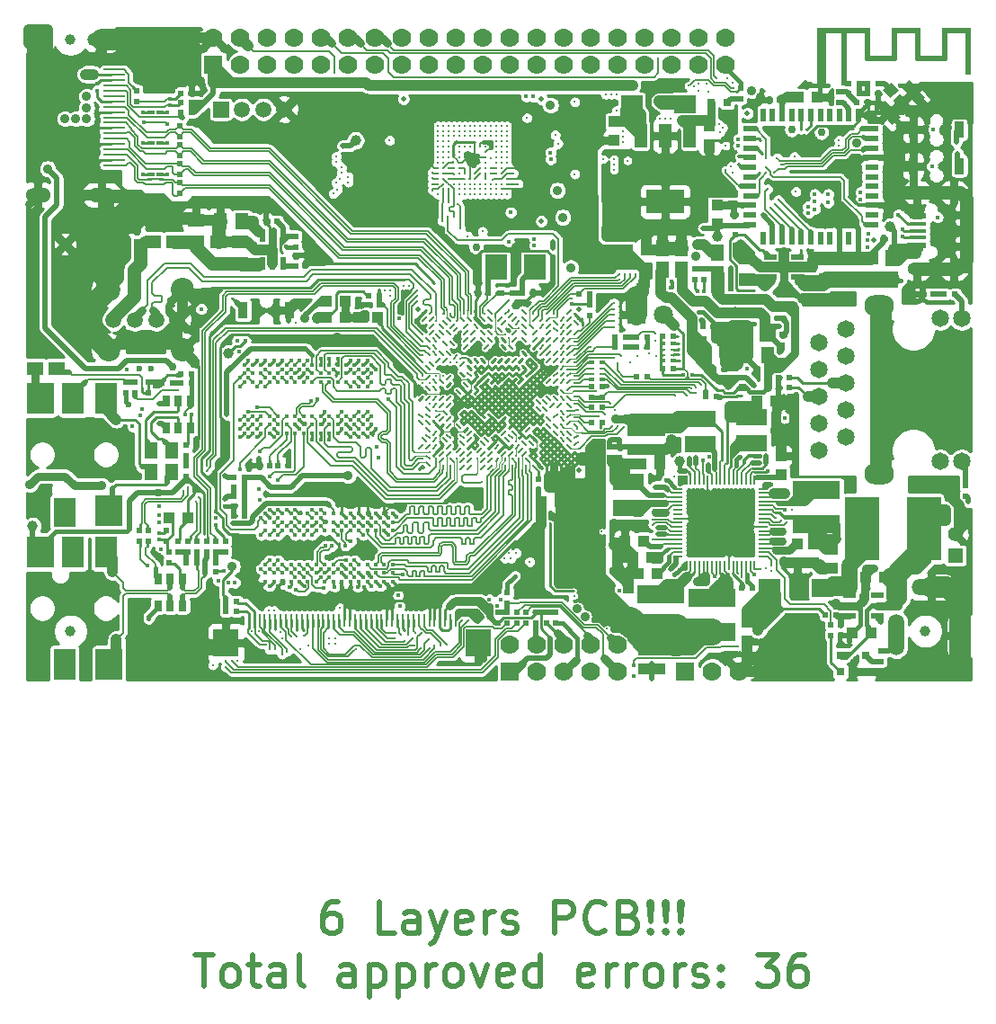
<source format=gbr>
%TF.GenerationSoftware,KiCad,Pcbnew,5.1.5-52549c5~84~ubuntu18.04.1*%
%TF.CreationDate,2020-02-11T15:54:30+02:00*%
%TF.ProjectId,A64-OlinuXino_Rev_G,4136342d-4f6c-4696-9e75-58696e6f5f52,G*%
%TF.SameCoordinates,Original*%
%TF.FileFunction,Copper,L1,Top*%
%TF.FilePolarity,Positive*%
%FSLAX46Y46*%
G04 Gerber Fmt 4.6, Leading zero omitted, Abs format (unit mm)*
G04 Created by KiCad (PCBNEW 5.1.5-52549c5~84~ubuntu18.04.1) date 2020-02-11 15:54:30*
%MOMM*%
%LPD*%
G04 APERTURE LIST*
%TA.AperFunction,NonConductor*%
%ADD10C,0.500000*%
%TD*%
%TA.AperFunction,EtchedComponent*%
%ADD11C,0.254000*%
%TD*%
%TA.AperFunction,BGAPad,CuDef*%
%ADD12C,0.500000*%
%TD*%
%TA.AperFunction,SMDPad,CuDef*%
%ADD13R,1.300000X0.500000*%
%TD*%
%TA.AperFunction,SMDPad,CuDef*%
%ADD14R,0.500000X1.300000*%
%TD*%
%TA.AperFunction,SMDPad,CuDef*%
%ADD15R,0.500000X0.550000*%
%TD*%
%TA.AperFunction,ComponentPad*%
%ADD16O,2.800000X2.000000*%
%TD*%
%TA.AperFunction,ComponentPad*%
%ADD17C,1.650000*%
%TD*%
%TA.AperFunction,BGAPad,CuDef*%
%ADD18C,0.400000*%
%TD*%
%TA.AperFunction,ComponentPad*%
%ADD19O,2.300000X1.300000*%
%TD*%
%TA.AperFunction,SMDPad,CuDef*%
%ADD20R,2.000000X0.250000*%
%TD*%
%TA.AperFunction,ComponentPad*%
%ADD21O,2.700000X1.300000*%
%TD*%
%TA.AperFunction,SMDPad,CuDef*%
%ADD22R,0.900000X1.500000*%
%TD*%
%TA.AperFunction,BGAPad,CuDef*%
%ADD23C,0.250000*%
%TD*%
%TA.AperFunction,ComponentPad*%
%ADD24C,1.778000*%
%TD*%
%TA.AperFunction,ComponentPad*%
%ADD25R,1.778000X1.778000*%
%TD*%
%TA.AperFunction,SMDPad,CuDef*%
%ADD26R,2.500000X3.000000*%
%TD*%
%TA.AperFunction,SMDPad,CuDef*%
%ADD27R,2.100000X3.000000*%
%TD*%
%TA.AperFunction,SMDPad,CuDef*%
%ADD28R,2.100000X2.700000*%
%TD*%
%TA.AperFunction,ComponentPad*%
%ADD29C,5.500000*%
%TD*%
%TA.AperFunction,BGAPad,CuDef*%
%ADD30C,0.300000*%
%TD*%
%TA.AperFunction,SMDPad,CuDef*%
%ADD31R,0.550000X0.500000*%
%TD*%
%TA.AperFunction,ComponentPad*%
%ADD32C,1.500000*%
%TD*%
%TA.AperFunction,ComponentPad*%
%ADD33C,2.200000*%
%TD*%
%TA.AperFunction,ComponentPad*%
%ADD34R,1.500000X1.500000*%
%TD*%
%TA.AperFunction,SMDPad,CuDef*%
%ADD35R,3.600000X2.200000*%
%TD*%
%TA.AperFunction,SMDPad,CuDef*%
%ADD36R,1.219200X2.235200*%
%TD*%
%TA.AperFunction,SMDPad,CuDef*%
%ADD37R,0.625000X0.325000*%
%TD*%
%TA.AperFunction,SMDPad,CuDef*%
%ADD38R,0.625000X0.250000*%
%TD*%
%TA.AperFunction,SMDPad,CuDef*%
%ADD39R,1.200000X0.550000*%
%TD*%
%TA.AperFunction,SMDPad,CuDef*%
%ADD40R,3.200000X6.000000*%
%TD*%
%TA.AperFunction,SMDPad,CuDef*%
%ADD41R,0.800000X0.800000*%
%TD*%
%TA.AperFunction,ComponentPad*%
%ADD42O,1.800000X1.200000*%
%TD*%
%TA.AperFunction,SMDPad,CuDef*%
%ADD43R,1.000000X1.100000*%
%TD*%
%TA.AperFunction,SMDPad,CuDef*%
%ADD44R,1.650000X0.500000*%
%TD*%
%TA.AperFunction,SMDPad,CuDef*%
%ADD45R,1.650000X0.325000*%
%TD*%
%TA.AperFunction,SMDPad,CuDef*%
%ADD46R,2.400000X2.600000*%
%TD*%
%TA.AperFunction,SMDPad,CuDef*%
%ADD47R,0.250000X1.300000*%
%TD*%
%TA.AperFunction,ComponentPad*%
%ADD48R,1.422400X1.422400*%
%TD*%
%TA.AperFunction,ConnectorPad*%
%ADD49C,1.000000*%
%TD*%
%TA.AperFunction,SMDPad,CuDef*%
%ADD50R,0.200000X0.900000*%
%TD*%
%TA.AperFunction,SMDPad,CuDef*%
%ADD51R,0.900000X0.200000*%
%TD*%
%TA.AperFunction,SMDPad,CuDef*%
%ADD52R,5.500000X5.500000*%
%TD*%
%TA.AperFunction,ComponentPad*%
%ADD53R,0.400000X0.400000*%
%TD*%
%TA.AperFunction,SMDPad,CuDef*%
%ADD54R,3.000000X1.600000*%
%TD*%
%TA.AperFunction,SMDPad,CuDef*%
%ADD55R,4.500000X1.750000*%
%TD*%
%TA.AperFunction,SMDPad,CuDef*%
%ADD56R,1.016000X1.016000*%
%TD*%
%TA.AperFunction,SMDPad,CuDef*%
%ADD57R,1.524000X1.270000*%
%TD*%
%TA.AperFunction,SMDPad,CuDef*%
%ADD58R,1.270000X1.524000*%
%TD*%
%TA.AperFunction,SMDPad,CuDef*%
%ADD59R,2.000000X1.700000*%
%TD*%
%TA.AperFunction,SMDPad,CuDef*%
%ADD60R,0.550000X1.200000*%
%TD*%
%TA.AperFunction,BGAPad,CuDef*%
%ADD61C,1.000000*%
%TD*%
%TA.AperFunction,ComponentPad*%
%ADD62R,1.400000X1.400000*%
%TD*%
%TA.AperFunction,ComponentPad*%
%ADD63C,1.400000*%
%TD*%
%TA.AperFunction,ComponentPad*%
%ADD64C,1.800000*%
%TD*%
%TA.AperFunction,ComponentPad*%
%ADD65R,1.800000X1.800000*%
%TD*%
%TA.AperFunction,ComponentPad*%
%ADD66O,3.700000X1.500000*%
%TD*%
%TA.AperFunction,ComponentPad*%
%ADD67O,1.500000X3.600000*%
%TD*%
%TA.AperFunction,ComponentPad*%
%ADD68O,1.500000X3.900000*%
%TD*%
%TA.AperFunction,SMDPad,CuDef*%
%ADD69R,0.762000X1.016000*%
%TD*%
%TA.AperFunction,SMDPad,CuDef*%
%ADD70R,0.675000X0.200000*%
%TD*%
%TA.AperFunction,SMDPad,CuDef*%
%ADD71R,0.775000X0.300000*%
%TD*%
%TA.AperFunction,SMDPad,CuDef*%
%ADD72R,2.100000X2.400000*%
%TD*%
%TA.AperFunction,Conductor*%
%ADD73R,2.700000X0.500000*%
%TD*%
%TA.AperFunction,Conductor*%
%ADD74R,0.500000X3.140000*%
%TD*%
%TA.AperFunction,Conductor*%
%ADD75R,3.000000X0.500000*%
%TD*%
%TA.AperFunction,Conductor*%
%ADD76R,0.500000X4.440000*%
%TD*%
%TA.AperFunction,Conductor*%
%ADD77R,5.000000X0.500000*%
%TD*%
%TA.AperFunction,Conductor*%
%ADD78R,0.500000X5.400000*%
%TD*%
%TA.AperFunction,Conductor*%
%ADD79R,0.900000X5.400000*%
%TD*%
%TA.AperFunction,SMDPad,CuDef*%
%ADD80C,0.100000*%
%TD*%
%TA.AperFunction,ViaPad*%
%ADD81C,0.750000*%
%TD*%
%TA.AperFunction,ViaPad*%
%ADD82C,0.900000*%
%TD*%
%TA.AperFunction,ViaPad*%
%ADD83C,0.450000*%
%TD*%
%TA.AperFunction,ViaPad*%
%ADD84C,0.327000*%
%TD*%
%TA.AperFunction,ViaPad*%
%ADD85C,0.600000*%
%TD*%
%TA.AperFunction,ViaPad*%
%ADD86C,0.406400*%
%TD*%
%TA.AperFunction,Conductor*%
%ADD87C,0.203200*%
%TD*%
%TA.AperFunction,Conductor*%
%ADD88C,0.762000*%
%TD*%
%TA.AperFunction,Conductor*%
%ADD89C,0.508000*%
%TD*%
%TA.AperFunction,Conductor*%
%ADD90C,0.254000*%
%TD*%
%TA.AperFunction,Conductor*%
%ADD91C,1.016000*%
%TD*%
%TA.AperFunction,Conductor*%
%ADD92C,0.406400*%
%TD*%
%TA.AperFunction,Conductor*%
%ADD93C,2.032000*%
%TD*%
%TA.AperFunction,Conductor*%
%ADD94C,0.127000*%
%TD*%
%TA.AperFunction,Conductor*%
%ADD95C,1.270000*%
%TD*%
%TA.AperFunction,Conductor*%
%ADD96C,0.304800*%
%TD*%
%TA.AperFunction,Conductor*%
%ADD97C,0.106600*%
%TD*%
%TA.AperFunction,Conductor*%
%ADD98C,0.711200*%
%TD*%
%TA.AperFunction,Conductor*%
%ADD99C,1.524000*%
%TD*%
%TA.AperFunction,Conductor*%
%ADD100C,2.540000*%
%TD*%
%TA.AperFunction,Conductor*%
%ADD101C,0.914400*%
%TD*%
%TA.AperFunction,Conductor*%
%ADD102C,0.889000*%
%TD*%
%TA.AperFunction,Conductor*%
%ADD103C,0.660400*%
%TD*%
%TA.AperFunction,Conductor*%
%ADD104C,0.558800*%
%TD*%
%TA.AperFunction,Conductor*%
%ADD105C,0.381000*%
%TD*%
G04 APERTURE END LIST*
D10*
X129851500Y-120317142D02*
X129280071Y-120317142D01*
X128994357Y-120460000D01*
X128851500Y-120602857D01*
X128565785Y-121031428D01*
X128422928Y-121602857D01*
X128422928Y-122745714D01*
X128565785Y-123031428D01*
X128708642Y-123174285D01*
X128994357Y-123317142D01*
X129565785Y-123317142D01*
X129851500Y-123174285D01*
X129994357Y-123031428D01*
X130137214Y-122745714D01*
X130137214Y-122031428D01*
X129994357Y-121745714D01*
X129851500Y-121602857D01*
X129565785Y-121460000D01*
X128994357Y-121460000D01*
X128708642Y-121602857D01*
X128565785Y-121745714D01*
X128422928Y-122031428D01*
X135137214Y-123317142D02*
X133708642Y-123317142D01*
X133708642Y-120317142D01*
X137422928Y-123317142D02*
X137422928Y-121745714D01*
X137280071Y-121460000D01*
X136994357Y-121317142D01*
X136422928Y-121317142D01*
X136137214Y-121460000D01*
X137422928Y-123174285D02*
X137137214Y-123317142D01*
X136422928Y-123317142D01*
X136137214Y-123174285D01*
X135994357Y-122888571D01*
X135994357Y-122602857D01*
X136137214Y-122317142D01*
X136422928Y-122174285D01*
X137137214Y-122174285D01*
X137422928Y-122031428D01*
X138565785Y-121317142D02*
X139280071Y-123317142D01*
X139994357Y-121317142D02*
X139280071Y-123317142D01*
X138994357Y-124031428D01*
X138851500Y-124174285D01*
X138565785Y-124317142D01*
X142280071Y-123174285D02*
X141994357Y-123317142D01*
X141422928Y-123317142D01*
X141137214Y-123174285D01*
X140994357Y-122888571D01*
X140994357Y-121745714D01*
X141137214Y-121460000D01*
X141422928Y-121317142D01*
X141994357Y-121317142D01*
X142280071Y-121460000D01*
X142422928Y-121745714D01*
X142422928Y-122031428D01*
X140994357Y-122317142D01*
X143708642Y-123317142D02*
X143708642Y-121317142D01*
X143708642Y-121888571D02*
X143851500Y-121602857D01*
X143994357Y-121460000D01*
X144280071Y-121317142D01*
X144565785Y-121317142D01*
X145422928Y-123174285D02*
X145708642Y-123317142D01*
X146280071Y-123317142D01*
X146565785Y-123174285D01*
X146708642Y-122888571D01*
X146708642Y-122745714D01*
X146565785Y-122460000D01*
X146280071Y-122317142D01*
X145851500Y-122317142D01*
X145565785Y-122174285D01*
X145422928Y-121888571D01*
X145422928Y-121745714D01*
X145565785Y-121460000D01*
X145851500Y-121317142D01*
X146280071Y-121317142D01*
X146565785Y-121460000D01*
X150280071Y-123317142D02*
X150280071Y-120317142D01*
X151422928Y-120317142D01*
X151708642Y-120460000D01*
X151851500Y-120602857D01*
X151994357Y-120888571D01*
X151994357Y-121317142D01*
X151851500Y-121602857D01*
X151708642Y-121745714D01*
X151422928Y-121888571D01*
X150280071Y-121888571D01*
X154994357Y-123031428D02*
X154851500Y-123174285D01*
X154422928Y-123317142D01*
X154137214Y-123317142D01*
X153708642Y-123174285D01*
X153422928Y-122888571D01*
X153280071Y-122602857D01*
X153137214Y-122031428D01*
X153137214Y-121602857D01*
X153280071Y-121031428D01*
X153422928Y-120745714D01*
X153708642Y-120460000D01*
X154137214Y-120317142D01*
X154422928Y-120317142D01*
X154851500Y-120460000D01*
X154994357Y-120602857D01*
X157280071Y-121745714D02*
X157708642Y-121888571D01*
X157851500Y-122031428D01*
X157994357Y-122317142D01*
X157994357Y-122745714D01*
X157851500Y-123031428D01*
X157708642Y-123174285D01*
X157422928Y-123317142D01*
X156280071Y-123317142D01*
X156280071Y-120317142D01*
X157280071Y-120317142D01*
X157565785Y-120460000D01*
X157708642Y-120602857D01*
X157851500Y-120888571D01*
X157851500Y-121174285D01*
X157708642Y-121460000D01*
X157565785Y-121602857D01*
X157280071Y-121745714D01*
X156280071Y-121745714D01*
X159280071Y-123031428D02*
X159422928Y-123174285D01*
X159280071Y-123317142D01*
X159137214Y-123174285D01*
X159280071Y-123031428D01*
X159280071Y-123317142D01*
X159280071Y-122174285D02*
X159137214Y-120460000D01*
X159280071Y-120317142D01*
X159422928Y-120460000D01*
X159280071Y-122174285D01*
X159280071Y-120317142D01*
X160708642Y-123031428D02*
X160851500Y-123174285D01*
X160708642Y-123317142D01*
X160565785Y-123174285D01*
X160708642Y-123031428D01*
X160708642Y-123317142D01*
X160708642Y-122174285D02*
X160565785Y-120460000D01*
X160708642Y-120317142D01*
X160851500Y-120460000D01*
X160708642Y-122174285D01*
X160708642Y-120317142D01*
X162137214Y-123031428D02*
X162280071Y-123174285D01*
X162137214Y-123317142D01*
X161994357Y-123174285D01*
X162137214Y-123031428D01*
X162137214Y-123317142D01*
X162137214Y-122174285D02*
X161994357Y-120460000D01*
X162137214Y-120317142D01*
X162280071Y-120460000D01*
X162137214Y-122174285D01*
X162137214Y-120317142D01*
X116351500Y-125317142D02*
X118065785Y-125317142D01*
X117208642Y-128317142D02*
X117208642Y-125317142D01*
X119494357Y-128317142D02*
X119208642Y-128174285D01*
X119065785Y-128031428D01*
X118922928Y-127745714D01*
X118922928Y-126888571D01*
X119065785Y-126602857D01*
X119208642Y-126460000D01*
X119494357Y-126317142D01*
X119922928Y-126317142D01*
X120208642Y-126460000D01*
X120351500Y-126602857D01*
X120494357Y-126888571D01*
X120494357Y-127745714D01*
X120351500Y-128031428D01*
X120208642Y-128174285D01*
X119922928Y-128317142D01*
X119494357Y-128317142D01*
X121351500Y-126317142D02*
X122494357Y-126317142D01*
X121780071Y-125317142D02*
X121780071Y-127888571D01*
X121922928Y-128174285D01*
X122208642Y-128317142D01*
X122494357Y-128317142D01*
X124780071Y-128317142D02*
X124780071Y-126745714D01*
X124637214Y-126460000D01*
X124351500Y-126317142D01*
X123780071Y-126317142D01*
X123494357Y-126460000D01*
X124780071Y-128174285D02*
X124494357Y-128317142D01*
X123780071Y-128317142D01*
X123494357Y-128174285D01*
X123351500Y-127888571D01*
X123351500Y-127602857D01*
X123494357Y-127317142D01*
X123780071Y-127174285D01*
X124494357Y-127174285D01*
X124780071Y-127031428D01*
X126637214Y-128317142D02*
X126351500Y-128174285D01*
X126208642Y-127888571D01*
X126208642Y-125317142D01*
X131351500Y-128317142D02*
X131351500Y-126745714D01*
X131208642Y-126460000D01*
X130922928Y-126317142D01*
X130351500Y-126317142D01*
X130065785Y-126460000D01*
X131351500Y-128174285D02*
X131065785Y-128317142D01*
X130351500Y-128317142D01*
X130065785Y-128174285D01*
X129922928Y-127888571D01*
X129922928Y-127602857D01*
X130065785Y-127317142D01*
X130351500Y-127174285D01*
X131065785Y-127174285D01*
X131351500Y-127031428D01*
X132780071Y-126317142D02*
X132780071Y-129317142D01*
X132780071Y-126460000D02*
X133065785Y-126317142D01*
X133637214Y-126317142D01*
X133922928Y-126460000D01*
X134065785Y-126602857D01*
X134208642Y-126888571D01*
X134208642Y-127745714D01*
X134065785Y-128031428D01*
X133922928Y-128174285D01*
X133637214Y-128317142D01*
X133065785Y-128317142D01*
X132780071Y-128174285D01*
X135494357Y-126317142D02*
X135494357Y-129317142D01*
X135494357Y-126460000D02*
X135780071Y-126317142D01*
X136351500Y-126317142D01*
X136637214Y-126460000D01*
X136780071Y-126602857D01*
X136922928Y-126888571D01*
X136922928Y-127745714D01*
X136780071Y-128031428D01*
X136637214Y-128174285D01*
X136351500Y-128317142D01*
X135780071Y-128317142D01*
X135494357Y-128174285D01*
X138208642Y-128317142D02*
X138208642Y-126317142D01*
X138208642Y-126888571D02*
X138351500Y-126602857D01*
X138494357Y-126460000D01*
X138780071Y-126317142D01*
X139065785Y-126317142D01*
X140494357Y-128317142D02*
X140208642Y-128174285D01*
X140065785Y-128031428D01*
X139922928Y-127745714D01*
X139922928Y-126888571D01*
X140065785Y-126602857D01*
X140208642Y-126460000D01*
X140494357Y-126317142D01*
X140922928Y-126317142D01*
X141208642Y-126460000D01*
X141351500Y-126602857D01*
X141494357Y-126888571D01*
X141494357Y-127745714D01*
X141351500Y-128031428D01*
X141208642Y-128174285D01*
X140922928Y-128317142D01*
X140494357Y-128317142D01*
X142494357Y-126317142D02*
X143208642Y-128317142D01*
X143922928Y-126317142D01*
X146208642Y-128174285D02*
X145922928Y-128317142D01*
X145351500Y-128317142D01*
X145065785Y-128174285D01*
X144922928Y-127888571D01*
X144922928Y-126745714D01*
X145065785Y-126460000D01*
X145351500Y-126317142D01*
X145922928Y-126317142D01*
X146208642Y-126460000D01*
X146351500Y-126745714D01*
X146351500Y-127031428D01*
X144922928Y-127317142D01*
X148922928Y-128317142D02*
X148922928Y-125317142D01*
X148922928Y-128174285D02*
X148637214Y-128317142D01*
X148065785Y-128317142D01*
X147780071Y-128174285D01*
X147637214Y-128031428D01*
X147494357Y-127745714D01*
X147494357Y-126888571D01*
X147637214Y-126602857D01*
X147780071Y-126460000D01*
X148065785Y-126317142D01*
X148637214Y-126317142D01*
X148922928Y-126460000D01*
X153780071Y-128174285D02*
X153494357Y-128317142D01*
X152922928Y-128317142D01*
X152637214Y-128174285D01*
X152494357Y-127888571D01*
X152494357Y-126745714D01*
X152637214Y-126460000D01*
X152922928Y-126317142D01*
X153494357Y-126317142D01*
X153780071Y-126460000D01*
X153922928Y-126745714D01*
X153922928Y-127031428D01*
X152494357Y-127317142D01*
X155208642Y-128317142D02*
X155208642Y-126317142D01*
X155208642Y-126888571D02*
X155351500Y-126602857D01*
X155494357Y-126460000D01*
X155780071Y-126317142D01*
X156065785Y-126317142D01*
X157065785Y-128317142D02*
X157065785Y-126317142D01*
X157065785Y-126888571D02*
X157208642Y-126602857D01*
X157351500Y-126460000D01*
X157637214Y-126317142D01*
X157922928Y-126317142D01*
X159351500Y-128317142D02*
X159065785Y-128174285D01*
X158922928Y-128031428D01*
X158780071Y-127745714D01*
X158780071Y-126888571D01*
X158922928Y-126602857D01*
X159065785Y-126460000D01*
X159351500Y-126317142D01*
X159780071Y-126317142D01*
X160065785Y-126460000D01*
X160208642Y-126602857D01*
X160351500Y-126888571D01*
X160351500Y-127745714D01*
X160208642Y-128031428D01*
X160065785Y-128174285D01*
X159780071Y-128317142D01*
X159351500Y-128317142D01*
X161637214Y-128317142D02*
X161637214Y-126317142D01*
X161637214Y-126888571D02*
X161780071Y-126602857D01*
X161922928Y-126460000D01*
X162208642Y-126317142D01*
X162494357Y-126317142D01*
X163351500Y-128174285D02*
X163637214Y-128317142D01*
X164208642Y-128317142D01*
X164494357Y-128174285D01*
X164637214Y-127888571D01*
X164637214Y-127745714D01*
X164494357Y-127460000D01*
X164208642Y-127317142D01*
X163780071Y-127317142D01*
X163494357Y-127174285D01*
X163351500Y-126888571D01*
X163351500Y-126745714D01*
X163494357Y-126460000D01*
X163780071Y-126317142D01*
X164208642Y-126317142D01*
X164494357Y-126460000D01*
X165922928Y-128031428D02*
X166065785Y-128174285D01*
X165922928Y-128317142D01*
X165780071Y-128174285D01*
X165922928Y-128031428D01*
X165922928Y-128317142D01*
X165922928Y-126460000D02*
X166065785Y-126602857D01*
X165922928Y-126745714D01*
X165780071Y-126602857D01*
X165922928Y-126460000D01*
X165922928Y-126745714D01*
X169351500Y-125317142D02*
X171208642Y-125317142D01*
X170208642Y-126460000D01*
X170637214Y-126460000D01*
X170922928Y-126602857D01*
X171065785Y-126745714D01*
X171208642Y-127031428D01*
X171208642Y-127745714D01*
X171065785Y-128031428D01*
X170922928Y-128174285D01*
X170637214Y-128317142D01*
X169780071Y-128317142D01*
X169494357Y-128174285D01*
X169351500Y-128031428D01*
X173780071Y-125317142D02*
X173208642Y-125317142D01*
X172922928Y-125460000D01*
X172780071Y-125602857D01*
X172494357Y-126031428D01*
X172351500Y-126602857D01*
X172351500Y-127745714D01*
X172494357Y-128031428D01*
X172637214Y-128174285D01*
X172922928Y-128317142D01*
X173494357Y-128317142D01*
X173780071Y-128174285D01*
X173922928Y-128031428D01*
X174065785Y-127745714D01*
X174065785Y-127031428D01*
X173922928Y-126745714D01*
X173780071Y-126602857D01*
X173494357Y-126460000D01*
X172922928Y-126460000D01*
X172637214Y-126602857D01*
X172494357Y-126745714D01*
X172351500Y-127031428D01*
D11*
%TO.C,R34*%
X112014000Y-72390000D02*
X112014000Y-71374000D01*
%TO.C,R94*%
X146304000Y-62992000D02*
X145288000Y-62992000D01*
%TD*%
D12*
%TO.P,U11,FID1*%
%TO.N,N/C*%
X168402000Y-46101000D03*
D13*
%TO.P,U11,44*%
%TO.N,/USB&HDMI\002CWiFi&BT\002CEthernet\002CLCD/BT-UART-CTS*%
X180146000Y-47570000D03*
%TO.P,U11,43*%
%TO.N,/USB&HDMI\002CWiFi&BT\002CEthernet\002CLCD/BT-UART-RX*%
X180146000Y-48470000D03*
%TO.P,U11,42*%
%TO.N,/USB&HDMI\002CWiFi&BT\002CEthernet\002CLCD/BT-UART-TX*%
X180146000Y-49370000D03*
%TO.P,U11,41*%
%TO.N,GND*%
X180146000Y-50270000D03*
%TO.P,U11,40*%
%TO.N,Net-(U11-Pad40)*%
X180146000Y-51170000D03*
%TO.P,U11,39*%
%TO.N,Net-(U11-Pad39)*%
X180146000Y-52070000D03*
%TO.P,U11,38*%
%TO.N,Net-(U11-Pad38)*%
X180146000Y-52970000D03*
%TO.P,U11,37*%
%TO.N,Net-(U11-Pad37)*%
X180146000Y-53870000D03*
%TO.P,U11,36*%
%TO.N,GND*%
X180146000Y-54770000D03*
%TO.P,U11,35*%
%TO.N,Net-(U11-Pad35)*%
X180146000Y-55670000D03*
%TO.P,U11,34*%
%TO.N,/USB&HDMI\002CWiFi&BT\002CEthernet\002CLCD/BT-RST-N*%
X180146000Y-56570000D03*
D14*
%TO.P,U11,33*%
%TO.N,GND*%
X178871000Y-57845000D03*
%TO.P,U11,32*%
%TO.N,Net-(U11-Pad32)*%
X177971000Y-57845000D03*
%TO.P,U11,31*%
%TO.N,GND*%
X177071000Y-57845000D03*
%TO.P,U11,30*%
%TO.N,Net-(U11-Pad30)*%
X176171000Y-57845000D03*
%TO.P,U11,29*%
%TO.N,Net-(U11-Pad29)*%
X175271000Y-57845000D03*
%TO.P,U11,28*%
%TO.N,/USB&HDMI\002CWiFi&BT\002CEthernet\002CLCD/BT-PCM-SYNC*%
X174371000Y-57845000D03*
%TO.P,U11,27*%
%TO.N,/USB&HDMI\002CWiFi&BT\002CEthernet\002CLCD/BT-PCM-DIN*%
X173471000Y-57845000D03*
%TO.P,U11,26*%
%TO.N,/USB&HDMI\002CWiFi&BT\002CEthernet\002CLCD/BT-PCM-CLK*%
X172571000Y-57845000D03*
%TO.P,U11,25*%
%TO.N,/USB&HDMI\002CWiFi&BT\002CEthernet\002CLCD/BT-PCM-DOUT*%
X171671000Y-57845000D03*
%TO.P,U11,24*%
%TO.N,Net-(R60-Pad1)*%
X170771000Y-57845000D03*
%TO.P,U11,23*%
%TO.N,Net-(U11-Pad23)*%
X169871000Y-57845000D03*
D13*
%TO.P,U11,22*%
%TO.N,+3.3VWiFiIO*%
X168596000Y-56570000D03*
%TO.P,U11,21*%
%TO.N,Net-(U11-Pad21)*%
X168596000Y-55670000D03*
%TO.P,U11,20*%
%TO.N,GND*%
X168596000Y-54770000D03*
%TO.P,U11,19*%
%TO.N,/USB&HDMI\002CWiFi&BT\002CEthernet\002CLCD/WL-SDIO-D1*%
X168596000Y-53870000D03*
%TO.P,U11,18*%
%TO.N,/USB&HDMI\002CWiFi&BT\002CEthernet\002CLCD/WL-SDIO-D0*%
X168596000Y-52970000D03*
%TO.P,U11,17*%
%TO.N,Net-(R54-Pad1)*%
X168596000Y-52070000D03*
%TO.P,U11,16*%
%TO.N,/USB&HDMI\002CWiFi&BT\002CEthernet\002CLCD/WL-SDIO-CMD*%
X168596000Y-51170000D03*
%TO.P,U11,15*%
%TO.N,/USB&HDMI\002CWiFi&BT\002CEthernet\002CLCD/WL-SDIO-D3*%
X168596000Y-50270000D03*
%TO.P,U11,14*%
%TO.N,/USB&HDMI\002CWiFi&BT\002CEthernet\002CLCD/WL-SDIO-D2*%
X168596000Y-49370000D03*
%TO.P,U11,13*%
%TO.N,/USB&HDMI\002CWiFi&BT\002CEthernet\002CLCD/WL-WAKE-AP*%
X168596000Y-48470000D03*
%TO.P,U11,12*%
%TO.N,/USB&HDMI\002CWiFi&BT\002CEthernet\002CLCD/WL-PMU-EN*%
X168596000Y-47570000D03*
D14*
%TO.P,U11,11*%
%TO.N,Net-(U11-Pad11)*%
X169871000Y-46295000D03*
%TO.P,U11,10*%
%TO.N,Net-(U11-Pad10)*%
X170771000Y-46295000D03*
%TO.P,U11,9*%
%TO.N,+3V3*%
X171671000Y-46295000D03*
%TO.P,U11,8*%
%TO.N,Net-(U11-Pad8)*%
X172571000Y-46295000D03*
%TO.P,U11,7*%
%TO.N,/USB&HDMI\002CWiFi&BT\002CEthernet\002CLCD/BT-WAKE-AP*%
X173471000Y-46295000D03*
%TO.P,U11,6*%
%TO.N,/USB&HDMI\002CWiFi&BT\002CEthernet\002CLCD/AP-WAKE-BT*%
X174371000Y-46295000D03*
%TO.P,U11,5*%
%TO.N,Net-(U11-Pad5)*%
X175271000Y-46295000D03*
%TO.P,U11,4*%
%TO.N,Net-(U11-Pad4)*%
X176171000Y-46295000D03*
%TO.P,U11,3*%
%TO.N,Net-(U11-Pad3)*%
X177071000Y-46295000D03*
%TO.P,U11,2*%
%TO.N,Net-(C105-Pad1)*%
X177971000Y-46295000D03*
%TO.P,U11,1*%
%TO.N,GND*%
X178871000Y-46295000D03*
D12*
%TO.P,U11,FID2*%
%TO.N,N/C*%
X180340000Y-58039000D03*
%TD*%
D15*
%TO.P,C106,1*%
%TO.N,GND*%
X179705000Y-45085000D03*
%TO.P,C106,2*%
%TO.N,Net-(C105-Pad2)*%
X178689000Y-45085000D03*
%TD*%
%TO.P,L10,1*%
%TO.N,Net-(C107-Pad2)*%
X178943000Y-44196000D03*
%TO.P,L10,2*%
%TO.N,Net-(C105-Pad2)*%
X177927000Y-44196000D03*
%TD*%
D16*
%TO.P,LAN1,SH2*%
%TO.N,Net-(C196-Pad2)*%
X180823000Y-80036000D03*
%TO.P,LAN1,SH1*%
X180823000Y-64236000D03*
D17*
%TO.P,LAN1,14*%
%TO.N,/USB&HDMI\002CWiFi&BT\002CEthernet\002CLCD/PHYAD0*%
X188595000Y-78867000D03*
%TO.P,LAN1,13*%
%TO.N,/USB&HDMI\002CWiFi&BT\002CEthernet\002CLCD/VDD33*%
X186563000Y-78867000D03*
%TO.P,LAN1,12*%
%TO.N,/USB&HDMI\002CWiFi&BT\002CEthernet\002CLCD/PHYAD1*%
X188595000Y-65405000D03*
%TO.P,LAN1,11*%
%TO.N,/USB&HDMI\002CWiFi&BT\002CEthernet\002CLCD/VDD33*%
X186563000Y-65405000D03*
%TO.P,LAN1,10*%
%TO.N,/USB&HDMI\002CWiFi&BT\002CEthernet\002CLCD/MDI[3]-*%
X175133000Y-77851000D03*
%TO.P,LAN1,9*%
%TO.N,/USB&HDMI\002CWiFi&BT\002CEthernet\002CLCD/MDI[3]+*%
X177673000Y-76581000D03*
%TO.P,LAN1,8*%
%TO.N,/USB&HDMI\002CWiFi&BT\002CEthernet\002CLCD/MDI[2]-*%
X175133000Y-75311000D03*
%TO.P,LAN1,7*%
%TO.N,/USB&HDMI\002CWiFi&BT\002CEthernet\002CLCD/MDI[2]+*%
X177673000Y-74041000D03*
%TO.P,LAN1,6*%
%TO.N,Net-(C200-Pad2)*%
X175133000Y-72771000D03*
%TO.P,LAN1,5*%
%TO.N,Net-(C199-Pad2)*%
X177673000Y-71501000D03*
%TO.P,LAN1,4*%
%TO.N,/USB&HDMI\002CWiFi&BT\002CEthernet\002CLCD/MDI[1]-*%
X175133000Y-70231000D03*
%TO.P,LAN1,3*%
%TO.N,/USB&HDMI\002CWiFi&BT\002CEthernet\002CLCD/MDI[1]+*%
X177673000Y-68961000D03*
%TO.P,LAN1,2*%
%TO.N,/USB&HDMI\002CWiFi&BT\002CEthernet\002CLCD/MDI[0]-*%
X175133000Y-67691000D03*
%TO.P,LAN1,1*%
%TO.N,/USB&HDMI\002CWiFi&BT\002CEthernet\002CLCD/MDI[0]+*%
X177673000Y-66421000D03*
%TD*%
D18*
%TO.P,U2,T9*%
%TO.N,GND*%
X123000000Y-90200000D03*
%TO.P,U2,T8*%
%TO.N,/S0SA8*%
X123000000Y-89400000D03*
%TO.P,U2,T7*%
%TO.N,/S0SA14*%
X123000000Y-88600000D03*
%TO.P,U2,T3*%
%TO.N,/S0SA13*%
X123000000Y-85400000D03*
%TO.P,U2,T2*%
%TO.N,/S0SRST*%
X123000000Y-84600000D03*
%TO.P,U2,T1*%
%TO.N,GND*%
X123000000Y-83800000D03*
%TO.P,U2,R9*%
%TO.N,+1.5V*%
X123800000Y-90200000D03*
%TO.P,U2,R8*%
%TO.N,/S0SA6*%
X123800000Y-89400000D03*
%TO.P,U2,R7*%
%TO.N,/S0SA11*%
X123800000Y-88600000D03*
%TO.P,U2,R3*%
%TO.N,/S0SA9*%
X123800000Y-85400000D03*
%TO.P,U2,R2*%
%TO.N,/S0SA7*%
X123800000Y-84600000D03*
%TO.P,U2,R1*%
%TO.N,+1.5V*%
X123800000Y-83800000D03*
%TO.P,U2,P9*%
%TO.N,GND*%
X124600000Y-90200000D03*
%TO.P,U2,P8*%
%TO.N,/S0SA4*%
X124600000Y-89400000D03*
%TO.P,U2,P7*%
%TO.N,/S0SA1*%
X124600000Y-88600000D03*
%TO.P,U2,P3*%
%TO.N,/S0SA2*%
X124600000Y-85400000D03*
%TO.P,U2,P2*%
%TO.N,/S0SA5*%
X124600000Y-84600000D03*
%TO.P,U2,P1*%
%TO.N,GND*%
X124600000Y-83800000D03*
%TO.P,U2,N9*%
%TO.N,+1.5V*%
X125400000Y-90200000D03*
%TO.P,U2,N8*%
%TO.N,/S0SBA1*%
X125400000Y-89400000D03*
%TO.P,U2,N7*%
%TO.N,/S0SA12*%
X125400000Y-88600000D03*
%TO.P,U2,N3*%
%TO.N,/S0SA0*%
X125400000Y-85400000D03*
%TO.P,U2,N2*%
%TO.N,/S0SA3*%
X125400000Y-84600000D03*
%TO.P,U2,N1*%
%TO.N,+1.5V*%
X125400000Y-83800000D03*
%TO.P,U2,M9*%
%TO.N,GND*%
X126200000Y-90200000D03*
%TO.P,U2,M8*%
%TO.N,/VREF0_DDR3*%
X126200000Y-89400000D03*
%TO.P,U2,M7*%
%TO.N,/S0SA15*%
X126200000Y-88600000D03*
%TO.P,U2,M3*%
%TO.N,/S0SBA2*%
X126200000Y-85400000D03*
%TO.P,U2,M2*%
%TO.N,/S0SBA0*%
X126200000Y-84600000D03*
%TO.P,U2,M1*%
%TO.N,GND*%
X126200000Y-83800000D03*
%TO.P,U2,L9*%
%TO.N,Net-(R13-Pad1)*%
X127000000Y-90200000D03*
%TO.P,U2,L8*%
%TO.N,Net-(R9-Pad1)*%
X127000000Y-89400000D03*
%TO.P,U2,L7*%
%TO.N,/S0SA10*%
X127000000Y-88600000D03*
%TO.P,U2,L3*%
%TO.N,/S0SWE*%
X127000000Y-85400000D03*
%TO.P,U2,L2*%
%TO.N,/S0SCS0*%
X127000000Y-84600000D03*
%TO.P,U2,L1*%
%TO.N,/S0SCS1*%
X127000000Y-83800000D03*
%TO.P,U2,K9*%
%TO.N,/S0SCKE0*%
X127800000Y-90200000D03*
%TO.P,U2,K8*%
%TO.N,+1.5V*%
X127800000Y-89400000D03*
%TO.P,U2,K7*%
%TO.N,/S0SCK_N*%
X127800000Y-88600000D03*
%TO.P,U2,K3*%
%TO.N,/S0SCAS*%
X127800000Y-85400000D03*
%TO.P,U2,K2*%
%TO.N,+1.5V*%
X127800000Y-84600000D03*
%TO.P,U2,K1*%
%TO.N,/S0SODT0*%
X127800000Y-83800000D03*
%TO.P,U2,J9*%
%TO.N,/S0SCKE1*%
X128600000Y-90200000D03*
%TO.P,U2,J8*%
%TO.N,GND*%
X128600000Y-89400000D03*
%TO.P,U2,J7*%
%TO.N,/S0SCK_P*%
X128600000Y-88600000D03*
%TO.P,U2,J3*%
%TO.N,/S0SRAS*%
X128600000Y-85400000D03*
%TO.P,U2,J2*%
%TO.N,GND*%
X128600000Y-84600000D03*
%TO.P,U2,J1*%
%TO.N,/S0SODT1*%
X128600000Y-83800000D03*
%TO.P,U2,H9*%
%TO.N,+1.5V*%
X129400000Y-90200000D03*
%TO.P,U2,H8*%
%TO.N,/S0SDQ6*%
X129400000Y-89400000D03*
%TO.P,U2,H7*%
%TO.N,/S0SDQ3*%
X129400000Y-88600000D03*
%TO.P,U2,H3*%
%TO.N,/S0SDQ5*%
X129400000Y-85400000D03*
%TO.P,U2,H2*%
%TO.N,+1.5V*%
X129400000Y-84600000D03*
%TO.P,U2,H1*%
%TO.N,/VREF0_DDR3*%
X129400000Y-83800000D03*
%TO.P,U2,G9*%
%TO.N,GND*%
X130200000Y-90200000D03*
%TO.P,U2,G8*%
X130200000Y-89400000D03*
%TO.P,U2,G7*%
%TO.N,+1.5V*%
X130200000Y-88600000D03*
%TO.P,U2,G3*%
%TO.N,/S0SDQS0_N*%
X130200000Y-85400000D03*
%TO.P,U2,G2*%
%TO.N,/S0SDQ1*%
X130200000Y-84600000D03*
%TO.P,U2,G1*%
%TO.N,GND*%
X130200000Y-83800000D03*
%TO.P,U2,FID4*%
%TO.N,N/C*%
X135650000Y-92500000D03*
%TO.P,U2,FID3*%
X122350000Y-81500000D03*
%TO.P,U2,FID2*%
X135500000Y-91500000D03*
%TO.P,U2,FID1*%
X122500000Y-82500000D03*
%TO.P,U2,F9*%
%TO.N,GND*%
X131000000Y-90200000D03*
%TO.P,U2,F8*%
%TO.N,/S0SDQ7*%
X131000000Y-89400000D03*
%TO.P,U2,F7*%
%TO.N,/S0SDQ0*%
X131000000Y-88600000D03*
%TO.P,U2,F3*%
%TO.N,/S0SDQS0_P*%
X131000000Y-85400000D03*
%TO.P,U2,F2*%
%TO.N,/S0SDQ2*%
X131000000Y-84600000D03*
%TO.P,U2,F1*%
%TO.N,+1.5V*%
X131000000Y-83800000D03*
%TO.P,U2,E9*%
X131800000Y-90200000D03*
%TO.P,U2,E8*%
%TO.N,GND*%
X131800000Y-89400000D03*
%TO.P,U2,E7*%
%TO.N,/S0SDQM0*%
X131800000Y-88600000D03*
%TO.P,U2,E3*%
%TO.N,/S0SDQ4*%
X131800000Y-85400000D03*
%TO.P,U2,E2*%
%TO.N,GND*%
X131800000Y-84600000D03*
%TO.P,U2,E1*%
X131800000Y-83800000D03*
%TO.P,U2,D9*%
%TO.N,+1.5V*%
X132600000Y-90200000D03*
%TO.P,U2,D8*%
%TO.N,GND*%
X132600000Y-89400000D03*
%TO.P,U2,D7*%
%TO.N,/S0SDQ11*%
X132600000Y-88600000D03*
%TO.P,U2,D3*%
%TO.N,/S0SDQM1*%
X132600000Y-85400000D03*
%TO.P,U2,D2*%
%TO.N,+1.5V*%
X132600000Y-84600000D03*
%TO.P,U2,D1*%
%TO.N,GND*%
X132600000Y-83800000D03*
%TO.P,U2,C9*%
%TO.N,+1.5V*%
X133400000Y-90200000D03*
%TO.P,U2,C8*%
%TO.N,/S0SDQ9*%
X133400000Y-89400000D03*
%TO.P,U2,C7*%
%TO.N,/S0SDQS1_P*%
X133400000Y-88600000D03*
%TO.P,U2,C3*%
%TO.N,/S0SDQ14*%
X133400000Y-85400000D03*
%TO.P,U2,C2*%
%TO.N,/S0SDQ13*%
X133400000Y-84600000D03*
%TO.P,U2,C1*%
%TO.N,+1.5V*%
X133400000Y-83800000D03*
%TO.P,U2,B9*%
%TO.N,GND*%
X134200000Y-90200000D03*
%TO.P,U2,B8*%
%TO.N,/S0SDQ10*%
X134200000Y-89400000D03*
%TO.P,U2,B7*%
%TO.N,/S0SDQS1_N*%
X134200000Y-88600000D03*
%TO.P,U2,B3*%
%TO.N,GND*%
X134200000Y-85400000D03*
%TO.P,U2,B2*%
%TO.N,+1.5V*%
X134200000Y-84600000D03*
%TO.P,U2,B1*%
%TO.N,GND*%
X134200000Y-83800000D03*
%TO.P,U2,A9*%
X135000000Y-90200000D03*
%TO.P,U2,A8*%
%TO.N,+1.5V*%
X135000000Y-89400000D03*
%TO.P,U2,A7*%
%TO.N,/S0SDQ8*%
X135000000Y-88600000D03*
%TO.P,U2,A3*%
%TO.N,/S0SDQ12*%
X135000000Y-85400000D03*
%TO.P,U2,A2*%
%TO.N,/S0SDQ15*%
X135000000Y-84600000D03*
%TO.P,U2,A1*%
%TO.N,+1.5V*%
X135000000Y-83800000D03*
%TD*%
%TO.P,U3,T9*%
%TO.N,GND*%
X121000000Y-76200000D03*
%TO.P,U3,T8*%
%TO.N,/S0SA8*%
X121000000Y-75400000D03*
%TO.P,U3,T7*%
%TO.N,/S0SA14*%
X121000000Y-74600000D03*
%TO.P,U3,T3*%
%TO.N,/S0SA13*%
X121000000Y-71400000D03*
%TO.P,U3,T2*%
%TO.N,/S0SRST*%
X121000000Y-70600000D03*
%TO.P,U3,T1*%
%TO.N,GND*%
X121000000Y-69800000D03*
%TO.P,U3,R9*%
%TO.N,+1.5V*%
X121800000Y-76200000D03*
%TO.P,U3,R8*%
%TO.N,/S0SA6*%
X121800000Y-75400000D03*
%TO.P,U3,R7*%
%TO.N,/S0SA11*%
X121800000Y-74600000D03*
%TO.P,U3,R3*%
%TO.N,/S0SA9*%
X121800000Y-71400000D03*
%TO.P,U3,R2*%
%TO.N,/S0SA7*%
X121800000Y-70600000D03*
%TO.P,U3,R1*%
%TO.N,+1.5V*%
X121800000Y-69800000D03*
%TO.P,U3,P9*%
%TO.N,GND*%
X122600000Y-76200000D03*
%TO.P,U3,P8*%
%TO.N,/S0SA4*%
X122600000Y-75400000D03*
%TO.P,U3,P7*%
%TO.N,/S0SA1*%
X122600000Y-74600000D03*
%TO.P,U3,P3*%
%TO.N,/S0SA2*%
X122600000Y-71400000D03*
%TO.P,U3,P2*%
%TO.N,/S0SA5*%
X122600000Y-70600000D03*
%TO.P,U3,P1*%
%TO.N,GND*%
X122600000Y-69800000D03*
%TO.P,U3,N9*%
%TO.N,+1.5V*%
X123400000Y-76200000D03*
%TO.P,U3,N8*%
%TO.N,/S0SBA1*%
X123400000Y-75400000D03*
%TO.P,U3,N7*%
%TO.N,/S0SA12*%
X123400000Y-74600000D03*
%TO.P,U3,N3*%
%TO.N,/S0SA0*%
X123400000Y-71400000D03*
%TO.P,U3,N2*%
%TO.N,/S0SA3*%
X123400000Y-70600000D03*
%TO.P,U3,N1*%
%TO.N,+1.5V*%
X123400000Y-69800000D03*
%TO.P,U3,M9*%
%TO.N,GND*%
X124200000Y-76200000D03*
%TO.P,U3,M8*%
%TO.N,/VREF0_DDR3*%
X124200000Y-75400000D03*
%TO.P,U3,M7*%
%TO.N,/S0SA15*%
X124200000Y-74600000D03*
%TO.P,U3,M3*%
%TO.N,/S0SBA2*%
X124200000Y-71400000D03*
%TO.P,U3,M2*%
%TO.N,/S0SBA0*%
X124200000Y-70600000D03*
%TO.P,U3,M1*%
%TO.N,GND*%
X124200000Y-69800000D03*
%TO.P,U3,L9*%
%TO.N,Net-(R14-Pad1)*%
X125000000Y-76200000D03*
%TO.P,U3,L8*%
%TO.N,Net-(R10-Pad1)*%
X125000000Y-75400000D03*
%TO.P,U3,L7*%
%TO.N,/S0SA10*%
X125000000Y-74600000D03*
%TO.P,U3,L3*%
%TO.N,/S0SWE*%
X125000000Y-71400000D03*
%TO.P,U3,L2*%
%TO.N,/S0SCS0*%
X125000000Y-70600000D03*
%TO.P,U3,L1*%
%TO.N,/S0SCS1*%
X125000000Y-69800000D03*
%TO.P,U3,K9*%
%TO.N,/S0SCKE0*%
X125800000Y-76200000D03*
%TO.P,U3,K8*%
%TO.N,+1.5V*%
X125800000Y-75400000D03*
%TO.P,U3,K7*%
%TO.N,/S0SCK_N*%
X125800000Y-74600000D03*
%TO.P,U3,K3*%
%TO.N,/S0SCAS*%
X125800000Y-71400000D03*
%TO.P,U3,K2*%
%TO.N,+1.5V*%
X125800000Y-70600000D03*
%TO.P,U3,K1*%
%TO.N,/S0SODT0*%
X125800000Y-69800000D03*
%TO.P,U3,J9*%
%TO.N,/S0SCKE1*%
X126600000Y-76200000D03*
%TO.P,U3,J8*%
%TO.N,GND*%
X126600000Y-75400000D03*
%TO.P,U3,J7*%
%TO.N,/S0SCK_P*%
X126600000Y-74600000D03*
%TO.P,U3,J3*%
%TO.N,/S0SRAS*%
X126600000Y-71400000D03*
%TO.P,U3,J2*%
%TO.N,GND*%
X126600000Y-70600000D03*
%TO.P,U3,J1*%
%TO.N,/S0SODT1*%
X126600000Y-69800000D03*
%TO.P,U3,H9*%
%TO.N,+1.5V*%
X127400000Y-76200000D03*
%TO.P,U3,H8*%
%TO.N,/S0SDQ17*%
X127400000Y-75400000D03*
%TO.P,U3,H7*%
%TO.N,/S0SDQ18*%
X127400000Y-74600000D03*
%TO.P,U3,H3*%
%TO.N,/S0SDQ20*%
X127400000Y-71400000D03*
%TO.P,U3,H2*%
%TO.N,+1.5V*%
X127400000Y-70600000D03*
%TO.P,U3,H1*%
%TO.N,/VREF0_DDR3*%
X127400000Y-69800000D03*
%TO.P,U3,G9*%
%TO.N,GND*%
X128200000Y-76200000D03*
%TO.P,U3,G8*%
X128200000Y-75400000D03*
%TO.P,U3,G7*%
%TO.N,+1.5V*%
X128200000Y-74600000D03*
%TO.P,U3,G3*%
%TO.N,/S0SDQS2_N*%
X128200000Y-71400000D03*
%TO.P,U3,G2*%
%TO.N,/S0SDQ23*%
X128200000Y-70600000D03*
%TO.P,U3,G1*%
%TO.N,GND*%
X128200000Y-69800000D03*
%TO.P,U3,FID4*%
%TO.N,N/C*%
X133650000Y-78500000D03*
%TO.P,U3,FID3*%
X120350000Y-67500000D03*
%TO.P,U3,FID2*%
X133500000Y-77500000D03*
%TO.P,U3,FID1*%
X120500000Y-68500000D03*
%TO.P,U3,F9*%
%TO.N,GND*%
X129000000Y-76200000D03*
%TO.P,U3,F8*%
%TO.N,/S0SDQ19*%
X129000000Y-75400000D03*
%TO.P,U3,F7*%
%TO.N,/S0SDQ16*%
X129000000Y-74600000D03*
%TO.P,U3,F3*%
%TO.N,/S0SDQS2_P*%
X129000000Y-71400000D03*
%TO.P,U3,F2*%
%TO.N,/S0SDQ21*%
X129000000Y-70600000D03*
%TO.P,U3,F1*%
%TO.N,+1.5V*%
X129000000Y-69800000D03*
%TO.P,U3,E9*%
X129800000Y-76200000D03*
%TO.P,U3,E8*%
%TO.N,GND*%
X129800000Y-75400000D03*
%TO.P,U3,E7*%
%TO.N,/S0SDQM2*%
X129800000Y-74600000D03*
%TO.P,U3,E3*%
%TO.N,/S0SDQ22*%
X129800000Y-71400000D03*
%TO.P,U3,E2*%
%TO.N,GND*%
X129800000Y-70600000D03*
%TO.P,U3,E1*%
X129800000Y-69800000D03*
%TO.P,U3,D9*%
%TO.N,+1.5V*%
X130600000Y-76200000D03*
%TO.P,U3,D8*%
%TO.N,GND*%
X130600000Y-75400000D03*
%TO.P,U3,D7*%
%TO.N,/S0SDQ26*%
X130600000Y-74600000D03*
%TO.P,U3,D3*%
%TO.N,/S0SDQM3*%
X130600000Y-71400000D03*
%TO.P,U3,D2*%
%TO.N,+1.5V*%
X130600000Y-70600000D03*
%TO.P,U3,D1*%
%TO.N,GND*%
X130600000Y-69800000D03*
%TO.P,U3,C9*%
%TO.N,+1.5V*%
X131400000Y-76200000D03*
%TO.P,U3,C8*%
%TO.N,/S0SDQ25*%
X131400000Y-75400000D03*
%TO.P,U3,C7*%
%TO.N,/S0SDQS3_P*%
X131400000Y-74600000D03*
%TO.P,U3,C3*%
%TO.N,/S0SDQ29*%
X131400000Y-71400000D03*
%TO.P,U3,C2*%
%TO.N,/S0SDQ31*%
X131400000Y-70600000D03*
%TO.P,U3,C1*%
%TO.N,+1.5V*%
X131400000Y-69800000D03*
%TO.P,U3,B9*%
%TO.N,GND*%
X132200000Y-76200000D03*
%TO.P,U3,B8*%
%TO.N,/S0SDQ27*%
X132200000Y-75400000D03*
%TO.P,U3,B7*%
%TO.N,/S0SDQS3_N*%
X132200000Y-74600000D03*
%TO.P,U3,B3*%
%TO.N,GND*%
X132200000Y-71400000D03*
%TO.P,U3,B2*%
%TO.N,+1.5V*%
X132200000Y-70600000D03*
%TO.P,U3,B1*%
%TO.N,GND*%
X132200000Y-69800000D03*
%TO.P,U3,A9*%
X133000000Y-76200000D03*
%TO.P,U3,A8*%
%TO.N,+1.5V*%
X133000000Y-75400000D03*
%TO.P,U3,A7*%
%TO.N,/S0SDQ24*%
X133000000Y-74600000D03*
%TO.P,U3,A3*%
%TO.N,/S0SDQ28*%
X133000000Y-71400000D03*
%TO.P,U3,A2*%
%TO.N,/S0SDQ30*%
X133000000Y-70600000D03*
%TO.P,U3,A1*%
%TO.N,+1.5V*%
X133000000Y-69800000D03*
%TD*%
D19*
%TO.P,HDMI1,0*%
%TO.N,GND*%
X101547000Y-39182000D03*
D20*
%TO.P,HDMI1,19*%
%TO.N,Net-(HDMI1-Pad19)*%
X108747000Y-41982000D03*
%TO.P,HDMI1,18*%
%TO.N,Net-(FUSE1-Pad2)*%
X108747000Y-42482000D03*
%TO.P,HDMI1,17*%
%TO.N,GND*%
X108747000Y-42982000D03*
%TO.P,HDMI1,16*%
%TO.N,/USB&HDMI\002CWiFi&BT\002CEthernet\002CLCD/HSDA*%
X108747000Y-43482000D03*
%TO.P,HDMI1,15*%
%TO.N,/USB&HDMI\002CWiFi&BT\002CEthernet\002CLCD/HSCL*%
X108747000Y-43982000D03*
%TO.P,HDMI1,14*%
%TO.N,Net-(HDMI1-Pad14)*%
X108747000Y-44482000D03*
%TO.P,HDMI1,13*%
%TO.N,Net-(FET1-Pad3)*%
X108747000Y-44982000D03*
%TO.P,HDMI1,12*%
%TO.N,/USB&HDMI\002CWiFi&BT\002CEthernet\002CLCD/HTXCN*%
X108747000Y-45482000D03*
%TO.P,HDMI1,11*%
%TO.N,GND*%
X108747000Y-45982000D03*
%TO.P,HDMI1,10*%
%TO.N,/USB&HDMI\002CWiFi&BT\002CEthernet\002CLCD/HTXCP*%
X108747000Y-46482000D03*
%TO.P,HDMI1,9*%
%TO.N,/USB&HDMI\002CWiFi&BT\002CEthernet\002CLCD/HTX0N*%
X108747000Y-46982000D03*
%TO.P,HDMI1,8*%
%TO.N,GND*%
X108747000Y-47482000D03*
%TO.P,HDMI1,7*%
%TO.N,/USB&HDMI\002CWiFi&BT\002CEthernet\002CLCD/HTX0P*%
X108747000Y-47982000D03*
%TO.P,HDMI1,6*%
%TO.N,/USB&HDMI\002CWiFi&BT\002CEthernet\002CLCD/HTX1N*%
X108747000Y-48482000D03*
%TO.P,HDMI1,5*%
%TO.N,GND*%
X108747000Y-48982000D03*
%TO.P,HDMI1,4*%
%TO.N,/USB&HDMI\002CWiFi&BT\002CEthernet\002CLCD/HTX1P*%
X108747000Y-49482000D03*
%TO.P,HDMI1,3*%
%TO.N,/USB&HDMI\002CWiFi&BT\002CEthernet\002CLCD/HTX2N*%
X108747000Y-49982000D03*
%TO.P,HDMI1,2*%
%TO.N,GND*%
X108747000Y-50482000D03*
%TO.P,HDMI1,1*%
%TO.N,/USB&HDMI\002CWiFi&BT\002CEthernet\002CLCD/HTX2P*%
X108747000Y-50982000D03*
D19*
%TO.P,HDMI1,0*%
%TO.N,GND*%
X101547000Y-53782000D03*
D21*
X107597000Y-53782000D03*
X107597000Y-39182000D03*
%TD*%
D22*
%TO.P,UBOOT1,1*%
%TO.N,UBOOT*%
X120886000Y-64643000D03*
%TO.P,UBOOT1,2*%
%TO.N,GND*%
X125240000Y-64643000D03*
%TD*%
%TO.P,RESET1,2*%
%TO.N,GND*%
X184005000Y-47625000D03*
%TO.P,RESET1,1*%
%TO.N,Net-(R89-Pad1)*%
X188359000Y-47625000D03*
%TD*%
%TO.P,PWRON1,2*%
%TO.N,GND*%
X184005000Y-51054000D03*
%TO.P,PWRON1,1*%
%TO.N,Net-(PWRON1-Pad1)*%
X188359000Y-51054000D03*
%TD*%
D12*
%TO.P,U5,FID3*%
%TO.N,N/C*%
X149000000Y-56250000D03*
%TO.P,U5,FID2*%
X149000000Y-44750000D03*
%TO.P,U5,FID1*%
X136000000Y-44750000D03*
D23*
%TO.P,U5,M1*%
X144750000Y-53750000D03*
%TO.P,U5,M2*%
X144750000Y-53250000D03*
%TO.P,U5,M3*%
X144750000Y-52750000D03*
%TO.P,U5,M4*%
%TO.N,VCC-PC*%
X144750000Y-52250000D03*
%TO.P,U5,M5*%
%TO.N,/NAND Flash \002C eMMC\002C T-Card and Audio/NAND0-RB0\005CSDC2-CMD*%
X144750000Y-51750000D03*
%TO.P,U5,M6*%
%TO.N,/NAND Flash \002C eMMC\002C T-Card and Audio/eMMC_CLK*%
X144750000Y-51250000D03*
%TO.P,U5,M7*%
%TO.N,N/C*%
X144750000Y-50750000D03*
%TO.P,U5,M8*%
X144750000Y-50250000D03*
%TO.P,U5,M9*%
X144750000Y-49750000D03*
%TO.P,U5,M10*%
X144750000Y-49250000D03*
%TO.P,U5,M11*%
X144750000Y-48750000D03*
%TO.P,U5,M14*%
X144750000Y-47250000D03*
%TO.P,U5,M13*%
X144750000Y-47750000D03*
%TO.P,U5,M12*%
X144750000Y-48250000D03*
%TO.P,U5,N12*%
X145250000Y-48250000D03*
%TO.P,U5,N13*%
X145250000Y-47750000D03*
%TO.P,U5,N14*%
X145250000Y-47250000D03*
%TO.P,U5,N11*%
X145250000Y-48750000D03*
%TO.P,U5,N10*%
X145250000Y-49250000D03*
%TO.P,U5,N9*%
X145250000Y-49750000D03*
%TO.P,U5,N8*%
X145250000Y-50250000D03*
%TO.P,U5,N7*%
X145250000Y-50750000D03*
%TO.P,U5,N6*%
X145250000Y-51250000D03*
%TO.P,U5,N5*%
%TO.N,GND*%
X145250000Y-51750000D03*
%TO.P,U5,N4*%
%TO.N,VCC-PC*%
X145250000Y-52250000D03*
%TO.P,U5,N3*%
%TO.N,N/C*%
X145250000Y-52750000D03*
%TO.P,U5,N2*%
%TO.N,GND*%
X145250000Y-53250000D03*
%TO.P,U5,N1*%
%TO.N,N/C*%
X145250000Y-53750000D03*
%TO.P,U5,P1*%
X145750000Y-53750000D03*
%TO.P,U5,P2*%
X145750000Y-53250000D03*
%TO.P,U5,P3*%
%TO.N,VCC-PC*%
X145750000Y-52750000D03*
%TO.P,U5,P4*%
%TO.N,GND*%
X145750000Y-52250000D03*
%TO.P,U5,P5*%
%TO.N,VCC-PC*%
X145750000Y-51750000D03*
%TO.P,U5,P6*%
%TO.N,GND*%
X145750000Y-51250000D03*
%TO.P,U5,P7*%
%TO.N,N/C*%
X145750000Y-50750000D03*
%TO.P,U5,P8*%
X145750000Y-50250000D03*
%TO.P,U5,P9*%
X145750000Y-49750000D03*
%TO.P,U5,P10*%
X145750000Y-49250000D03*
%TO.P,U5,P11*%
X145750000Y-48750000D03*
%TO.P,U5,P14*%
X145750000Y-47250000D03*
%TO.P,U5,P13*%
X145750000Y-47750000D03*
%TO.P,U5,P12*%
X145750000Y-48250000D03*
%TO.P,U5,L12*%
X144250000Y-48250000D03*
%TO.P,U5,L13*%
X144250000Y-47750000D03*
%TO.P,U5,L14*%
X144250000Y-47250000D03*
%TO.P,U5,L3*%
X144250000Y-52750000D03*
%TO.P,U5,L2*%
X144250000Y-53250000D03*
%TO.P,U5,L1*%
X144250000Y-53750000D03*
%TO.P,U5,K12*%
X143750000Y-48250000D03*
%TO.P,U5,K13*%
X143750000Y-47750000D03*
%TO.P,U5,K14*%
X143750000Y-47250000D03*
%TO.P,U5,K10*%
X143750000Y-49250000D03*
%TO.P,U5,K9*%
%TO.N,Net-(C42-Pad1)*%
X143750000Y-49750000D03*
%TO.P,U5,K8*%
%TO.N,GND*%
X143750000Y-50250000D03*
%TO.P,U5,K7*%
%TO.N,N/C*%
X143750000Y-50750000D03*
%TO.P,U5,K6*%
X143750000Y-51250000D03*
%TO.P,U5,K5*%
%TO.N,/NAND Flash \002C eMMC\002C T-Card and Audio/NAND0-DQS\005CSDC2-RST*%
X143750000Y-51750000D03*
%TO.P,U5,K3*%
%TO.N,N/C*%
X143750000Y-52750000D03*
%TO.P,U5,K2*%
X143750000Y-53250000D03*
%TO.P,U5,K1*%
X143750000Y-53750000D03*
%TO.P,U5,H1*%
X142750000Y-53750000D03*
%TO.P,U5,H2*%
X142750000Y-53250000D03*
%TO.P,U5,H3*%
X142750000Y-52750000D03*
%TO.P,U5,H5*%
%TO.N,Net-(R15-Pad1)*%
X142750000Y-51750000D03*
%TO.P,U5,H10*%
%TO.N,GND*%
X142750000Y-49250000D03*
%TO.P,U5,H14*%
%TO.N,N/C*%
X142750000Y-47250000D03*
%TO.P,U5,H13*%
X142750000Y-47750000D03*
%TO.P,U5,H12*%
X142750000Y-48250000D03*
%TO.P,U5,J12*%
X143250000Y-48250000D03*
%TO.P,U5,J13*%
X143250000Y-47750000D03*
%TO.P,U5,J14*%
X143250000Y-47250000D03*
%TO.P,U5,J10*%
%TO.N,Net-(C42-Pad1)*%
X143250000Y-49250000D03*
%TO.P,U5,J5*%
%TO.N,GND*%
X143250000Y-51750000D03*
%TO.P,U5,J3*%
%TO.N,N/C*%
X143250000Y-52750000D03*
%TO.P,U5,J2*%
X143250000Y-53250000D03*
%TO.P,U5,J1*%
X143250000Y-53750000D03*
%TO.P,U5,G1*%
X142250000Y-53750000D03*
%TO.P,U5,G2*%
X142250000Y-53250000D03*
%TO.P,U5,G3*%
X142250000Y-52750000D03*
%TO.P,U5,G5*%
%TO.N,GND*%
X142250000Y-51750000D03*
%TO.P,U5,G10*%
%TO.N,N/C*%
X142250000Y-49250000D03*
%TO.P,U5,G14*%
X142250000Y-47250000D03*
%TO.P,U5,G13*%
X142250000Y-47750000D03*
%TO.P,U5,G12*%
X142250000Y-48250000D03*
%TO.P,U5,F12*%
X141750000Y-48250000D03*
%TO.P,U5,F13*%
X141750000Y-47750000D03*
%TO.P,U5,F14*%
X141750000Y-47250000D03*
%TO.P,U5,F10*%
X141750000Y-49250000D03*
%TO.P,U5,F5*%
%TO.N,Net-(C42-Pad1)*%
X141750000Y-51750000D03*
%TO.P,U5,F3*%
%TO.N,N/C*%
X141750000Y-52750000D03*
%TO.P,U5,F2*%
X141750000Y-53250000D03*
%TO.P,U5,F1*%
X141750000Y-53750000D03*
%TO.P,U5,E1*%
X141250000Y-53750000D03*
%TO.P,U5,E2*%
X141250000Y-53250000D03*
%TO.P,U5,E3*%
X141250000Y-52750000D03*
%TO.P,U5,E5*%
X141250000Y-51750000D03*
%TO.P,U5,E6*%
%TO.N,Net-(C42-Pad1)*%
X141250000Y-51250000D03*
%TO.P,U5,E7*%
%TO.N,GND*%
X141250000Y-50750000D03*
%TO.P,U5,E8*%
%TO.N,N/C*%
X141250000Y-50250000D03*
%TO.P,U5,E9*%
X141250000Y-49750000D03*
%TO.P,U5,E10*%
X141250000Y-49250000D03*
%TO.P,U5,E14*%
X141250000Y-47250000D03*
%TO.P,U5,E13*%
X141250000Y-47750000D03*
%TO.P,U5,E12*%
X141250000Y-48250000D03*
%TO.P,U5,D1*%
X140750000Y-53750000D03*
%TO.P,U5,D2*%
X140750000Y-53250000D03*
%TO.P,U5,D3*%
X140750000Y-52750000D03*
%TO.P,U5,D4*%
X140750000Y-52250000D03*
%TO.P,U5,D14*%
X140750000Y-47250000D03*
%TO.P,U5,D13*%
X140750000Y-47750000D03*
%TO.P,U5,D12*%
X140750000Y-48250000D03*
%TO.P,U5,C12*%
X140250000Y-48250000D03*
%TO.P,U5,C13*%
X140250000Y-47750000D03*
%TO.P,U5,C14*%
X140250000Y-47250000D03*
%TO.P,U5,C11*%
X140250000Y-48750000D03*
%TO.P,U5,C10*%
X140250000Y-49250000D03*
%TO.P,U5,C9*%
X140250000Y-49750000D03*
%TO.P,U5,C8*%
X140250000Y-50250000D03*
%TO.P,U5,C7*%
X140250000Y-50750000D03*
%TO.P,U5,C6*%
%TO.N,VCC-PC*%
X140250000Y-51250000D03*
%TO.P,U5,C5*%
%TO.N,N/C*%
X140250000Y-51750000D03*
%TO.P,U5,C4*%
%TO.N,GND*%
X140250000Y-52250000D03*
%TO.P,U5,C3*%
%TO.N,N/C*%
X140250000Y-52750000D03*
%TO.P,U5,C2*%
%TO.N,Net-(C37-Pad2)*%
X140250000Y-53250000D03*
%TO.P,U5,C1*%
%TO.N,N/C*%
X140250000Y-53750000D03*
%TO.P,U5,B1*%
X139750000Y-53750000D03*
%TO.P,U5,B2*%
%TO.N,/NAND Flash \002C eMMC\002C T-Card and Audio/NAND0-DQ3\005CSDC2-D3*%
X139750000Y-53250000D03*
%TO.P,U5,B3*%
%TO.N,/NAND Flash \002C eMMC\002C T-Card and Audio/NAND0-DQ4\005CSDC2-D4*%
X139750000Y-52750000D03*
%TO.P,U5,B4*%
%TO.N,/NAND Flash \002C eMMC\002C T-Card and Audio/NAND0-DQ5\005CSDC2-D5*%
X139750000Y-52250000D03*
%TO.P,U5,B5*%
%TO.N,/NAND Flash \002C eMMC\002C T-Card and Audio/NAND0-DQ6\005CSDC2-D6*%
X139750000Y-51750000D03*
%TO.P,U5,B6*%
%TO.N,/NAND Flash \002C eMMC\002C T-Card and Audio/NAND0-DQ7\005CSDC2-D7*%
X139750000Y-51250000D03*
%TO.P,U5,B7*%
%TO.N,N/C*%
X139750000Y-50750000D03*
%TO.P,U5,B8*%
X139750000Y-50250000D03*
%TO.P,U5,B9*%
X139750000Y-49750000D03*
%TO.P,U5,B10*%
X139750000Y-49250000D03*
%TO.P,U5,B11*%
X139750000Y-48750000D03*
%TO.P,U5,B14*%
X139750000Y-47250000D03*
%TO.P,U5,B13*%
X139750000Y-47750000D03*
%TO.P,U5,B12*%
X139750000Y-48250000D03*
%TO.P,U5,A12*%
X139250000Y-48250000D03*
%TO.P,U5,A13*%
X139250000Y-47750000D03*
%TO.P,U5,A14*%
X139250000Y-47250000D03*
%TO.P,U5,A11*%
X139250000Y-48750000D03*
%TO.P,U5,A10*%
X139250000Y-49250000D03*
%TO.P,U5,A9*%
X139250000Y-49750000D03*
%TO.P,U5,A8*%
X139250000Y-50250000D03*
%TO.P,U5,A7*%
X139250000Y-50750000D03*
%TO.P,U5,A6*%
%TO.N,GND*%
X139250000Y-51250000D03*
%TO.P,U5,A5*%
%TO.N,/NAND Flash \002C eMMC\002C T-Card and Audio/NAND0-DQ2\005CSDC2-D2*%
X139250000Y-51750000D03*
%TO.P,U5,A4*%
%TO.N,/NAND Flash \002C eMMC\002C T-Card and Audio/NAND0-DQ1\005CSDC2-D1*%
X139250000Y-52250000D03*
%TO.P,U5,A3*%
%TO.N,/NAND Flash \002C eMMC\002C T-Card and Audio/NAND0-DQ0\005CSDC2-D0*%
X139250000Y-52750000D03*
%TO.P,U5,A2*%
%TO.N,N/C*%
X139250000Y-53250000D03*
%TO.P,U5,A1*%
X139250000Y-53750000D03*
%TD*%
D24*
%TO.P,UEXT1,4*%
%TO.N,UART3-RX*%
X148590000Y-96139000D03*
%TO.P,UEXT1,3*%
%TO.N,UART3-TX*%
X148590000Y-98679000D03*
%TO.P,UEXT1,2*%
%TO.N,GND*%
X146050000Y-96139000D03*
D25*
%TO.P,UEXT1,1*%
%TO.N,+3V3*%
X146050000Y-98679000D03*
D24*
%TO.P,UEXT1,5*%
%TO.N,TWI1-SCK*%
X151130000Y-98679000D03*
%TO.P,UEXT1,6*%
%TO.N,TWI1-SDA*%
X151130000Y-96139000D03*
%TO.P,UEXT1,8*%
%TO.N,/Power Supply\002C Extensions and MiPi-DSI/UEXT-MOSI*%
X153670000Y-96139000D03*
%TO.P,UEXT1,7*%
%TO.N,/Power Supply\002C Extensions and MiPi-DSI/UEXT-MISO*%
X153670000Y-98679000D03*
%TO.P,UEXT1,9*%
%TO.N,/Power Supply\002C Extensions and MiPi-DSI/UEXT-CLK*%
X156210000Y-98679000D03*
%TO.P,UEXT1,10*%
%TO.N,/Power Supply\002C Extensions and MiPi-DSI/UEXT-CS*%
X156210000Y-96139000D03*
%TD*%
D26*
%TO.P,HEADPHONES/LINEOUT1,2*%
%TO.N,Net-(HEADPHONES/LINEOUT1-Pad2)*%
X101781000Y-72932000D03*
%TO.P,HEADPHONES/LINEOUT1,1*%
%TO.N,Net-(HEADPHONES/LINEOUT1-Pad1)*%
X108281000Y-83532000D03*
D27*
%TO.P,HEADPHONES/LINEOUT1,3*%
%TO.N,Net-(HEADPHONES/LINEOUT1-Pad3)*%
X107981000Y-72932000D03*
D28*
%TO.P,HEADPHONES/LINEOUT1,5*%
%TO.N,Net-(HEADPHONES/LINEOUT1-Pad5)*%
X104081000Y-83682000D03*
D27*
%TO.P,HEADPHONES/LINEOUT1,4*%
%TO.N,Net-(HEADPHONES/LINEOUT1-Pad4)*%
X104881000Y-72932000D03*
%TD*%
D29*
%TO.P,Mounting_hole2,0*%
%TO.N,GND*%
X114500000Y-96600000D03*
%TD*%
D12*
%TO.P,U1,fid2*%
%TO.N,N/C*%
X152550000Y-64550000D03*
D30*
%TO.P,U1,AC23*%
%TO.N,GND*%
X152100000Y-65000000D03*
%TO.P,U1,M12*%
X144950000Y-72150000D03*
%TO.P,U1,L12*%
X144300000Y-72150000D03*
%TO.P,U1,K12*%
X143650000Y-72150000D03*
%TO.P,U1,G11*%
X141700000Y-72800000D03*
%TO.P,U1,M8*%
X144950000Y-74750000D03*
%TO.P,U1,K8*%
X143650000Y-74750000D03*
%TO.P,U1,R6*%
X146900000Y-76050000D03*
%TO.P,U1,U5*%
X148200000Y-76700000D03*
%TO.P,U1,U2*%
X148200000Y-78650000D03*
%TO.P,U1,R5*%
X146900000Y-76700000D03*
%TO.P,U1,P7*%
X146250000Y-75400000D03*
%TO.P,U1,R7*%
X146900000Y-75400000D03*
%TO.P,U1,U7*%
X148200000Y-75400000D03*
%TO.P,U1,P8*%
X146250000Y-74750000D03*
%TO.P,U1,R8*%
X146900000Y-74750000D03*
%TO.P,U1,T8*%
X147550000Y-74750000D03*
%TO.P,U1,U8*%
X148200000Y-74750000D03*
%TO.P,U1,V8*%
X148850000Y-74750000D03*
%TO.P,U1,K9*%
X143650000Y-74100000D03*
%TO.P,U1,L9*%
X144300000Y-74100000D03*
%TO.P,U1,M9*%
X144950000Y-74100000D03*
%TO.P,U1,N9*%
X145600000Y-74100000D03*
%TO.P,U1,P9*%
X146250000Y-74100000D03*
%TO.P,U1,R9*%
X146900000Y-74100000D03*
%TO.P,U1,T9*%
X147550000Y-74100000D03*
%TO.P,U1,J9*%
X143000000Y-74100000D03*
%TO.P,U1,U9*%
X148200000Y-74100000D03*
%TO.P,U1,R10*%
X146900000Y-73450000D03*
%TO.P,U1,P10*%
X146250000Y-73450000D03*
%TO.P,U1,N10*%
X145600000Y-73450000D03*
%TO.P,U1,M10*%
X144950000Y-73450000D03*
%TO.P,U1,L10*%
X144300000Y-73450000D03*
%TO.P,U1,K10*%
X143650000Y-73450000D03*
%TO.P,U1,J10*%
X143000000Y-73450000D03*
%TO.P,U1,T10*%
X147550000Y-73450000D03*
%TO.P,U1,J11*%
X143000000Y-72800000D03*
%TO.P,U1,K11*%
X143650000Y-72800000D03*
%TO.P,U1,L11*%
X144300000Y-72800000D03*
%TO.P,U1,M11*%
X144950000Y-72800000D03*
%TO.P,U1,N11*%
X145600000Y-72800000D03*
%TO.P,U1,P11*%
X146250000Y-72800000D03*
%TO.P,U1,T11*%
X147550000Y-72800000D03*
%TO.P,U1,N12*%
X145600000Y-72150000D03*
%TO.P,U1,P12*%
X146250000Y-72150000D03*
%TO.P,U1,N13*%
X145600000Y-71500000D03*
%TO.P,U1,P13*%
X146250000Y-71500000D03*
%TO.P,U1,R11*%
X146900000Y-72800000D03*
%TO.P,U1,R12*%
X146900000Y-72150000D03*
%TO.P,U1,T12*%
X147550000Y-72150000D03*
%TO.P,U1,T13*%
X147550000Y-71500000D03*
%TO.P,U1,U11*%
X148200000Y-72800000D03*
%TO.P,U1,U12*%
X148200000Y-72150000D03*
%TO.P,U1,V14*%
X148850000Y-70850000D03*
%TO.P,U1,K13*%
X143650000Y-71500000D03*
%TO.P,U1,H13*%
X142350000Y-71500000D03*
%TO.P,U1,J14*%
X143000000Y-70850000D03*
%TO.P,U1,R15*%
X146900000Y-70200000D03*
%TO.P,U1,N15*%
X145600000Y-70200000D03*
%TO.P,U1,M15*%
X144950000Y-70200000D03*
%TO.P,U1,L15*%
X144300000Y-70200000D03*
%TO.P,U1,J15*%
X143000000Y-70200000D03*
%TO.P,U1,N4*%
X145600000Y-77350000D03*
%TO.P,U1,M3*%
X144950000Y-78000000D03*
%TO.P,U1,L5*%
X144300000Y-76700000D03*
%TO.P,U1,L4*%
X144300000Y-77350000D03*
%TO.P,U1,H4*%
X142350000Y-77350000D03*
%TO.P,U1,G6*%
X141700000Y-76050000D03*
%TO.P,U1,D7*%
X139750000Y-75400000D03*
%TO.P,U1,C7*%
X139100000Y-75400000D03*
%TO.P,U1,C3*%
X139100000Y-78000000D03*
%TO.P,U1,A23*%
X137800000Y-65000000D03*
%TO.P,U1,A1*%
X137800000Y-79300000D03*
%TO.P,U1,AB23*%
%TO.N,/Power Supply\002C Extensions and MiPi-DSI/PE1*%
X151450000Y-65000000D03*
%TO.P,U1,Y23*%
%TO.N,/Power Supply\002C Extensions and MiPi-DSI/PE15*%
X150150000Y-65000000D03*
%TO.P,U1,W23*%
%TO.N,/USB&HDMI\002CWiFi&BT\002CEthernet\002CLCD/WL-SDIO-D3*%
X149500000Y-65000000D03*
%TO.P,U1,U23*%
%TO.N,/USB&HDMI\002CWiFi&BT\002CEthernet\002CLCD/BT-UART-TX*%
X148200000Y-65000000D03*
%TO.P,U1,T23*%
%TO.N,/Power Supply\002C Extensions and MiPi-DSI/DSI-D0N*%
X147550000Y-65000000D03*
%TO.P,U1,P23*%
%TO.N,/Power Supply\002C Extensions and MiPi-DSI/DSI-CKN*%
X146250000Y-65000000D03*
%TO.P,U1,N23*%
%TO.N,/Power Supply\002C Extensions and MiPi-DSI/DSI-CKP*%
X145600000Y-65000000D03*
%TO.P,U1,L23*%
%TO.N,/Power Supply\002C Extensions and MiPi-DSI/DSI-D3P*%
X144300000Y-65000000D03*
%TO.P,U1,K23*%
%TO.N,Net-(R94-Pad1)*%
X143650000Y-65000000D03*
%TO.P,U1,H23*%
%TO.N,/USB&HDMI\002CWiFi&BT\002CEthernet\002CLCD/HTXCN*%
X142350000Y-65000000D03*
%TO.P,U1,G23*%
%TO.N,/USB&HDMI\002CWiFi&BT\002CEthernet\002CLCD/HTX0N*%
X141700000Y-65000000D03*
%TO.P,U1,E23*%
%TO.N,/USB&HDMI\002CWiFi&BT\002CEthernet\002CLCD/HTX1P*%
X140400000Y-65000000D03*
%TO.P,U1,D23*%
%TO.N,/USB&HDMI\002CWiFi&BT\002CEthernet\002CLCD/HTX2P*%
X139750000Y-65000000D03*
%TO.P,U1,B23*%
%TO.N,/USB&HDMI\002CWiFi&BT\002CEthernet\002CLCD/USB1-DP*%
X138450000Y-65000000D03*
%TO.P,U1,A22*%
%TO.N,USB0-D_P*%
X137800000Y-65650000D03*
%TO.P,U1,B22*%
%TO.N,USB0-D_N*%
X138450000Y-65650000D03*
%TO.P,U1,C22*%
%TO.N,/USB&HDMI\002CWiFi&BT\002CEthernet\002CLCD/USB1-DM*%
X139100000Y-65650000D03*
%TO.P,U1,D22*%
%TO.N,PL12*%
X139750000Y-65650000D03*
%TO.P,U1,E22*%
%TO.N,/USB&HDMI\002CWiFi&BT\002CEthernet\002CLCD/HTX2N*%
X140400000Y-65650000D03*
%TO.P,U1,F22*%
%TO.N,/USB&HDMI\002CWiFi&BT\002CEthernet\002CLCD/HTX1N*%
X141050000Y-65650000D03*
%TO.P,U1,G22*%
%TO.N,/USB&HDMI\002CWiFi&BT\002CEthernet\002CLCD/HTX0P*%
X141700000Y-65650000D03*
%TO.P,U1,H22*%
%TO.N,/USB&HDMI\002CWiFi&BT\002CEthernet\002CLCD/HTXCP*%
X142350000Y-65650000D03*
%TO.P,U1,K22*%
%TO.N,Net-(C187-Pad1)*%
X143650000Y-65650000D03*
%TO.P,U1,L22*%
%TO.N,/Power Supply\002C Extensions and MiPi-DSI/DSI-D3N*%
X144300000Y-65650000D03*
%TO.P,U1,M22*%
%TO.N,/Power Supply\002C Extensions and MiPi-DSI/DSI-D2P*%
X144950000Y-65650000D03*
%TO.P,U1,N22*%
%TO.N,/Power Supply\002C Extensions and MiPi-DSI/DSI-D2N*%
X145600000Y-65650000D03*
%TO.P,U1,P22*%
%TO.N,/Power Supply\002C Extensions and MiPi-DSI/DSI-D1P*%
X146250000Y-65650000D03*
%TO.P,U1,R22*%
%TO.N,/Power Supply\002C Extensions and MiPi-DSI/DSI-D1N*%
X146900000Y-65650000D03*
%TO.P,U1,T22*%
%TO.N,/Power Supply\002C Extensions and MiPi-DSI/DSI-D0P*%
X147550000Y-65650000D03*
%TO.P,U1,U22*%
%TO.N,/USB&HDMI\002CWiFi&BT\002CEthernet\002CLCD/BT-PCM-DOUT*%
X148200000Y-65650000D03*
%TO.P,U1,V22*%
%TO.N,/USB&HDMI\002CWiFi&BT\002CEthernet\002CLCD/WL-SDIO-D1*%
X148850000Y-65650000D03*
%TO.P,U1,W22*%
%TO.N,/Power Supply\002C Extensions and MiPi-DSI/PE17\005CGPIO_LED*%
X149500000Y-65650000D03*
%TO.P,U1,Y22*%
%TO.N,/Power Supply\002C Extensions and MiPi-DSI/PE13*%
X150150000Y-65650000D03*
%TO.P,U1,AA22*%
%TO.N,/Power Supply\002C Extensions and MiPi-DSI/PE2*%
X150800000Y-65650000D03*
%TO.P,U1,AB22*%
%TO.N,/Power Supply\002C Extensions and MiPi-DSI/PE10*%
X151450000Y-65650000D03*
%TO.P,U1,AC22*%
%TO.N,/Power Supply\002C Extensions and MiPi-DSI/PE8*%
X152100000Y-65650000D03*
%TO.P,U1,AB21*%
%TO.N,/Power Supply\002C Extensions and MiPi-DSI/PE16*%
X151450000Y-66300000D03*
%TO.P,U1,AA21*%
%TO.N,/Power Supply\002C Extensions and MiPi-DSI/PE3*%
X150800000Y-66300000D03*
%TO.P,U1,Y21*%
%TO.N,/USB&HDMI\002CWiFi&BT\002CEthernet\002CLCD/WL-SDIO-D2*%
X150150000Y-66300000D03*
%TO.P,U1,W21*%
%TO.N,/Power Supply\002C Extensions and MiPi-DSI/PE11*%
X149500000Y-66300000D03*
%TO.P,U1,V21*%
%TO.N,/USB&HDMI\002CWiFi&BT\002CEthernet\002CLCD/WL-SDIO-CLK*%
X148850000Y-66300000D03*
%TO.P,U1,U21*%
%TO.N,USB1-DRV*%
X148200000Y-66300000D03*
%TO.P,U1,T21*%
%TO.N,SPI0_MOSI*%
X147550000Y-66300000D03*
%TO.P,U1,R21*%
%TO.N,/NAND Flash \002C eMMC\002C T-Card and Audio/NAND0-DQ7\005CSDC2-D7*%
X146900000Y-66300000D03*
%TO.P,U1,M21*%
%TO.N,/NAND Flash \002C eMMC\002C T-Card and Audio/NAND0-DQ0\005CSDC2-D0*%
X144950000Y-66300000D03*
%TO.P,U1,J21*%
%TO.N,/NAND Flash \002C eMMC\002C T-Card and Audio/NAND0-DQ6\005CSDC2-D6*%
X143000000Y-66300000D03*
%TO.P,U1,G21*%
%TO.N,/USB&HDMI\002CWiFi&BT\002CEthernet\002CLCD/HSCL*%
X141700000Y-66300000D03*
%TO.P,U1,F21*%
%TO.N,/USB&HDMI\002CWiFi&BT\002CEthernet\002CLCD/HCEC*%
X141050000Y-66300000D03*
%TO.P,U1,E21*%
%TO.N,/USB&HDMI\002CWiFi&BT\002CEthernet\002CLCD/HHPD*%
X140400000Y-66300000D03*
%TO.P,U1,D21*%
%TO.N,PL10*%
X139750000Y-66300000D03*
%TO.P,U1,B21*%
%TO.N,PL8*%
X138450000Y-66300000D03*
%TO.P,U1,A20*%
%TO.N,/USB&HDMI\002CWiFi&BT\002CEthernet\002CLCD/BT-RST-N*%
X137800000Y-66950000D03*
%TO.P,U1,B20*%
%TO.N,/USB&HDMI\002CWiFi&BT\002CEthernet\002CLCD/AP-WAKE-BT*%
X138450000Y-66950000D03*
%TO.P,U1,C20*%
%TO.N,PL11*%
X139100000Y-66950000D03*
%TO.P,U1,D20*%
%TO.N,PL9*%
X139750000Y-66950000D03*
%TO.P,U1,E20*%
%TO.N,/USB&HDMI\002CWiFi&BT\002CEthernet\002CLCD/HSDA*%
X140400000Y-66950000D03*
%TO.P,U1,G20*%
%TO.N,/NAND Flash \002C eMMC\002C T-Card and Audio/NAND0-RE\005CSDC2-CLK*%
X141700000Y-66950000D03*
%TO.P,U1,H20*%
%TO.N,/NAND Flash \002C eMMC\002C T-Card and Audio/NAND0-DQ3\005CSDC2-D3*%
X142350000Y-66950000D03*
%TO.P,U1,K20*%
%TO.N,/NAND Flash \002C eMMC\002C T-Card and Audio/NAND0-DQ2\005CSDC2-D2*%
X143650000Y-66950000D03*
%TO.P,U1,L20*%
%TO.N,/NAND Flash \002C eMMC\002C T-Card and Audio/NAND0-DQ5\005CSDC2-D5*%
X144300000Y-66950000D03*
%TO.P,U1,N20*%
%TO.N,/NAND Flash \002C eMMC\002C T-Card and Audio/NAND0-DQS\005CSDC2-RST*%
X145600000Y-66950000D03*
%TO.P,U1,P20*%
%TO.N,SPI0_CLK*%
X146250000Y-66950000D03*
%TO.P,U1,T20*%
%TO.N,PC4*%
X147550000Y-66950000D03*
%TO.P,U1,U20*%
%TO.N,/USB&HDMI\002CWiFi&BT\002CEthernet\002CLCD/WL-SDIO-CMD*%
X148200000Y-66950000D03*
%TO.P,U1,W20*%
%TO.N,/Power Supply\002C Extensions and MiPi-DSI/PE6*%
X149500000Y-66950000D03*
%TO.P,U1,AA20*%
%TO.N,/USB&HDMI\002CWiFi&BT\002CEthernet\002CLCD/LCD_D2*%
X150800000Y-66950000D03*
%TO.P,U1,AB20*%
%TO.N,/Power Supply\002C Extensions and MiPi-DSI/PE12*%
X151450000Y-66950000D03*
%TO.P,U1,AC20*%
%TO.N,/Power Supply\002C Extensions and MiPi-DSI/PE14*%
X152100000Y-66950000D03*
%TO.P,U1,AC19*%
%TO.N,/USB&HDMI\002CWiFi&BT\002CEthernet\002CLCD/BT-PCM-DIN*%
X152100000Y-67600000D03*
%TO.P,U1,AB19*%
%TO.N,/USB&HDMI\002CWiFi&BT\002CEthernet\002CLCD/BT-PCM-SYNC*%
X151450000Y-67600000D03*
%TO.P,U1,AA19*%
%TO.N,/Power Supply\002C Extensions and MiPi-DSI/PE4*%
X150800000Y-67600000D03*
%TO.P,U1,Y19*%
%TO.N,/Power Supply\002C Extensions and MiPi-DSI/PE7*%
X150150000Y-67600000D03*
%TO.P,U1,W19*%
%TO.N,/USB&HDMI\002CWiFi&BT\002CEthernet\002CLCD/LCD_D4*%
X149500000Y-67600000D03*
%TO.P,U1,U19*%
%TO.N,/USB&HDMI\002CWiFi&BT\002CEthernet\002CLCD/WL-SDIO-D0*%
X148200000Y-67600000D03*
%TO.P,U1,T19*%
%TO.N,PC7*%
X147550000Y-67600000D03*
%TO.P,U1,P19*%
%TO.N,SPI0_CS*%
X146250000Y-67600000D03*
%TO.P,U1,N19*%
%TO.N,+3V3*%
X145600000Y-67600000D03*
%TO.P,U1,L19*%
%TO.N,/NAND Flash \002C eMMC\002C T-Card and Audio/NAND0-DQ1\005CSDC2-D1*%
X144300000Y-67600000D03*
%TO.P,U1,K19*%
%TO.N,/NAND Flash \002C eMMC\002C T-Card and Audio/NAND0-RB0\005CSDC2-CMD*%
X143650000Y-67600000D03*
%TO.P,U1,H19*%
%TO.N,Net-(HSIC1-Pad2)*%
X142350000Y-67600000D03*
%TO.P,U1,G19*%
%TO.N,Net-(HSIC1-Pad3)*%
X141700000Y-67600000D03*
%TO.P,U1,E19*%
%TO.N,/USB&HDMI\002CWiFi&BT\002CEthernet\002CLCD/WL-WAKE-AP*%
X140400000Y-67600000D03*
%TO.P,U1,D19*%
%TO.N,/USB&HDMI\002CWiFi&BT\002CEthernet\002CLCD/BT-WAKE-AP*%
X139750000Y-67600000D03*
%TO.P,U1,C19*%
%TO.N,PL7*%
X139100000Y-67600000D03*
%TO.P,U1,B19*%
%TO.N,Net-(C183-Pad1)*%
X138450000Y-67600000D03*
%TO.P,U1,A19*%
%TO.N,/USB&HDMI\002CWiFi&BT\002CEthernet\002CLCD/WL-PMU-EN*%
X137800000Y-67600000D03*
%TO.P,U1,B1*%
%TO.N,/S0SDQ20*%
X138450000Y-79300000D03*
%TO.P,U1,D1*%
%TO.N,/S0SDQS2_N*%
X139750000Y-79300000D03*
%TO.P,U1,E1*%
%TO.N,/S0SDQ19*%
X140400000Y-79300000D03*
%TO.P,U1,G1*%
%TO.N,/S0SDQ1*%
X141700000Y-79300000D03*
%TO.P,U1,H1*%
%TO.N,/S0SDQ5*%
X142350000Y-79300000D03*
%TO.P,U1,K1*%
%TO.N,/S0SDQ3*%
X143650000Y-79300000D03*
%TO.P,U1,L1*%
%TO.N,/S0SDQ6*%
X144300000Y-79300000D03*
%TO.P,U1,N1*%
%TO.N,/S0SDQ14*%
X145600000Y-79300000D03*
%TO.P,U1,P1*%
%TO.N,/S0SDQS1_P*%
X146250000Y-79300000D03*
%TO.P,U1,T1*%
%TO.N,/S0SDQ10*%
X147550000Y-79300000D03*
%TO.P,U1,U1*%
%TO.N,Net-(R7-Pad2)*%
X148200000Y-79300000D03*
%TO.P,U1,W1*%
%TO.N,1.1V_CPUX*%
X149500000Y-79300000D03*
%TO.P,U1,AA1*%
X150800000Y-79300000D03*
%TO.P,U1,AC1*%
X152100000Y-79300000D03*
%TO.P,U1,A2*%
%TO.N,/S0SDQ22*%
X137800000Y-78650000D03*
%TO.P,U1,B2*%
%TO.N,/S0SDQ21*%
X138450000Y-78650000D03*
%TO.P,U1,C2*%
%TO.N,/S0SDQM2*%
X139100000Y-78650000D03*
%TO.P,U1,D2*%
%TO.N,/S0SDQS2_P*%
X139750000Y-78650000D03*
%TO.P,U1,E2*%
%TO.N,/S0SDQ18*%
X140400000Y-78650000D03*
%TO.P,U1,F2*%
%TO.N,/S0SDQ17*%
X141050000Y-78650000D03*
%TO.P,U1,G2*%
%TO.N,Net-(R3-Pad2)*%
X141700000Y-78650000D03*
%TO.P,U1,H2*%
%TO.N,/S0SDQ4*%
X142350000Y-78650000D03*
%TO.P,U1,J2*%
%TO.N,/S0SDQM0*%
X143000000Y-78650000D03*
%TO.P,U1,K2*%
%TO.N,/S0SDQS0_N*%
X143650000Y-78650000D03*
%TO.P,U1,L2*%
%TO.N,/S0SDQ7*%
X144300000Y-78650000D03*
%TO.P,U1,M2*%
%TO.N,/S0SDQ15*%
X144950000Y-78650000D03*
%TO.P,U1,N2*%
%TO.N,/S0SDQ13*%
X145600000Y-78650000D03*
%TO.P,U1,P2*%
%TO.N,/S0SDQS1_N*%
X146250000Y-78650000D03*
%TO.P,U1,R2*%
%TO.N,/S0SDQ11*%
X146900000Y-78650000D03*
%TO.P,U1,T2*%
%TO.N,/S0SDQ9*%
X147550000Y-78650000D03*
%TO.P,U1,V2*%
%TO.N,1.1V_CPUX*%
X148850000Y-78650000D03*
%TO.P,U1,Y2*%
X150150000Y-78650000D03*
%TO.P,U1,AB2*%
X151450000Y-78650000D03*
%TO.P,U1,AC2*%
X152100000Y-78650000D03*
%TO.P,U1,B3*%
%TO.N,/S0SDQ23*%
X138450000Y-78000000D03*
%TO.P,U1,D3*%
%TO.N,/S0SA8*%
X139750000Y-78000000D03*
%TO.P,U1,E3*%
%TO.N,/S0SDQ16*%
X140400000Y-78000000D03*
%TO.P,U1,F3*%
%TO.N,/S0SA6*%
X141050000Y-78000000D03*
%TO.P,U1,G3*%
%TO.N,Net-(R4-Pad2)*%
X141700000Y-78000000D03*
%TO.P,U1,H3*%
%TO.N,/S0SDQ2*%
X142350000Y-78000000D03*
%TO.P,U1,J3*%
%TO.N,/S0SCKE0*%
X143000000Y-78000000D03*
%TO.P,U1,K3*%
%TO.N,/S0SDQS0_P*%
X143650000Y-78000000D03*
%TO.P,U1,L3*%
%TO.N,/S0SDQ0*%
X144300000Y-78000000D03*
%TO.P,U1,N3*%
%TO.N,/S0SDQ12*%
X145600000Y-78000000D03*
%TO.P,U1,P3*%
%TO.N,/S0SDQM1*%
X146250000Y-78000000D03*
%TO.P,U1,R3*%
%TO.N,/S0SBA1*%
X146900000Y-78000000D03*
%TO.P,U1,T3*%
%TO.N,/S0SDQ8*%
X147550000Y-78000000D03*
%TO.P,U1,V3*%
%TO.N,1.1V_CPUX*%
X148850000Y-78000000D03*
%TO.P,U1,W3*%
X149500000Y-78000000D03*
%TO.P,U1,Y3*%
X150150000Y-78000000D03*
%TO.P,U1,AA3*%
X150800000Y-78000000D03*
%TO.P,U1,A4*%
%TO.N,/S0SDQ26*%
X137800000Y-77350000D03*
%TO.P,U1,B4*%
%TO.N,/S0SDQ25*%
X138450000Y-77350000D03*
%TO.P,U1,C4*%
%TO.N,/S0SA9*%
X139100000Y-77350000D03*
%TO.P,U1,E4*%
%TO.N,/S0SA7*%
X140400000Y-77350000D03*
%TO.P,U1,G4*%
%TO.N,/S0SA5*%
X141700000Y-77350000D03*
%TO.P,U1,K4*%
%TO.N,/S0SA14*%
X143650000Y-77350000D03*
%TO.P,U1,M4*%
%TO.N,/S0SA10*%
X144950000Y-77350000D03*
%TO.P,U1,R4*%
%TO.N,/S0SA1*%
X146900000Y-77350000D03*
%TO.P,U1,T4*%
%TO.N,/S0SA15*%
X147550000Y-77350000D03*
%TO.P,U1,U4*%
%TO.N,/S0SA11*%
X148200000Y-77350000D03*
%TO.P,U1,V4*%
%TO.N,1.1V_CPUX*%
X148850000Y-77350000D03*
%TO.P,U1,W4*%
X149500000Y-77350000D03*
%TO.P,U1,Y4*%
X150150000Y-77350000D03*
%TO.P,U1,AB4*%
%TO.N,/USB&HDMI\002CWiFi&BT\002CEthernet\002CLCD/USB0-VBUSDET*%
X151450000Y-77350000D03*
%TO.P,U1,AC4*%
%TO.N,TWI1-SCK*%
X152100000Y-77350000D03*
%TO.P,U1,A5*%
%TO.N,/S0SDQ27*%
X137800000Y-76700000D03*
%TO.P,U1,B5*%
%TO.N,/S0SDQS3_N*%
X138450000Y-76700000D03*
%TO.P,U1,C5*%
%TO.N,/S0SDQ24*%
X139100000Y-76700000D03*
%TO.P,U1,D5*%
%TO.N,/S0SODT0*%
X139750000Y-76700000D03*
%TO.P,U1,E5*%
%TO.N,/S0SCS0*%
X140400000Y-76700000D03*
%TO.P,U1,G5*%
%TO.N,/S0SVREF*%
X141700000Y-76700000D03*
%TO.P,U1,H5*%
%TO.N,/S0SCS1*%
X142350000Y-76700000D03*
%TO.P,U1,K5*%
%TO.N,/S0SA12*%
X143650000Y-76700000D03*
%TO.P,U1,N5*%
%TO.N,/S0SA2*%
X145600000Y-76700000D03*
%TO.P,U1,P5*%
%TO.N,/S0SA0*%
X146250000Y-76700000D03*
%TO.P,U1,V5*%
%TO.N,1.1V_CPUX*%
X148850000Y-76700000D03*
%TO.P,U1,W5*%
X149500000Y-76700000D03*
%TO.P,U1,AA5*%
%TO.N,PH11*%
X150800000Y-76700000D03*
%TO.P,U1,AB5*%
%TO.N,UART3-TX*%
X151450000Y-76700000D03*
%TO.P,U1,AC5*%
%TO.N,/USB&HDMI\002CWiFi&BT\002CEthernet\002CLCD/PH7\005CCTP-INT*%
X152100000Y-76700000D03*
%TO.P,U1,B6*%
%TO.N,/S0SDQS3_P*%
X138450000Y-76050000D03*
%TO.P,U1,C6*%
%TO.N,/S0SBA2*%
X139100000Y-76050000D03*
%TO.P,U1,H6*%
%TO.N,/S0SCKE1*%
X142350000Y-76050000D03*
%TO.P,U1,K6*%
%TO.N,+1.5V*%
X143650000Y-76050000D03*
%TO.P,U1,L6*%
X144300000Y-76050000D03*
%TO.P,U1,N6*%
%TO.N,/S0SA3*%
X145600000Y-76050000D03*
%TO.P,U1,P6*%
%TO.N,/S0SA4*%
X146250000Y-76050000D03*
%TO.P,U1,T6*%
%TO.N,VDDFB-CPUX*%
X147550000Y-76050000D03*
%TO.P,U1,U6*%
%TO.N,1.1V_CPUX*%
X148200000Y-76050000D03*
%TO.P,U1,V6*%
X148850000Y-76050000D03*
%TO.P,U1,Y6*%
%TO.N,/Power Supply\002C Extensions and MiPi-DSI/MIPI-DSI-EN*%
X150150000Y-76050000D03*
%TO.P,U1,AA6*%
%TO.N,/Power Supply\002C Extensions and MiPi-DSI/MIPI-DSI-RST*%
X150800000Y-76050000D03*
%TO.P,U1,AB6*%
%TO.N,/NAND Flash \002C eMMC\002C T-Card and Audio/SDC0-D3*%
X151450000Y-76050000D03*
%TO.P,U1,A7*%
%TO.N,/S0SDQ28*%
X137800000Y-75400000D03*
%TO.P,U1,B7*%
%TO.N,/S0SDQM3*%
X138450000Y-75400000D03*
%TO.P,U1,E7*%
%TO.N,/S0SODT1*%
X140400000Y-75400000D03*
%TO.P,U1,F7*%
%TO.N,/S0SRAS*%
X141050000Y-75400000D03*
%TO.P,U1,G7*%
%TO.N,+1.5V*%
X141700000Y-75400000D03*
%TO.P,U1,K7*%
X143650000Y-75400000D03*
%TO.P,U1,L7*%
X144300000Y-75400000D03*
%TO.P,U1,N7*%
X145600000Y-75400000D03*
%TO.P,U1,W7*%
%TO.N,/Power Supply\002C Extensions and MiPi-DSI/PB4*%
X149500000Y-75400000D03*
%TO.P,U1,Y7*%
%TO.N,Net-(D4-Pad2)*%
X150150000Y-75400000D03*
%TO.P,U1,AA7*%
%TO.N,/Power Supply\002C Extensions and MiPi-DSI/PB3*%
X150800000Y-75400000D03*
%TO.P,U1,AB7*%
%TO.N,/Power Supply\002C Extensions and MiPi-DSI/PB1*%
X151450000Y-75400000D03*
%TO.P,U1,AC7*%
%TO.N,UART3-RX*%
X152100000Y-75400000D03*
%TO.P,U1,A8*%
%TO.N,/S0SDQ29*%
X137800000Y-74750000D03*
%TO.P,U1,B8*%
%TO.N,/S0SDQ30*%
X138450000Y-74750000D03*
%TO.P,U1,C8*%
%TO.N,/S0SWE*%
X139100000Y-74750000D03*
%TO.P,U1,D8*%
%TO.N,/S0SBA0*%
X139750000Y-74750000D03*
%TO.P,U1,E8*%
%TO.N,/S0SA13*%
X140400000Y-74750000D03*
%TO.P,U1,G8*%
%TO.N,+1.5V*%
X141700000Y-74750000D03*
%TO.P,U1,J8*%
X143000000Y-74750000D03*
%TO.P,U1,L8*%
X144300000Y-74750000D03*
%TO.P,U1,N8*%
X145600000Y-74750000D03*
%TO.P,U1,W8*%
%TO.N,/Power Supply\002C Extensions and MiPi-DSI/MIPI-DSI-BKL*%
X149500000Y-74750000D03*
%TO.P,U1,Y8*%
%TO.N,PH10*%
X150150000Y-74750000D03*
%TO.P,U1,AA8*%
%TO.N,/USB&HDMI\002CWiFi&BT\002CEthernet\002CLCD/USB0-ID*%
X150800000Y-74750000D03*
%TO.P,U1,AB8*%
%TO.N,/NAND Flash \002C eMMC\002C T-Card and Audio/SDC0-DET#*%
X151450000Y-74750000D03*
%TO.P,U1,AC8*%
%TO.N,/NAND Flash \002C eMMC\002C T-Card and Audio/SDC0-CLK*%
X152100000Y-74750000D03*
%TO.P,U1,B9*%
%TO.N,/S0SDQ31*%
X138450000Y-74100000D03*
%TO.P,U1,C9*%
%TO.N,/S0SCAS*%
X139100000Y-74100000D03*
%TO.P,U1,G9*%
%TO.N,+1.5V*%
X141700000Y-74100000D03*
%TO.P,U1,V9*%
%TO.N,/Power Supply\002C Extensions and MiPi-DSI/PB0*%
X148850000Y-74100000D03*
%TO.P,U1,W9*%
%TO.N,/NAND Flash \002C eMMC\002C T-Card and Audio/SDC0-CMD*%
X149500000Y-74100000D03*
%TO.P,U1,AA9*%
%TO.N,TWI1-SDA*%
X150800000Y-74100000D03*
%TO.P,U1,AB9*%
%TO.N,/NAND Flash \002C eMMC\002C T-Card and Audio/SDC0-D2*%
X151450000Y-74100000D03*
%TO.P,U1,B10*%
%TO.N,Net-(U1-PadB10)*%
X138450000Y-73450000D03*
%TO.P,U1,C10*%
%TO.N,/NAND Flash \002C eMMC\002C T-Card and Audio/HPOUTFB*%
X139100000Y-73450000D03*
%TO.P,U1,D10*%
%TO.N,/S0SRST*%
X139750000Y-73450000D03*
%TO.P,U1,E10*%
%TO.N,Net-(C61-Pad2)*%
X140400000Y-73450000D03*
%TO.P,U1,V10*%
%TO.N,Net-(DBG_UART1-Pad1)*%
X148850000Y-73450000D03*
%TO.P,U1,W10*%
%TO.N,/Power Supply\002C Extensions and MiPi-DSI/PB2*%
X149500000Y-73450000D03*
%TO.P,U1,Y10*%
%TO.N,/USB&HDMI\002CWiFi&BT\002CEthernet\002CLCD/PH8\005CCTP-RST*%
X150150000Y-73450000D03*
%TO.P,U1,AA10*%
%TO.N,TWI0-SDA*%
X150800000Y-73450000D03*
%TO.P,U1,AB10*%
%TO.N,/NAND Flash \002C eMMC\002C T-Card and Audio/SDC0-D1*%
X151450000Y-73450000D03*
%TO.P,U1,AC10*%
%TO.N,/USB&HDMI\002CWiFi&BT\002CEthernet\002CLCD/GMDIO\005CLCD_PWR*%
X152100000Y-73450000D03*
%TO.P,U1,A11*%
%TO.N,GNDA*%
X137800000Y-72800000D03*
%TO.P,U1,B11*%
%TO.N,Net-(C59-Pad1)*%
X138450000Y-72800000D03*
%TO.P,U1,C11*%
%TO.N,Net-(C51-Pad1)*%
X139100000Y-72800000D03*
%TO.P,U1,D11*%
%TO.N,/NAND Flash \002C eMMC\002C T-Card and Audio/HP-DET*%
X139750000Y-72800000D03*
%TO.P,U1,E11*%
%TO.N,Net-(C61-Pad1)*%
X140400000Y-72800000D03*
%TO.P,U1,W11*%
%TO.N,TWI0-SCK*%
X149500000Y-72800000D03*
%TO.P,U1,Y11*%
%TO.N,/USB&HDMI\002CWiFi&BT\002CEthernet\002CLCD/LCD_D10*%
X150150000Y-72800000D03*
%TO.P,U1,AA11*%
%TO.N,Net-(R97-Pad1)*%
X150800000Y-72800000D03*
%TO.P,U1,AB11*%
%TO.N,Net-(R72-Pad1)*%
X151450000Y-72800000D03*
%TO.P,U1,AC11*%
%TO.N,/USB&HDMI\002CWiFi&BT\002CEthernet\002CLCD/GCLKIN\005CLCD_VSYNC*%
X152100000Y-72800000D03*
%TO.P,U1,B12*%
%TO.N,Net-(C55-Pad1)*%
X138450000Y-72150000D03*
%TO.P,U1,C12*%
%TO.N,/NAND Flash \002C eMMC\002C T-Card and Audio/HPOUTR*%
X139100000Y-72150000D03*
%TO.P,U1,F12*%
%TO.N,Net-(C54-Pad2)*%
X141050000Y-72150000D03*
%TO.P,U1,J12*%
%TO.N,1.1V_SYS*%
X143000000Y-72150000D03*
%TO.P,U1,AA12*%
%TO.N,Net-(R98-Pad1)*%
X150800000Y-72150000D03*
%TO.P,U1,AB12*%
%TO.N,Net-(R19-Pad1)*%
X151450000Y-72150000D03*
%TO.P,U1,A13*%
%TO.N,Net-(U1-PadA13)*%
X137800000Y-71500000D03*
%TO.P,U1,B13*%
%TO.N,Net-(U1-PadB13)*%
X138450000Y-71500000D03*
%TO.P,U1,C13*%
%TO.N,/NAND Flash \002C eMMC\002C T-Card and Audio/HPOUTL*%
X139100000Y-71500000D03*
%TO.P,U1,D13*%
%TO.N,Net-(C63-Pad1)*%
X139750000Y-71500000D03*
%TO.P,U1,E13*%
%TO.N,+1V8*%
X140400000Y-71500000D03*
%TO.P,U1,G13*%
%TO.N,Net-(C54-Pad2)*%
X141700000Y-71500000D03*
%TO.P,U1,J13*%
%TO.N,1.1V_SYS*%
X143000000Y-71500000D03*
%TO.P,U1,L13*%
X144300000Y-71500000D03*
%TO.P,U1,M13*%
X144950000Y-71500000D03*
%TO.P,U1,R13*%
X146900000Y-71500000D03*
%TO.P,U1,W13*%
%TO.N,/NAND Flash \002C eMMC\002C T-Card and Audio/SDC0-D0*%
X149500000Y-71500000D03*
%TO.P,U1,Y13*%
%TO.N,/USB&HDMI\002CWiFi&BT\002CEthernet\002CLCD/GMDC\005CLCD-PWM*%
X150150000Y-71500000D03*
%TO.P,U1,AA13*%
%TO.N,/USB&HDMI\002CWiFi&BT\002CEthernet\002CLCD/GRXD2\005CLCD_D13*%
X150800000Y-71500000D03*
%TO.P,U1,AB13*%
%TO.N,Net-(RM1-Pad2.2)*%
X151450000Y-71500000D03*
%TO.P,U1,AC13*%
%TO.N,Net-(RM1-Pad1.2)*%
X152100000Y-71500000D03*
%TO.P,U1,A14*%
%TO.N,/NAND Flash \002C eMMC\002C T-Card and Audio/LINEINR*%
X137800000Y-70850000D03*
%TO.P,U1,B14*%
%TO.N,/NAND Flash \002C eMMC\002C T-Card and Audio/LINEINL*%
X138450000Y-70850000D03*
%TO.P,U1,C14*%
%TO.N,Net-(U1-PadC14)*%
X139100000Y-70850000D03*
%TO.P,U1,D14*%
%TO.N,Net-(U1-PadD14)*%
X139750000Y-70850000D03*
%TO.P,U1,E14*%
%TO.N,/NAND Flash \002C eMMC\002C T-Card and Audio/MBIAS*%
X140400000Y-70850000D03*
%TO.P,U1,G14*%
%TO.N,+3.0VA*%
X141700000Y-70850000D03*
%TO.P,U1,H14*%
%TO.N,Net-(R96-Pad1)*%
X142350000Y-70850000D03*
%TO.P,U1,K14*%
%TO.N,1.1V_SYS*%
X143650000Y-70850000D03*
%TO.P,U1,L14*%
X144300000Y-70850000D03*
%TO.P,U1,M14*%
X144950000Y-70850000D03*
%TO.P,U1,N14*%
X145600000Y-70850000D03*
%TO.P,U1,P14*%
X146250000Y-70850000D03*
%TO.P,U1,R14*%
X146900000Y-70850000D03*
%TO.P,U1,T14*%
%TO.N,+3V3*%
X147550000Y-70850000D03*
%TO.P,U1,Y14*%
%TO.N,/USB&HDMI\002CWiFi&BT\002CEthernet\002CLCD/EPHY-RST#*%
X150150000Y-70850000D03*
%TO.P,U1,AA14*%
%TO.N,/USB&HDMI\002CWiFi&BT\002CEthernet\002CLCD/LCD_D5*%
X150800000Y-70850000D03*
%TO.P,U1,AB14*%
%TO.N,Net-(RM1-Pad4.2)*%
X151450000Y-70850000D03*
%TO.P,U1,AC14*%
%TO.N,Net-(RM1-Pad3.2)*%
X152100000Y-70850000D03*
%TO.P,U1,B15*%
%TO.N,/NAND Flash \002C eMMC\002C T-Card and Audio/MICIN1P*%
X138450000Y-70200000D03*
%TO.P,U1,H15*%
%TO.N,1.1V_CPUS*%
X142350000Y-70200000D03*
%TO.P,U1,T15*%
%TO.N,1.1V_SYS*%
X147550000Y-70200000D03*
%TO.P,U1,U15*%
%TO.N,+3V3*%
X148200000Y-70200000D03*
%TO.P,U1,AA15*%
%TO.N,/USB&HDMI\002CWiFi&BT\002CEthernet\002CLCD/LCD_D7*%
X150800000Y-70200000D03*
%TO.P,U1,AB15*%
%TO.N,/USB&HDMI\002CWiFi&BT\002CEthernet\002CLCD/LCD_D20*%
X151450000Y-70200000D03*
%TO.P,U1,A16*%
%TO.N,KEYADC*%
X137800000Y-69550000D03*
%TO.P,U1,B16*%
%TO.N,/NAND Flash \002C eMMC\002C T-Card and Audio/MICIN1N*%
X138450000Y-69550000D03*
%TO.P,U1,C16*%
%TO.N,/NAND Flash \002C eMMC\002C T-Card and Audio/LINEOUTR*%
X139100000Y-69550000D03*
%TO.P,U1,D16*%
%TO.N,/NAND Flash \002C eMMC\002C T-Card and Audio/LINEOUTL*%
X139750000Y-69550000D03*
%TO.P,U1,E16*%
%TO.N,Net-(U1-PadE16)*%
X140400000Y-69550000D03*
%TO.P,U1,F16*%
%TO.N,Net-(U1-PadF16)*%
X141050000Y-69550000D03*
%TO.P,U1,G16*%
%TO.N,Net-(C192-Pad2)*%
X141700000Y-69550000D03*
%TO.P,U1,H16*%
%TO.N,3.0V_RTC*%
X142350000Y-69550000D03*
%TO.P,U1,J16*%
%TO.N,VCC-PL*%
X143000000Y-69550000D03*
%TO.P,U1,K16*%
%TO.N,1.2V_HSIC*%
X143650000Y-69550000D03*
%TO.P,U1,L16*%
%TO.N,+3V3*%
X144300000Y-69550000D03*
%TO.P,U1,M16*%
%TO.N,+3.3VD*%
X144950000Y-69550000D03*
%TO.P,U1,N16*%
%TO.N,+3.0VA*%
X145600000Y-69550000D03*
%TO.P,U1,P16*%
%TO.N,Net-(C188-Pad2)*%
X146250000Y-69550000D03*
%TO.P,U1,R16*%
%TO.N,VCC-PC*%
X146900000Y-69550000D03*
%TO.P,U1,U16*%
%TO.N,+3V3*%
X148200000Y-69550000D03*
%TO.P,U1,W16*%
%TO.N,/USB&HDMI\002CWiFi&BT\002CEthernet\002CLCD/GRXD1\005CLCD_D14*%
X149500000Y-69550000D03*
%TO.P,U1,Y16*%
%TO.N,/USB&HDMI\002CWiFi&BT\002CEthernet\002CLCD/GRXD0\005CLCD_D15*%
X150150000Y-69550000D03*
%TO.P,U1,AA16*%
%TO.N,/USB&HDMI\002CWiFi&BT\002CEthernet\002CLCD/LCD_D11*%
X150800000Y-69550000D03*
%TO.P,U1,AB16*%
%TO.N,/USB&HDMI\002CWiFi&BT\002CEthernet\002CLCD/GRXCTL\005CLCD_D19*%
X151450000Y-69550000D03*
%TO.P,U1,AC16*%
%TO.N,/USB&HDMI\002CWiFi&BT\002CEthernet\002CLCD/GRXCK\005CLCD_D18*%
X152100000Y-69550000D03*
%TO.P,U1,A17*%
%TO.N,/NAND Flash \002C eMMC\002C T-Card and Audio/MICIN2N*%
X137800000Y-68900000D03*
%TO.P,U1,B17*%
%TO.N,/NAND Flash \002C eMMC\002C T-Card and Audio/MICIN2P*%
X138450000Y-68900000D03*
%TO.P,U1,C17*%
%TO.N,PMU-SDA*%
X139100000Y-68900000D03*
%TO.P,U1,D17*%
%TO.N,PMU-SCK*%
X139750000Y-68900000D03*
%TO.P,U1,E17*%
%TO.N,AP-RESET#*%
X140400000Y-68900000D03*
%TO.P,U1,F17*%
%TO.N,UBOOT*%
X141050000Y-68900000D03*
%TO.P,U1,T17*%
%TO.N,+3.3VWiFiIO*%
X147550000Y-68900000D03*
%TO.P,U1,V17*%
%TO.N,/USB&HDMI\002CWiFi&BT\002CEthernet\002CLCD/GRXD3\005CLCD_D12*%
X148850000Y-68900000D03*
%TO.P,U1,W17*%
%TO.N,/Power Supply\002C Extensions and MiPi-DSI/PE5*%
X149500000Y-68900000D03*
%TO.P,U1,Y17*%
%TO.N,/Power Supply\002C Extensions and MiPi-DSI/PE9*%
X150150000Y-68900000D03*
%TO.P,U1,AA17*%
%TO.N,/USB&HDMI\002CWiFi&BT\002CEthernet\002CLCD/LCD_D3*%
X150800000Y-68900000D03*
%TO.P,U1,AB17*%
%TO.N,/USB&HDMI\002CWiFi&BT\002CEthernet\002CLCD/BT-UART-RX*%
X151450000Y-68900000D03*
%TO.P,U1,AC17*%
%TO.N,/USB&HDMI\002CWiFi&BT\002CEthernet\002CLCD/BT-UART-CTS*%
X152100000Y-68900000D03*
%TO.P,U1,B18*%
%TO.N,AP-CK32KO*%
X138450000Y-68250000D03*
%TO.P,U1,C18*%
%TO.N,Net-(C184-Pad1)*%
X139100000Y-68250000D03*
%TO.P,U1,G18*%
%TO.N,AP-NMI#*%
X141700000Y-68250000D03*
%TO.P,U1,K18*%
%TO.N,/NAND Flash \002C eMMC\002C T-Card and Audio/NAND0-ALE\005CSDC2-DS*%
X143650000Y-68250000D03*
%TO.P,U1,N18*%
%TO.N,+3V3*%
X145600000Y-68250000D03*
%TO.P,U1,P18*%
%TO.N,/NAND Flash \002C eMMC\002C T-Card and Audio/NAND0-DQ4\005CSDC2-D4*%
X146250000Y-68250000D03*
%TO.P,U1,U18*%
%TO.N,Net-(3.3V/VCC-PE:2.8V1-Pad2)*%
X148200000Y-68250000D03*
%TO.P,U1,V18*%
%TO.N,/USB&HDMI\002CWiFi&BT\002CEthernet\002CLCD/LCD_D6*%
X148850000Y-68250000D03*
%TO.P,U1,AA18*%
%TO.N,/Power Supply\002C Extensions and MiPi-DSI/PE0*%
X150800000Y-68250000D03*
%TO.P,U1,AB18*%
%TO.N,/USB&HDMI\002CWiFi&BT\002CEthernet\002CLCD/BT-PCM-CLK*%
X151450000Y-68250000D03*
D12*
%TO.P,U1,fid1*%
%TO.N,N/C*%
X152550000Y-79750000D03*
%TO.P,U1,fid3*%
X137350000Y-64550000D03*
%TD*%
D29*
%TO.P,Mounting_hole3,0*%
%TO.N,GND*%
X113000000Y-40900000D03*
%TD*%
%TO.P,Mounting_hole1,0*%
%TO.N,GND*%
X172800000Y-96600000D03*
%TD*%
D31*
%TO.P,R73,2*%
%TO.N,/Power Supply\002C Extensions and MiPi-DSI/UEXT-CS*%
X145796000Y-92265500D03*
%TO.P,R73,1*%
%TO.N,PH10*%
X145796000Y-91249500D03*
%TD*%
%TO.P,R124,2*%
%TO.N,/Power Supply\002C Extensions and MiPi-DSI/UEXT-CS*%
X145796000Y-93091000D03*
%TO.P,R124,1*%
%TO.N,SPI0_CS*%
X145796000Y-94107000D03*
%TD*%
%TO.P,R123,2*%
%TO.N,/Power Supply\002C Extensions and MiPi-DSI/UEXT-MOSI*%
X147574000Y-93091000D03*
%TO.P,R123,1*%
%TO.N,SPI0_MOSI*%
X147574000Y-94107000D03*
%TD*%
%TO.P,R122,2*%
%TO.N,SPI0_CLK*%
X146685000Y-94107000D03*
%TO.P,R122,1*%
%TO.N,/Power Supply\002C Extensions and MiPi-DSI/UEXT-CLK*%
X146685000Y-93091000D03*
%TD*%
D32*
%TO.P,USB1,4*%
%TO.N,GND*%
X114712000Y-65532000D03*
%TO.P,USB1,3*%
%TO.N,/USB&HDMI\002CWiFi&BT\002CEthernet\002CLCD/USB1-DP*%
X112712000Y-65532000D03*
%TO.P,USB1,2*%
%TO.N,/USB&HDMI\002CWiFi&BT\002CEthernet\002CLCD/USB1-DM*%
X110712000Y-65532000D03*
%TO.P,USB1,1*%
%TO.N,Net-(C74-Pad1)*%
X108712000Y-65532000D03*
D33*
%TO.P,USB1,0*%
%TO.N,GND*%
X108212000Y-68382000D03*
X108212000Y-62682000D03*
X115212000Y-68382000D03*
X115212000Y-62682000D03*
%TD*%
D32*
%TO.P,HSIC1,4*%
%TO.N,GND*%
X124793000Y-45720000D03*
%TO.P,HSIC1,3*%
%TO.N,Net-(HSIC1-Pad3)*%
X122793000Y-45720000D03*
%TO.P,HSIC1,2*%
%TO.N,Net-(HSIC1-Pad2)*%
X120793000Y-45720000D03*
D34*
%TO.P,HSIC1,1*%
%TO.N,Net-(HSIC1-Pad1)*%
X118793000Y-45720000D03*
%TD*%
D35*
%TO.P,VR1,2*%
%TO.N,/USB&HDMI\002CWiFi&BT\002CEthernet\002CLCD/1.25_EXT*%
X160655000Y-54407000D03*
D36*
%TO.P,VR1,3*%
%TO.N,Net-(C218-Pad1)*%
X158343600Y-48209200D03*
%TO.P,VR1,2*%
%TO.N,/USB&HDMI\002CWiFi&BT\002CEthernet\002CLCD/1.25_EXT*%
X160655000Y-48209200D03*
%TO.P,VR1,1*%
%TO.N,GND*%
X162966400Y-48209200D03*
%TD*%
D37*
%TO.P,RM1,4.2*%
%TO.N,Net-(RM1-Pad4.2)*%
X153729000Y-69568000D03*
%TO.P,RM1,4.1*%
%TO.N,/USB&HDMI\002CWiFi&BT\002CEthernet\002CLCD/GTXD3\005CLCD_D21*%
X154754000Y-69568000D03*
D38*
%TO.P,RM1,3.2*%
%TO.N,Net-(RM1-Pad3.2)*%
X153729000Y-70108000D03*
%TO.P,RM1,3.1*%
%TO.N,/USB&HDMI\002CWiFi&BT\002CEthernet\002CLCD/GTXD2\005CLCD_D22*%
X154754000Y-70108000D03*
%TO.P,RM1,2.2*%
%TO.N,Net-(RM1-Pad2.2)*%
X153729000Y-70608000D03*
%TO.P,RM1,2.1*%
%TO.N,/USB&HDMI\002CWiFi&BT\002CEthernet\002CLCD/GTXD0\005CLCD_CLK*%
X154754000Y-70608000D03*
D37*
%TO.P,RM1,1.2*%
%TO.N,Net-(RM1-Pad1.2)*%
X153729000Y-71148000D03*
%TO.P,RM1,1.1*%
%TO.N,/USB&HDMI\002CWiFi&BT\002CEthernet\002CLCD/GTXD1\005CLCD_D23*%
X154754000Y-71148000D03*
%TD*%
%TO.P,RM8,4.2*%
%TO.N,Net-(RM15-Pad4.1)*%
X161421500Y-69370000D03*
%TO.P,RM8,4.1*%
%TO.N,/USB&HDMI\002CWiFi&BT\002CEthernet\002CLCD/VDD33*%
X160396500Y-69370000D03*
D38*
%TO.P,RM8,3.2*%
%TO.N,Net-(RM15-Pad3.1)*%
X161421500Y-68830000D03*
%TO.P,RM8,3.1*%
%TO.N,/USB&HDMI\002CWiFi&BT\002CEthernet\002CLCD/VDD33*%
X160396500Y-68830000D03*
%TO.P,RM8,2.2*%
%TO.N,Net-(RM15-Pad2.1)*%
X161421500Y-68330000D03*
%TO.P,RM8,2.1*%
%TO.N,/USB&HDMI\002CWiFi&BT\002CEthernet\002CLCD/VDD33*%
X160396500Y-68330000D03*
D37*
%TO.P,RM8,1.2*%
%TO.N,Net-(RM15-Pad1.1)*%
X161421500Y-67790000D03*
%TO.P,RM8,1.1*%
%TO.N,/USB&HDMI\002CWiFi&BT\002CEthernet\002CLCD/VDD33*%
X160396500Y-67790000D03*
%TD*%
D39*
%TO.P,U13,1*%
%TO.N,Net-(D2-Pad2)*%
X178023900Y-91506000D03*
%TO.P,U13,2*%
%TO.N,GND*%
X178023900Y-92456000D03*
%TO.P,U13,3*%
%TO.N,Net-(R80-Pad2)*%
X178023900Y-93406000D03*
%TO.P,U13,4*%
%TO.N,+3V3*%
X180624100Y-93406000D03*
%TO.P,U13,5*%
%TO.N,IPS*%
X180624100Y-92456000D03*
%TO.P,U13,6*%
%TO.N,Net-(U13-Pad6)*%
X180624100Y-91506000D03*
%TD*%
D40*
%TO.P,L16,2*%
%TO.N,Net-(D2-Pad2)*%
X179218000Y-85217000D03*
%TO.P,L16,1*%
%TO.N,IPS*%
X185018000Y-85217000D03*
%TD*%
D15*
%TO.P,R117,2*%
%TO.N,/USB&HDMI\002CWiFi&BT\002CEthernet\002CLCD/EPHY-RST#*%
X157988000Y-70866000D03*
%TO.P,R117,1*%
%TO.N,Net-(C211-Pad2)*%
X159004000Y-70866000D03*
%TD*%
D41*
%TO.P,CHGLED1,1*%
%TO.N,Net-(CHGLED1-Pad1)*%
X177165000Y-98679000D03*
%TO.P,CHGLED1,2*%
%TO.N,IPS*%
X177165000Y-97155000D03*
%TD*%
%TO.P,PWRLED1,1*%
%TO.N,GND*%
X179578000Y-98679000D03*
%TO.P,PWRLED1,2*%
%TO.N,Net-(PWRLED1-Pad2)*%
X179578000Y-97155000D03*
%TD*%
D42*
%TO.P,USB-OTG1,0*%
%TO.N,GND*%
X187842000Y-53550000D03*
X184372000Y-53550000D03*
X184372000Y-60750000D03*
X187842000Y-60750000D03*
D43*
X188992000Y-55650000D03*
X188992000Y-58650000D03*
D44*
%TO.P,USB-OTG1,5*%
X184442000Y-55762500D03*
D45*
%TO.P,USB-OTG1,4*%
%TO.N,/USB&HDMI\002CWiFi&BT\002CEthernet\002CLCD/USB0-ID*%
X184442000Y-56500000D03*
%TO.P,USB-OTG1,3*%
%TO.N,USB0-D_P*%
X184442000Y-57150000D03*
%TO.P,USB-OTG1,2*%
%TO.N,USB0-D_N*%
X184442000Y-57800000D03*
D44*
%TO.P,USB-OTG1,1*%
%TO.N,+5V_USBOTG*%
X184442000Y-58537500D03*
%TD*%
D26*
%TO.P,MIC/LINEIN1,2*%
%TO.N,GNDA*%
X101781000Y-87410000D03*
%TO.P,MIC/LINEIN1,1*%
%TO.N,Net-(LINEINL/MICIN2-Pad2)*%
X108281000Y-98010000D03*
D27*
%TO.P,MIC/LINEIN1,3*%
%TO.N,Net-(LINEINR/MICIN1-Pad2)*%
X107981000Y-87410000D03*
%TO.P,MIC/LINEIN1,5*%
%TO.N,Net-(MIC/LINEIN1-Pad5)*%
X104081000Y-98010000D03*
%TO.P,MIC/LINEIN1,4*%
%TO.N,Net-(MIC/LINEIN1-Pad4)*%
X104881000Y-87410000D03*
%TD*%
D46*
%TO.P,LCD_CON1,0*%
%TO.N,GND*%
X119291000Y-95970000D03*
X143091000Y-95970000D03*
D47*
%TO.P,LCD_CON1,40*%
%TO.N,TWI0-SDA*%
X121441000Y-93870000D03*
%TO.P,LCD_CON1,39*%
%TO.N,TWI0-SCK*%
X121941000Y-93870000D03*
%TO.P,LCD_CON1,38*%
%TO.N,/USB&HDMI\002CWiFi&BT\002CEthernet\002CLCD/PH8\005CCTP-RST*%
X122441000Y-93870000D03*
%TO.P,LCD_CON1,37*%
%TO.N,/USB&HDMI\002CWiFi&BT\002CEthernet\002CLCD/PH7\005CCTP-INT*%
X122941000Y-93870000D03*
%TO.P,LCD_CON1,36*%
%TO.N,/USB&HDMI\002CWiFi&BT\002CEthernet\002CLCD/GMDC\005CLCD-PWM*%
X123441000Y-93870000D03*
%TO.P,LCD_CON1,35*%
%TO.N,/USB&HDMI\002CWiFi&BT\002CEthernet\002CLCD/GMDIO\005CLCD_PWR*%
X123941000Y-93870000D03*
%TO.P,LCD_CON1,34*%
%TO.N,PH11*%
X124441000Y-93870000D03*
%TO.P,LCD_CON1,33*%
%TO.N,PH10*%
X124941000Y-93870000D03*
%TO.P,LCD_CON1,32*%
%TO.N,/USB&HDMI\002CWiFi&BT\002CEthernet\002CLCD/GTXCK\005CLCD_DE*%
X125441000Y-93870000D03*
%TO.P,LCD_CON1,31*%
%TO.N,/USB&HDMI\002CWiFi&BT\002CEthernet\002CLCD/GTXD0\005CLCD_CLK*%
X125941000Y-93870000D03*
%TO.P,LCD_CON1,30*%
%TO.N,/USB&HDMI\002CWiFi&BT\002CEthernet\002CLCD/GCLKIN\005CLCD_VSYNC*%
X126441000Y-93870000D03*
%TO.P,LCD_CON1,29*%
%TO.N,/USB&HDMI\002CWiFi&BT\002CEthernet\002CLCD/GTXCTL\005CLCD_HSYNC*%
X126941000Y-93870000D03*
%TO.P,LCD_CON1,28*%
%TO.N,/USB&HDMI\002CWiFi&BT\002CEthernet\002CLCD/LCD_D7*%
X127441000Y-93870000D03*
%TO.P,LCD_CON1,27*%
%TO.N,/USB&HDMI\002CWiFi&BT\002CEthernet\002CLCD/LCD_D6*%
X127941000Y-93870000D03*
%TO.P,LCD_CON1,26*%
%TO.N,/USB&HDMI\002CWiFi&BT\002CEthernet\002CLCD/LCD_D5*%
X128441000Y-93870000D03*
%TO.P,LCD_CON1,25*%
%TO.N,/USB&HDMI\002CWiFi&BT\002CEthernet\002CLCD/LCD_D4*%
X128941000Y-93870000D03*
%TO.P,LCD_CON1,24*%
%TO.N,/USB&HDMI\002CWiFi&BT\002CEthernet\002CLCD/LCD_D3*%
X129441000Y-93870000D03*
%TO.P,LCD_CON1,23*%
%TO.N,/USB&HDMI\002CWiFi&BT\002CEthernet\002CLCD/LCD_D2*%
X129941000Y-93870000D03*
%TO.P,LCD_CON1,22*%
%TO.N,GND*%
X130441000Y-93870000D03*
%TO.P,LCD_CON1,21*%
X130941000Y-93870000D03*
%TO.P,LCD_CON1,20*%
%TO.N,/USB&HDMI\002CWiFi&BT\002CEthernet\002CLCD/GRXD0\005CLCD_D15*%
X131441000Y-93870000D03*
%TO.P,LCD_CON1,19*%
%TO.N,/USB&HDMI\002CWiFi&BT\002CEthernet\002CLCD/GRXD1\005CLCD_D14*%
X131941000Y-93870000D03*
%TO.P,LCD_CON1,18*%
%TO.N,/USB&HDMI\002CWiFi&BT\002CEthernet\002CLCD/GRXD2\005CLCD_D13*%
X132441000Y-93870000D03*
%TO.P,LCD_CON1,17*%
%TO.N,/USB&HDMI\002CWiFi&BT\002CEthernet\002CLCD/GRXD3\005CLCD_D12*%
X132941000Y-93870000D03*
%TO.P,LCD_CON1,16*%
%TO.N,/USB&HDMI\002CWiFi&BT\002CEthernet\002CLCD/LCD_D11*%
X133441000Y-93870000D03*
%TO.P,LCD_CON1,15*%
%TO.N,/USB&HDMI\002CWiFi&BT\002CEthernet\002CLCD/LCD_D10*%
X133941000Y-93870000D03*
%TO.P,LCD_CON1,14*%
%TO.N,GND*%
X134441000Y-93870000D03*
%TO.P,LCD_CON1,13*%
X134941000Y-93870000D03*
%TO.P,LCD_CON1,12*%
%TO.N,/USB&HDMI\002CWiFi&BT\002CEthernet\002CLCD/GTXD1\005CLCD_D23*%
X135441000Y-93870000D03*
%TO.P,LCD_CON1,11*%
%TO.N,/USB&HDMI\002CWiFi&BT\002CEthernet\002CLCD/GTXD2\005CLCD_D22*%
X135941000Y-93870000D03*
%TO.P,LCD_CON1,10*%
%TO.N,/USB&HDMI\002CWiFi&BT\002CEthernet\002CLCD/GTXD3\005CLCD_D21*%
X136441000Y-93870000D03*
%TO.P,LCD_CON1,9*%
%TO.N,/USB&HDMI\002CWiFi&BT\002CEthernet\002CLCD/LCD_D20*%
X136941000Y-93870000D03*
%TO.P,LCD_CON1,8*%
%TO.N,/USB&HDMI\002CWiFi&BT\002CEthernet\002CLCD/GRXCTL\005CLCD_D19*%
X137441000Y-93870000D03*
%TO.P,LCD_CON1,7*%
%TO.N,/USB&HDMI\002CWiFi&BT\002CEthernet\002CLCD/GRXCK\005CLCD_D18*%
X137941000Y-93870000D03*
%TO.P,LCD_CON1,6*%
%TO.N,GND*%
X138441000Y-93870000D03*
%TO.P,LCD_CON1,5*%
X138941000Y-93870000D03*
%TO.P,LCD_CON1,4*%
X139441000Y-93870000D03*
%TO.P,LCD_CON1,3*%
%TO.N,+3V3*%
X139941000Y-93870000D03*
%TO.P,LCD_CON1,2*%
%TO.N,GND*%
X140441000Y-93870000D03*
%TO.P,LCD_CON1,1*%
%TO.N,+5V*%
X140941000Y-93870000D03*
%TD*%
D48*
%TO.P,U15,49*%
%TO.N,GND*%
X166624000Y-67310000D03*
%TD*%
D49*
%TO.P,FID3,Fid1*%
%TO.N,N/C*%
X185166000Y-94869000D03*
%TD*%
%TO.P,FID2,Fid1*%
%TO.N,N/C*%
X104648000Y-94869000D03*
%TD*%
%TO.P,FID1,Fid1*%
%TO.N,N/C*%
X104648000Y-39116000D03*
%TD*%
D30*
%TO.P,U14,Fid2*%
%TO.N,N/C*%
X161544000Y-80327500D03*
D50*
%TO.P,U14,1*%
%TO.N,/Power Supply\002C Extensions and MiPi-DSI/1.8V_DVDD-CSI*%
X169062000Y-80645500D03*
%TO.P,U14,2*%
%TO.N,Net-(C174-Pad2)*%
X168662000Y-80645500D03*
%TO.P,U14,3*%
%TO.N,1.2V_HSIC*%
X168262000Y-80645500D03*
%TO.P,U14,4*%
%TO.N,IPS*%
X167862000Y-80645500D03*
%TO.P,U14,5*%
%TO.N,1.1V_CPUS*%
X167462000Y-80645500D03*
%TO.P,U14,6*%
%TO.N,IPS*%
X167062000Y-80645500D03*
%TO.P,U14,7*%
%TO.N,Net-(L19-Pad1)*%
X166662000Y-80645500D03*
%TO.P,U14,8*%
%TO.N,+1.5V*%
X166262000Y-80645500D03*
%TO.P,U14,9*%
%TO.N,1.1V_SYS*%
X165862000Y-80645500D03*
%TO.P,U14,10*%
%TO.N,Net-(L20-Pad1)*%
X165462000Y-80645500D03*
%TO.P,U14,11*%
%TO.N,IPS*%
X165062000Y-80645500D03*
%TO.P,U14,12*%
%TO.N,GND*%
X164662000Y-80645500D03*
%TO.P,U14,13*%
%TO.N,+3.3VWiFiIO*%
X164262000Y-80645500D03*
%TO.P,U14,14*%
%TO.N,/Power Supply\002C Extensions and MiPi-DSI/2.8V_AVDD-CSI*%
X163862000Y-80645500D03*
%TO.P,U14,15*%
%TO.N,IPS*%
X163462000Y-80645500D03*
%TO.P,U14,16*%
%TO.N,/Power Supply\002C Extensions and MiPi-DSI/3.3V_MIPI*%
X163062000Y-80645500D03*
%TO.P,U14,17*%
%TO.N,+3.3VD*%
X162662000Y-80645500D03*
D51*
%TO.P,U14,18*%
%TO.N,Net-(C125-Pad2)*%
X161862000Y-81445500D03*
%TO.P,U14,19*%
%TO.N,IPS*%
X161862000Y-81845500D03*
%TO.P,U14,20*%
%TO.N,+3V3*%
X161862000Y-82245500D03*
%TO.P,U14,21*%
%TO.N,Net-(L14-Pad1)*%
X161862000Y-82645500D03*
%TO.P,U14,22*%
%TO.N,IPS*%
X161862000Y-83045500D03*
%TO.P,U14,23*%
%TO.N,Net-(U14-Pad23)*%
X161862000Y-83445500D03*
%TO.P,U14,24*%
%TO.N,Net-(U14-Pad24)*%
X161862000Y-83845500D03*
%TO.P,U14,25*%
%TO.N,GND*%
X161862000Y-84245500D03*
%TO.P,U14,26*%
%TO.N,Net-(R86-Pad1)*%
X161862000Y-84645500D03*
%TO.P,U14,27*%
%TO.N,Net-(R87-Pad1)*%
X161862000Y-85045500D03*
%TO.P,U14,28*%
%TO.N,VCC-PE*%
X161862000Y-85445500D03*
%TO.P,U14,29*%
%TO.N,VCC-PL*%
X161862000Y-85845500D03*
%TO.P,U14,30*%
%TO.N,Net-(R83-Pad1)*%
X161862000Y-86245500D03*
%TO.P,U14,31*%
%TO.N,+3.0VA*%
X161862000Y-86645500D03*
%TO.P,U14,32*%
%TO.N,IPS*%
X161862000Y-87045500D03*
%TO.P,U14,33*%
%TO.N,Net-(C182-Pad2)*%
X161862000Y-87445500D03*
%TO.P,U14,34*%
%TO.N,Net-(C151-Pad1)*%
X161862000Y-87845500D03*
D50*
%TO.P,U14,35*%
%TO.N,Net-(C149-Pad1)*%
X162662000Y-88645500D03*
%TO.P,U14,36*%
%TO.N,Net-(L17-Pad1)*%
X163062000Y-88645500D03*
%TO.P,U14,37*%
X163462000Y-88645500D03*
%TO.P,U14,38*%
%TO.N,IPS*%
X163862000Y-88645500D03*
%TO.P,U14,39*%
X164262000Y-88645500D03*
%TO.P,U14,40*%
X164662000Y-88645500D03*
%TO.P,U14,41*%
%TO.N,VDDFB-CPUX*%
X165062000Y-88645500D03*
%TO.P,U14,42*%
X165462000Y-88645500D03*
%TO.P,U14,43*%
%TO.N,Net-(L15-Pad1)*%
X165862000Y-88645500D03*
%TO.P,U14,44*%
X166262000Y-88645500D03*
%TO.P,U14,45*%
%TO.N,GND*%
X166662000Y-88645500D03*
%TO.P,U14,46*%
%TO.N,AP-RESET#*%
X167062000Y-88645500D03*
%TO.P,U14,47*%
%TO.N,PMU-SCK*%
X167462000Y-88645500D03*
%TO.P,U14,48*%
%TO.N,PMU-SDA*%
X167862000Y-88645500D03*
%TO.P,U14,49*%
%TO.N,3.0V_RTC*%
X168262000Y-88645500D03*
%TO.P,U14,50*%
%TO.N,Net-(C181-Pad2)*%
X168662000Y-88645500D03*
%TO.P,U14,51*%
%TO.N,USB0-DRV*%
X169062000Y-88645500D03*
D51*
%TO.P,U14,52*%
%TO.N,Net-(T1-Pad3)*%
X169862000Y-87845500D03*
%TO.P,U14,53*%
%TO.N,Net-(R82-Pad1)*%
X169862000Y-87445500D03*
%TO.P,U14,54*%
%TO.N,+5V_USBOTG*%
X169862000Y-87045500D03*
%TO.P,U14,55*%
%TO.N,IPS*%
X169862000Y-86645500D03*
%TO.P,U14,56*%
X169862000Y-86245500D03*
%TO.P,U14,57*%
%TO.N,+5V_EXT*%
X169862000Y-85845500D03*
%TO.P,U14,58*%
X169862000Y-85445500D03*
%TO.P,U14,59*%
%TO.N,GND*%
X169862000Y-85045500D03*
%TO.P,U14,60*%
%TO.N,Net-(C177-Pad2)*%
X169862000Y-84645500D03*
%TO.P,U14,61*%
%TO.N,AP-NMI#*%
X169862000Y-84245500D03*
%TO.P,U14,62*%
%TO.N,/Power Supply\002C Extensions and MiPi-DSI/DC5SET*%
X169862000Y-83845500D03*
%TO.P,U14,63*%
%TO.N,Net-(C135-Pad1)*%
X169862000Y-83445500D03*
%TO.P,U14,64*%
%TO.N,VBAT*%
X169862000Y-83045500D03*
%TO.P,U14,65*%
%TO.N,Net-(L18-Pad2)*%
X169862000Y-82645500D03*
%TO.P,U14,66*%
%TO.N,IPS*%
X169862000Y-82245500D03*
%TO.P,U14,67*%
X169862000Y-81845500D03*
%TO.P,U14,68*%
%TO.N,+1V8*%
X169862000Y-81445500D03*
D52*
%TO.P,U14,69*%
%TO.N,GND*%
X165862000Y-84645500D03*
D48*
X165862000Y-84645500D03*
D53*
X168062000Y-83845500D03*
X167362000Y-83845500D03*
X166662000Y-83845500D03*
X166662000Y-83145500D03*
X166662000Y-82445500D03*
X165062000Y-82445500D03*
X165062000Y-83145500D03*
X165062000Y-83845500D03*
X164362000Y-83845500D03*
X163662000Y-83845500D03*
X163662000Y-85445500D03*
X164362000Y-85445500D03*
X165062000Y-85445500D03*
X165062000Y-86145500D03*
X165062000Y-86845500D03*
X166662000Y-86845500D03*
X166662000Y-86145500D03*
X166662000Y-85445500D03*
X167362000Y-85445500D03*
X168062000Y-85445500D03*
D30*
%TO.P,U14,Fid1*%
%TO.N,N/C*%
X170180000Y-88963500D03*
%TD*%
D54*
%TO.P,L19,2*%
%TO.N,+1.5V*%
X168783000Y-74746000D03*
%TO.P,L19,1*%
%TO.N,Net-(L19-Pad1)*%
X168783000Y-77146000D03*
%TD*%
%TO.P,L20,2*%
%TO.N,1.1V_SYS*%
X163957000Y-74873000D03*
%TO.P,L20,1*%
%TO.N,Net-(L20-Pad1)*%
X163957000Y-77273000D03*
%TD*%
%TO.P,L14,2*%
%TO.N,+3V3*%
X157226000Y-80842000D03*
%TO.P,L14,1*%
%TO.N,Net-(L14-Pad1)*%
X157226000Y-83242000D03*
%TD*%
D55*
%TO.P,L17,2*%
%TO.N,1.1V_CPUX*%
X160274000Y-94564000D03*
%TO.P,L17,1*%
%TO.N,Net-(L17-Pad1)*%
X160274000Y-91364000D03*
%TD*%
%TO.P,L15,2*%
%TO.N,1.1V_CPUX*%
X165100000Y-94945000D03*
%TO.P,L15,1*%
%TO.N,Net-(L15-Pad1)*%
X165100000Y-91745000D03*
%TD*%
%TO.P,L18,2*%
%TO.N,Net-(L18-Pad2)*%
X174879000Y-81585000D03*
%TO.P,L18,1*%
%TO.N,Net-(C135-Pad1)*%
X174879000Y-84785000D03*
%TD*%
D15*
%TO.P,C187,2*%
%TO.N,GND*%
X143002000Y-62992000D03*
%TO.P,C187,1*%
%TO.N,Net-(C187-Pad1)*%
X144018000Y-62992000D03*
%TD*%
D56*
%TO.P,C91,2*%
%TO.N,+3.3VWiFiIO*%
X165608000Y-56515000D03*
%TO.P,C91,1*%
%TO.N,GND*%
X165608000Y-54737000D03*
%TD*%
D15*
%TO.P,C32,2*%
%TO.N,+1.5V*%
X119992000Y-81300000D03*
%TO.P,C32,1*%
%TO.N,/S0SVREF*%
X121008000Y-81300000D03*
%TD*%
%TO.P,C33,2*%
%TO.N,/S0SVREF*%
X121008000Y-84000000D03*
%TO.P,C33,1*%
%TO.N,GND*%
X119992000Y-84000000D03*
%TD*%
D56*
%TO.P,C47,2*%
%TO.N,+1V8*%
X128778000Y-63754000D03*
%TO.P,C47,1*%
%TO.N,GNDA*%
X130556000Y-63754000D03*
%TD*%
D31*
%TO.P,C48,2*%
%TO.N,Net-(C48-Pad2)*%
X114808000Y-87376000D03*
%TO.P,C48,1*%
%TO.N,GNDA*%
X114808000Y-86360000D03*
%TD*%
D56*
%TO.P,C49,2*%
%TO.N,GNDA*%
X130556000Y-65341500D03*
%TO.P,C49,1*%
%TO.N,+3.0VA*%
X128778000Y-65341500D03*
%TD*%
D31*
%TO.P,C52,2*%
%TO.N,/NAND Flash \002C eMMC\002C T-Card and Audio/MICIN1P*%
X116586000Y-86360000D03*
%TO.P,C52,1*%
%TO.N,Net-(C52-Pad1)*%
X116586000Y-87376000D03*
%TD*%
D56*
%TO.P,C57,2*%
%TO.N,Net-(C57-Pad2)*%
X113919000Y-84201000D03*
%TO.P,C57,1*%
%TO.N,GNDA*%
X115697000Y-84201000D03*
%TD*%
D31*
%TO.P,C58,2*%
%TO.N,/NAND Flash \002C eMMC\002C T-Card and Audio/LINEINL*%
X111125000Y-85344000D03*
%TO.P,C58,1*%
%TO.N,Net-(C58-Pad1)*%
X111125000Y-86360000D03*
%TD*%
%TO.P,C60,2*%
%TO.N,/NAND Flash \002C eMMC\002C T-Card and Audio/MICIN2P*%
X117475000Y-86360000D03*
%TO.P,C60,1*%
%TO.N,Net-(C60-Pad1)*%
X117475000Y-87376000D03*
%TD*%
%TO.P,C62,2*%
%TO.N,GNDA*%
X119253000Y-86360000D03*
%TO.P,C62,1*%
%TO.N,Net-(C62-Pad1)*%
X119253000Y-87376000D03*
%TD*%
D56*
%TO.P,C63,2*%
%TO.N,GNDA*%
X131826000Y-65341500D03*
%TO.P,C63,1*%
%TO.N,Net-(C63-Pad1)*%
X133604000Y-65341500D03*
%TD*%
D31*
%TO.P,C65,2*%
%TO.N,Net-(C65-Pad2)*%
X115570000Y-79248000D03*
%TO.P,C65,1*%
%TO.N,GNDA*%
X115570000Y-80264000D03*
%TD*%
D15*
%TO.P,C66,2*%
%TO.N,Net-(C66-Pad2)*%
X114300000Y-71501000D03*
%TO.P,C66,1*%
%TO.N,GNDA*%
X113284000Y-71501000D03*
%TD*%
%TO.P,C67,2*%
%TO.N,GND*%
X181229000Y-57912000D03*
%TO.P,C67,1*%
%TO.N,+5V_USBOTG*%
X182245000Y-57912000D03*
%TD*%
D57*
%TO.P,C68,2*%
%TO.N,Net-(C68-Pad2)*%
X175895000Y-61722000D03*
%TO.P,C68,1*%
%TO.N,GND*%
X175895000Y-59690000D03*
%TD*%
%TO.P,C69,2*%
%TO.N,Net-(C68-Pad2)*%
X177927000Y-61722000D03*
%TO.P,C69,1*%
%TO.N,GND*%
X177927000Y-59690000D03*
%TD*%
%TO.P,C70,2*%
%TO.N,Net-(C68-Pad2)*%
X179959000Y-61722000D03*
%TO.P,C70,1*%
%TO.N,GND*%
X179959000Y-59690000D03*
%TD*%
%TO.P,C71,2*%
%TO.N,GND*%
X168402000Y-59690000D03*
%TO.P,C71,1*%
%TO.N,+5V*%
X168402000Y-61722000D03*
%TD*%
D31*
%TO.P,C74,2*%
%TO.N,GND*%
X110871000Y-57150000D03*
%TO.P,C74,1*%
%TO.N,Net-(C74-Pad1)*%
X110871000Y-58166000D03*
%TD*%
D57*
%TO.P,C75,2*%
%TO.N,Net-(C75-Pad2)*%
X120650000Y-60198000D03*
%TO.P,C75,1*%
%TO.N,GND*%
X120650000Y-58166000D03*
%TD*%
%TO.P,C76,2*%
%TO.N,Net-(C75-Pad2)*%
X118618000Y-60198000D03*
%TO.P,C76,1*%
%TO.N,GND*%
X118618000Y-58166000D03*
%TD*%
%TO.P,C77,2*%
%TO.N,Net-(C75-Pad2)*%
X116459000Y-58166000D03*
%TO.P,C77,1*%
%TO.N,GND*%
X116459000Y-56134000D03*
%TD*%
D58*
%TO.P,C78,2*%
%TO.N,GND*%
X118745000Y-56261000D03*
%TO.P,C78,1*%
%TO.N,+5V*%
X120777000Y-56261000D03*
%TD*%
D56*
%TO.P,C89,2*%
%TO.N,+3V3*%
X173228000Y-44577000D03*
%TO.P,C89,1*%
%TO.N,GND*%
X175006000Y-44577000D03*
%TD*%
D15*
%TO.P,C90,2*%
%TO.N,+3V3*%
X171450000Y-44831000D03*
%TO.P,C90,1*%
%TO.N,GND*%
X170434000Y-44831000D03*
%TD*%
D31*
%TO.P,C92,2*%
%TO.N,+3.3VWiFiIO*%
X167132000Y-56642000D03*
%TO.P,C92,1*%
%TO.N,GND*%
X167132000Y-55626000D03*
%TD*%
%TO.P,C105,1*%
%TO.N,Net-(C105-Pad1)*%
X177038000Y-45085000D03*
%TO.P,C105,2*%
%TO.N,Net-(C105-Pad2)*%
X177038000Y-44069000D03*
%TD*%
D15*
%TO.P,C107,1*%
%TO.N,GND*%
X180721000Y-44196000D03*
%TO.P,C107,2*%
%TO.N,Net-(C107-Pad2)*%
X179705000Y-44196000D03*
%TD*%
D56*
%TO.P,C122,2*%
%TO.N,+3V3*%
X158369000Y-79121000D03*
%TO.P,C122,1*%
%TO.N,GND*%
X160147000Y-79121000D03*
%TD*%
%TO.P,C124,1*%
%TO.N,+5V_USBOTG*%
X173101000Y-86614000D03*
%TO.P,C124,2*%
%TO.N,GND*%
X173101000Y-88392000D03*
%TD*%
%TO.P,C129,2*%
%TO.N,1.1V_CPUX*%
X160147000Y-96647000D03*
%TO.P,C129,1*%
%TO.N,GND*%
X160147000Y-98425000D03*
%TD*%
%TO.P,C131,2*%
%TO.N,1.1V_CPUX*%
X158623000Y-96647000D03*
%TO.P,C131,1*%
%TO.N,GND*%
X158623000Y-98425000D03*
%TD*%
%TO.P,C136,2*%
%TO.N,1.1V_CPUX*%
X155448000Y-90805000D03*
%TO.P,C136,1*%
%TO.N,GND*%
X157226000Y-90805000D03*
%TD*%
%TO.P,C138,2*%
%TO.N,GND*%
X176403000Y-88900000D03*
%TO.P,C138,1*%
%TO.N,Net-(C135-Pad1)*%
X176403000Y-87122000D03*
%TD*%
%TO.P,C139,2*%
%TO.N,1.1V_CPUX*%
X154559000Y-87884000D03*
%TO.P,C139,1*%
%TO.N,GND*%
X156337000Y-87884000D03*
%TD*%
%TO.P,C140,2*%
%TO.N,IPS*%
X180086000Y-94996000D03*
%TO.P,C140,1*%
%TO.N,GND*%
X178308000Y-94996000D03*
%TD*%
%TO.P,C141,2*%
%TO.N,IPS*%
X181356000Y-89789000D03*
%TO.P,C141,1*%
%TO.N,GND*%
X179578000Y-89789000D03*
%TD*%
%TO.P,C143,2*%
%TO.N,Net-(C143-Pad2)*%
X168402000Y-93980000D03*
%TO.P,C143,1*%
%TO.N,GND*%
X168402000Y-95758000D03*
%TD*%
%TO.P,C144,1*%
%TO.N,Net-(C135-Pad1)*%
X174625000Y-86614000D03*
%TO.P,C144,2*%
%TO.N,GND*%
X174625000Y-88392000D03*
%TD*%
%TO.P,C146,2*%
%TO.N,1.1V_CPUX*%
X150749000Y-82677000D03*
%TO.P,C146,1*%
%TO.N,GND*%
X148971000Y-82677000D03*
%TD*%
%TO.P,C150,2*%
%TO.N,+1.5V*%
X169291000Y-73152000D03*
%TO.P,C150,1*%
%TO.N,GND*%
X171069000Y-73152000D03*
%TD*%
%TO.P,C154,2*%
%TO.N,1.1V_SYS*%
X160147000Y-75946000D03*
%TO.P,C154,1*%
%TO.N,GND*%
X160147000Y-77724000D03*
%TD*%
%TO.P,C163,2*%
%TO.N,1.1V_SYS*%
X158877000Y-75946000D03*
%TO.P,C163,1*%
%TO.N,GND*%
X158877000Y-77724000D03*
%TD*%
%TO.P,C166,2*%
%TO.N,1.1V_SYS*%
X157607000Y-75946000D03*
%TO.P,C166,1*%
%TO.N,GND*%
X157607000Y-77724000D03*
%TD*%
%TO.P,C169,2*%
%TO.N,GND*%
X157607000Y-87884000D03*
%TO.P,C169,1*%
%TO.N,IPS*%
X159385000Y-87884000D03*
%TD*%
%TO.P,C172,2*%
%TO.N,/Power Supply\002C Extensions and MiPi-DSI/1.8V_DVDD-CSI*%
X171577000Y-80137000D03*
%TO.P,C172,1*%
%TO.N,GND*%
X171577000Y-78359000D03*
%TD*%
%TO.P,C175,2*%
%TO.N,GND*%
X156845000Y-86360000D03*
%TO.P,C175,1*%
%TO.N,+3.0VA*%
X158623000Y-86360000D03*
%TD*%
%TO.P,C182,2*%
%TO.N,Net-(C182-Pad2)*%
X159893000Y-89408000D03*
%TO.P,C182,1*%
%TO.N,GND*%
X158115000Y-89408000D03*
%TD*%
D15*
%TO.P,C185,2*%
%TO.N,GND*%
X148209000Y-62992000D03*
%TO.P,C185,1*%
%TO.N,Net-(C185-Pad1)*%
X147193000Y-62992000D03*
%TD*%
D31*
%TO.P,C186,2*%
%TO.N,+3V3*%
X156337000Y-78486000D03*
%TO.P,C186,1*%
%TO.N,GND*%
X156337000Y-77470000D03*
%TD*%
D15*
%TO.P,C193,2*%
%TO.N,KEYADC*%
X133731000Y-64135000D03*
%TO.P,C193,1*%
%TO.N,GND*%
X132715000Y-64135000D03*
%TD*%
D31*
%TO.P,C195,2*%
%TO.N,+3V3*%
X155448000Y-78486000D03*
%TO.P,C195,1*%
%TO.N,GND*%
X155448000Y-77470000D03*
%TD*%
D59*
%TO.P,D2,1*%
%TO.N,Net-(C143-Pad2)*%
X170474000Y-90805000D03*
%TO.P,D2,2*%
%TO.N,Net-(D2-Pad2)*%
X175474000Y-90805000D03*
%TD*%
D58*
%TO.P,L3,1*%
%TO.N,Net-(HPHONEOUTR/LINEOUTR1-Pad2)*%
X112268000Y-77851000D03*
%TO.P,L3,2*%
%TO.N,Net-(HEADPHONES/LINEOUT1-Pad3)*%
X112268000Y-79883000D03*
%TD*%
D57*
%TO.P,L4,1*%
%TO.N,/NAND Flash \002C eMMC\002C T-Card and Audio/HPOUTFB*%
X103378000Y-70104000D03*
%TO.P,L4,2*%
%TO.N,Net-(HEADPHONES/LINEOUT1-Pad2)*%
X101346000Y-70104000D03*
%TD*%
D58*
%TO.P,L5,1*%
%TO.N,Net-(HPHONEOUTL/LINEOUTL1-Pad2)*%
X114173000Y-77851000D03*
%TO.P,L5,2*%
%TO.N,Net-(HEADPHONES/LINEOUT1-Pad1)*%
X114173000Y-79883000D03*
%TD*%
%TO.P,L6,1*%
%TO.N,Net-(C68-Pad2)*%
X181991000Y-61722000D03*
%TO.P,L6,2*%
%TO.N,+5V_USBOTG*%
X181991000Y-59690000D03*
%TD*%
D57*
%TO.P,L8,1*%
%TO.N,Net-(C75-Pad2)*%
X114427000Y-58166000D03*
%TO.P,L8,2*%
%TO.N,Net-(C74-Pad1)*%
X112395000Y-58166000D03*
%TD*%
D15*
%TO.P,R33,2*%
%TO.N,/NAND Flash \002C eMMC\002C T-Card and Audio/SDC0-CLK*%
X153733500Y-75247500D03*
%TO.P,R33,1*%
%TO.N,Net-(MICRO_SD1-Pad5)*%
X154749500Y-75247500D03*
%TD*%
D31*
%TO.P,R39,2*%
%TO.N,/USB&HDMI\002CWiFi&BT\002CEthernet\002CLCD/HTX2P*%
X114935000Y-53594000D03*
%TO.P,R39,1*%
%TO.N,/USB&HDMI\002CWiFi&BT\002CEthernet\002CLCD/HTX2N*%
X114935000Y-52578000D03*
%TD*%
%TO.P,R43,2*%
%TO.N,/USB&HDMI\002CWiFi&BT\002CEthernet\002CLCD/HTX1N*%
X114935000Y-50800000D03*
%TO.P,R43,1*%
%TO.N,/USB&HDMI\002CWiFi&BT\002CEthernet\002CLCD/HTX1P*%
X114935000Y-51816000D03*
%TD*%
%TO.P,R44,2*%
%TO.N,/USB&HDMI\002CWiFi&BT\002CEthernet\002CLCD/HTX0P*%
X114935000Y-50038000D03*
%TO.P,R44,1*%
%TO.N,/USB&HDMI\002CWiFi&BT\002CEthernet\002CLCD/HTX0N*%
X114935000Y-49022000D03*
%TD*%
%TO.P,R45,2*%
%TO.N,/USB&HDMI\002CWiFi&BT\002CEthernet\002CLCD/HTXCN*%
X114935000Y-47244000D03*
%TO.P,R45,1*%
%TO.N,/USB&HDMI\002CWiFi&BT\002CEthernet\002CLCD/HTXCP*%
X114935000Y-48260000D03*
%TD*%
D39*
%TO.P,U6,1*%
%TO.N,Net-(C68-Pad2)*%
X173131000Y-61529000D03*
%TO.P,U6,2*%
%TO.N,GND*%
X173131000Y-60579000D03*
%TO.P,U6,3*%
%TO.N,Net-(R41-Pad2)*%
X173131000Y-59629000D03*
%TO.P,U6,5*%
%TO.N,+5V*%
X170531000Y-61529000D03*
%TO.P,U6,4*%
%TO.N,USB0-DRV*%
X170531000Y-59629000D03*
%TD*%
D60*
%TO.P,U9,1*%
%TO.N,Net-(C75-Pad2)*%
X122748000Y-60228000D03*
%TO.P,U9,2*%
%TO.N,GND*%
X123698000Y-60228000D03*
%TO.P,U9,3*%
%TO.N,Net-(R49-Pad2)*%
X124648000Y-60228000D03*
%TO.P,U9,5*%
%TO.N,+5V*%
X122748000Y-57628000D03*
%TO.P,U9,4*%
%TO.N,USB1-DRV*%
X124648000Y-57628000D03*
%TD*%
D31*
%TO.P,R40,2*%
%TO.N,USB0-DRV*%
X167259000Y-57531000D03*
%TO.P,R40,1*%
%TO.N,GND*%
X167259000Y-58547000D03*
%TD*%
D15*
%TO.P,R70,2*%
%TO.N,+3V3*%
X119253000Y-92075000D03*
%TO.P,R70,1*%
%TO.N,TWI0-SCK*%
X120269000Y-92075000D03*
%TD*%
%TO.P,R71,2*%
%TO.N,+3V3*%
X119253000Y-92964000D03*
%TO.P,R71,1*%
%TO.N,TWI0-SDA*%
X120269000Y-92964000D03*
%TD*%
D31*
%TO.P,R74,2*%
%TO.N,Net-(PWRLED1-Pad2)*%
X180975000Y-97726500D03*
%TO.P,R74,1*%
%TO.N,+5V_EXT*%
X180975000Y-96710500D03*
%TD*%
%TO.P,R82,2*%
%TO.N,Net-(CHGLED1-Pad1)*%
X176276000Y-95250000D03*
%TO.P,R82,1*%
%TO.N,Net-(R82-Pad1)*%
X176276000Y-94234000D03*
%TD*%
%TO.P,R101,2*%
%TO.N,Net-(3.3V/VCC-PE:2.8V1-Pad2)*%
X153543000Y-64135000D03*
%TO.P,R101,1*%
%TO.N,/Power Supply\002C Extensions and MiPi-DSI/PE14*%
X153543000Y-65151000D03*
%TD*%
D15*
%TO.P,R102,2*%
%TO.N,Net-(3.3V/VCC-PE:2.8V1-Pad2)*%
X153543000Y-63119000D03*
%TO.P,R102,1*%
%TO.N,/Power Supply\002C Extensions and MiPi-DSI/PE15*%
X152527000Y-63119000D03*
%TD*%
%TO.P,R103,2*%
%TO.N,KEYADC*%
X133731000Y-63246000D03*
%TO.P,R103,1*%
%TO.N,+3.0VA*%
X132715000Y-63246000D03*
%TD*%
%TO.P,R104,2*%
%TO.N,AP-RESET#*%
X167894000Y-90805000D03*
%TO.P,R104,1*%
%TO.N,3.0V_RTC*%
X168910000Y-90805000D03*
%TD*%
%TO.P,R80,2*%
%TO.N,Net-(R80-Pad2)*%
X176784000Y-93345000D03*
%TO.P,R80,1*%
%TO.N,Net-(C143-Pad2)*%
X175768000Y-93345000D03*
%TD*%
D31*
%TO.P,R81,2*%
%TO.N,GND*%
X177165000Y-95250000D03*
%TO.P,R81,1*%
%TO.N,Net-(R80-Pad2)*%
X177165000Y-94234000D03*
%TD*%
%TO.P,R75,2*%
%TO.N,TWI1-SCK*%
X150368000Y-94107000D03*
%TO.P,R75,1*%
%TO.N,+3V3*%
X150368000Y-93091000D03*
%TD*%
%TO.P,R76,2*%
%TO.N,UART3-RX*%
X148437600Y-94107000D03*
%TO.P,R76,1*%
%TO.N,+3V3*%
X148437600Y-93091000D03*
%TD*%
%TO.P,R77,2*%
%TO.N,TWI1-SDA*%
X149479000Y-94107000D03*
%TO.P,R77,1*%
%TO.N,+3V3*%
X149479000Y-93091000D03*
%TD*%
%TO.P,R79,2*%
%TO.N,/Power Supply\002C Extensions and MiPi-DSI/UEXT-CS*%
X144907000Y-93091000D03*
%TO.P,R79,1*%
%TO.N,+3V3*%
X144907000Y-94107000D03*
%TD*%
%TO.P,R25,2*%
%TO.N,/NAND Flash \002C eMMC\002C T-Card and Audio/MBIAS*%
X113665000Y-85344000D03*
%TO.P,R25,1*%
%TO.N,Net-(C57-Pad2)*%
X113665000Y-86360000D03*
%TD*%
D15*
%TO.P,R26,2*%
%TO.N,Net-(C57-Pad2)*%
X118364000Y-89281000D03*
%TO.P,R26,1*%
%TO.N,Net-(C60-Pad1)*%
X117348000Y-89281000D03*
%TD*%
D31*
%TO.P,R29,2*%
%TO.N,Net-(C57-Pad2)*%
X113919000Y-87376000D03*
%TO.P,R29,1*%
%TO.N,Net-(C52-Pad1)*%
X113919000Y-88392000D03*
%TD*%
%TO.P,R32,2*%
%TO.N,+3.0VA*%
X109855000Y-72390000D03*
%TO.P,R32,1*%
%TO.N,Net-(HEADPHONES/LINEOUT1-Pad4)*%
X109855000Y-71374000D03*
%TD*%
D15*
%TO.P,R35,2*%
%TO.N,/NAND Flash \002C eMMC\002C T-Card and Audio/HPOUTR*%
X116078000Y-70612000D03*
%TO.P,R35,1*%
%TO.N,GNDA*%
X115062000Y-70612000D03*
%TD*%
%TO.P,R48,2*%
%TO.N,USB1-DRV*%
X124079000Y-56261000D03*
%TO.P,R48,1*%
%TO.N,GND*%
X123063000Y-56261000D03*
%TD*%
D31*
%TO.P,R49,2*%
%TO.N,Net-(R49-Pad2)*%
X125857000Y-60452000D03*
%TO.P,R49,1*%
%TO.N,GND*%
X125857000Y-59436000D03*
%TD*%
D15*
%TO.P,R47,2*%
%TO.N,/USB&HDMI\002CWiFi&BT\002CEthernet\002CLCD/HSCL*%
X115062000Y-45974000D03*
%TO.P,R47,1*%
%TO.N,+5V*%
X116078000Y-45974000D03*
%TD*%
%TO.P,R50,2*%
%TO.N,/USB&HDMI\002CWiFi&BT\002CEthernet\002CLCD/HSDA*%
X115062000Y-45085000D03*
%TO.P,R50,1*%
%TO.N,+5V*%
X116078000Y-45085000D03*
%TD*%
D31*
%TO.P,R51,2*%
%TO.N,Net-(HDMI1-Pad19)*%
X110871000Y-43942000D03*
%TO.P,R51,1*%
%TO.N,/USB&HDMI\002CWiFi&BT\002CEthernet\002CLCD/HHPD*%
X110871000Y-44958000D03*
%TD*%
D15*
%TO.P,R52,2*%
%TO.N,GND*%
X116078000Y-44196000D03*
%TO.P,R52,1*%
%TO.N,/USB&HDMI\002CWiFi&BT\002CEthernet\002CLCD/HHPD*%
X115062000Y-44196000D03*
%TD*%
D31*
%TO.P,R7,2*%
%TO.N,Net-(R7-Pad2)*%
X148717000Y-80518000D03*
%TO.P,R7,1*%
%TO.N,GND*%
X148717000Y-81534000D03*
%TD*%
D15*
%TO.P,R11,2*%
%TO.N,+1.5V*%
X119992000Y-82200000D03*
%TO.P,R11,1*%
%TO.N,/S0SVREF*%
X121008000Y-82200000D03*
%TD*%
%TO.P,R12,2*%
%TO.N,/S0SVREF*%
X121008000Y-83100000D03*
%TO.P,R12,1*%
%TO.N,GND*%
X119992000Y-83100000D03*
%TD*%
%TO.P,R6,2*%
%TO.N,/S0SVREF*%
X121008000Y-80400000D03*
%TO.P,R6,1*%
%TO.N,/VREF0_DDR3*%
X119992000Y-80400000D03*
%TD*%
%TO.P,R10,2*%
%TO.N,GND*%
X125222000Y-79248000D03*
%TO.P,R10,1*%
%TO.N,Net-(R10-Pad1)*%
X124206000Y-79248000D03*
%TD*%
%TO.P,R14,2*%
%TO.N,GND*%
X122428000Y-79248000D03*
%TO.P,R14,1*%
%TO.N,Net-(R14-Pad1)*%
X123444000Y-79248000D03*
%TD*%
D31*
%TO.P,R99,2*%
%TO.N,USB1-DRV*%
X125857000Y-57658000D03*
%TO.P,R99,1*%
%TO.N,+3V3*%
X125857000Y-58674000D03*
%TD*%
%TO.P,R34,2*%
%TO.N,/NAND Flash \002C eMMC\002C T-Card and Audio/HPOUTFB*%
X112014000Y-72390000D03*
%TO.P,R34,1*%
%TO.N,GNDA*%
X112014000Y-71374000D03*
%TD*%
D15*
%TO.P,R94,2*%
%TO.N,Net-(C185-Pad1)*%
X146304000Y-62992000D03*
%TO.P,R94,1*%
%TO.N,Net-(R94-Pad1)*%
X145288000Y-62992000D03*
%TD*%
D58*
%TO.P,C202,2*%
%TO.N,GND*%
X168275000Y-68834000D03*
%TO.P,C202,1*%
%TO.N,/USB&HDMI\002CWiFi&BT\002CEthernet\002CLCD/VDD33*%
X170307000Y-68834000D03*
%TD*%
D56*
%TO.P,C204,2*%
%TO.N,Net-(C204-Pad2)*%
X160274000Y-62611000D03*
%TO.P,C204,1*%
%TO.N,GND*%
X158496000Y-62611000D03*
%TD*%
%TO.P,C205,2*%
%TO.N,Net-(C204-Pad2)*%
X164592000Y-68834000D03*
%TO.P,C205,1*%
%TO.N,GND*%
X166370000Y-68834000D03*
%TD*%
%TO.P,C214,2*%
%TO.N,Net-(C207-Pad2)*%
X170053000Y-67056000D03*
%TO.P,C214,1*%
%TO.N,GND*%
X168275000Y-67056000D03*
%TD*%
%TO.P,C218,2*%
%TO.N,GND*%
X155829000Y-48641000D03*
%TO.P,C218,1*%
%TO.N,Net-(C218-Pad1)*%
X155829000Y-46863000D03*
%TD*%
%TO.P,C219,2*%
%TO.N,GND*%
X157099000Y-58928000D03*
%TO.P,C219,1*%
%TO.N,/USB&HDMI\002CWiFi&BT\002CEthernet\002CLCD/1.25_EXT*%
X158877000Y-58928000D03*
%TD*%
D58*
%TO.P,L21,1*%
%TO.N,/USB&HDMI\002CWiFi&BT\002CEthernet\002CLCD/VDD33*%
X165608000Y-61214000D03*
%TO.P,L21,2*%
%TO.N,+3V3*%
X165608000Y-59182000D03*
%TD*%
%TO.P,L23,1*%
%TO.N,Net-(C207-Pad2)*%
X162179000Y-60833000D03*
%TO.P,L23,2*%
%TO.N,/USB&HDMI\002CWiFi&BT\002CEthernet\002CLCD/1.25_EXT*%
X162179000Y-58801000D03*
%TD*%
%TO.P,L24,1*%
%TO.N,Net-(C204-Pad2)*%
X160401000Y-60833000D03*
%TO.P,L24,2*%
%TO.N,/USB&HDMI\002CWiFi&BT\002CEthernet\002CLCD/1.25_EXT*%
X160401000Y-58801000D03*
%TD*%
D15*
%TO.P,R106,2*%
%TO.N,Net-(R105-Pad2)*%
X161417000Y-67056000D03*
%TO.P,R106,1*%
%TO.N,/USB&HDMI\002CWiFi&BT\002CEthernet\002CLCD/VDD33*%
X160401000Y-67056000D03*
%TD*%
%TO.P,R107,2*%
%TO.N,GND*%
X159004000Y-67183000D03*
%TO.P,R107,1*%
%TO.N,Net-(R107-Pad1)*%
X157988000Y-67183000D03*
%TD*%
D31*
%TO.P,R108,2*%
%TO.N,/USB&HDMI\002CWiFi&BT\002CEthernet\002CLCD/VDD33*%
X163449000Y-60706000D03*
%TO.P,R108,1*%
%TO.N,/USB&HDMI\002CWiFi&BT\002CEthernet\002CLCD/GMDIO\005CLCD_PWR*%
X163449000Y-61722000D03*
%TD*%
%TO.P,R112,2*%
%TO.N,Net-(R111-Pad2)*%
X188976000Y-82169000D03*
%TO.P,R112,1*%
%TO.N,/USB&HDMI\002CWiFi&BT\002CEthernet\002CLCD/PHYAD0*%
X188976000Y-81153000D03*
%TD*%
D15*
%TO.P,R113,2*%
%TO.N,Net-(R113-Pad2)*%
X186944000Y-63119000D03*
%TO.P,R113,1*%
%TO.N,/USB&HDMI\002CWiFi&BT\002CEthernet\002CLCD/PHYAD1*%
X187960000Y-63119000D03*
%TD*%
%TO.P,R114,2*%
%TO.N,Net-(R113-Pad2)*%
X185928000Y-63119000D03*
%TO.P,R114,1*%
%TO.N,GND*%
X184912000Y-63119000D03*
%TD*%
%TO.P,R116,2*%
%TO.N,/USB&HDMI\002CWiFi&BT\002CEthernet\002CLCD/VDD33*%
X160401000Y-70104000D03*
%TO.P,R116,1*%
%TO.N,Net-(C211-Pad2)*%
X161417000Y-70104000D03*
%TD*%
%TO.P,R118,2*%
%TO.N,AP-RESET#*%
X165481000Y-72771000D03*
%TO.P,R118,1*%
%TO.N,Net-(C211-Pad2)*%
X164465000Y-72771000D03*
%TD*%
D31*
%TO.P,R119,2*%
%TO.N,/USB&HDMI\002CWiFi&BT\002CEthernet\002CLCD/VDD33*%
X164338000Y-60706000D03*
%TO.P,R119,1*%
%TO.N,Net-(R119-Pad1)*%
X164338000Y-61722000D03*
%TD*%
D56*
%TO.P,R120,2*%
%TO.N,GND*%
X164846000Y-47244000D03*
%TO.P,R120,1*%
%TO.N,/USB&HDMI\002CWiFi&BT\002CEthernet\002CLCD/1.25_EXT*%
X164846000Y-49022000D03*
%TD*%
D15*
%TO.P,C199,2*%
%TO.N,Net-(C199-Pad2)*%
X172339000Y-70993000D03*
%TO.P,C199,1*%
%TO.N,GND*%
X171323000Y-70993000D03*
%TD*%
%TO.P,C200,2*%
%TO.N,Net-(C200-Pad2)*%
X172339000Y-71882000D03*
%TO.P,C200,1*%
%TO.N,GND*%
X171323000Y-71882000D03*
%TD*%
%TO.P,C203,2*%
%TO.N,/USB&HDMI\002CWiFi&BT\002CEthernet\002CLCD/VDD33*%
X165862000Y-62611000D03*
%TO.P,C203,1*%
%TO.N,GND*%
X166878000Y-62611000D03*
%TD*%
%TO.P,C206,2*%
%TO.N,Net-(C204-Pad2)*%
X164338000Y-67310000D03*
%TO.P,C206,1*%
%TO.N,GND*%
X165354000Y-67310000D03*
%TD*%
D31*
%TO.P,C207,2*%
%TO.N,Net-(C207-Pad2)*%
X171704000Y-67945000D03*
%TO.P,C207,1*%
%TO.N,GND*%
X171704000Y-66929000D03*
%TD*%
%TO.P,C208,2*%
%TO.N,Net-(C204-Pad2)*%
X167259000Y-70993000D03*
%TO.P,C208,1*%
%TO.N,GND*%
X167259000Y-69977000D03*
%TD*%
D15*
%TO.P,C209,2*%
%TO.N,Net-(C204-Pad2)*%
X165227000Y-70231000D03*
%TO.P,C209,1*%
%TO.N,GND*%
X166243000Y-70231000D03*
%TD*%
D31*
%TO.P,C215,2*%
%TO.N,Net-(C207-Pad2)*%
X166497000Y-65024000D03*
%TO.P,C215,1*%
%TO.N,GND*%
X166497000Y-66040000D03*
%TD*%
D15*
%TO.P,C217,2*%
%TO.N,/USB&HDMI\002CWiFi&BT\002CEthernet\002CLCD/VDD33*%
X164211000Y-66167000D03*
%TO.P,C217,1*%
%TO.N,GND*%
X165227000Y-66167000D03*
%TD*%
%TO.P,C198,2*%
%TO.N,Net-(C198-Pad2)*%
X156972000Y-68072000D03*
%TO.P,C198,1*%
%TO.N,/USB&HDMI\002CWiFi&BT\002CEthernet\002CLCD/GRXCK\005CLCD_D18*%
X155956000Y-68072000D03*
%TD*%
D59*
%TO.P,D5,1*%
%TO.N,Net-(C218-Pad1)*%
X157520000Y-45212000D03*
%TO.P,D5,2*%
%TO.N,+3V3*%
X162520000Y-45212000D03*
%TD*%
D31*
%TO.P,R58,2*%
%TO.N,Net-(GPIO_LED1-Pad2)*%
X167767000Y-44704000D03*
%TO.P,R58,1*%
%TO.N,/Power Supply\002C Extensions and MiPi-DSI/PE17\005CGPIO_LED*%
X167767000Y-43688000D03*
%TD*%
D61*
%TO.P,DDR-VCC1,1*%
%TO.N,+1.5V*%
X119507000Y-68707000D03*
%TD*%
%TO.P,+3.3VWiFiIO1,1*%
%TO.N,+3.3VWiFiIO*%
X165608000Y-57658000D03*
%TD*%
%TO.P,+5V_USBOTG1,1*%
%TO.N,+5V_USBOTG*%
X181864000Y-56769000D03*
%TD*%
%TO.P,1.1V_CPUX1,1*%
%TO.N,1.1V_CPUX*%
X163068000Y-96647000D03*
%TD*%
%TO.P,3.3V1,1*%
%TO.N,+3V3*%
X131500000Y-48641000D03*
%TD*%
%TO.P,3.3V_MIPI1,1*%
%TO.N,/Power Supply\002C Extensions and MiPi-DSI/3.3V_MIPI*%
X162052000Y-78867000D03*
%TD*%
%TO.P,1.25_EXT1,1*%
%TO.N,/USB&HDMI\002CWiFi&BT\002CEthernet\002CLCD/1.25_EXT*%
X155194000Y-57658000D03*
%TD*%
%TO.P,GND1,1*%
%TO.N,GND*%
X104140000Y-58420000D03*
%TD*%
D31*
%TO.P,R59,2*%
%TO.N,/NAND Flash \002C eMMC\002C T-Card and Audio/HP-DET*%
X110744000Y-72390000D03*
%TO.P,R59,1*%
%TO.N,Net-(HEADPHONES/LINEOUT1-Pad4)*%
X110744000Y-71374000D03*
%TD*%
%TO.P,R63,2*%
%TO.N,/NAND Flash \002C eMMC\002C T-Card and Audio/HPOUTL*%
X115570000Y-77343000D03*
%TO.P,R63,1*%
%TO.N,Net-(C65-Pad2)*%
X115570000Y-78359000D03*
%TD*%
D15*
%TO.P,R64,2*%
%TO.N,/NAND Flash \002C eMMC\002C T-Card and Audio/HPOUTR*%
X116078000Y-71501000D03*
%TO.P,R64,1*%
%TO.N,Net-(C66-Pad2)*%
X115062000Y-71501000D03*
%TD*%
D24*
%TO.P,GPIO1,20*%
%TO.N,PC4*%
X140970000Y-38989000D03*
%TO.P,GPIO1,19*%
%TO.N,/Power Supply\002C Extensions and MiPi-DSI/PE7*%
X140970000Y-41529000D03*
%TO.P,GPIO1,18*%
%TO.N,/Power Supply\002C Extensions and MiPi-DSI/PB4*%
X138430000Y-38989000D03*
%TO.P,GPIO1,17*%
%TO.N,/Power Supply\002C Extensions and MiPi-DSI/PE6*%
X138430000Y-41529000D03*
%TO.P,GPIO1,16*%
%TO.N,/Power Supply\002C Extensions and MiPi-DSI/PB3*%
X135890000Y-38989000D03*
%TO.P,GPIO1,15*%
%TO.N,/Power Supply\002C Extensions and MiPi-DSI/PE5*%
X135890000Y-41529000D03*
%TO.P,GPIO1,14*%
%TO.N,/Power Supply\002C Extensions and MiPi-DSI/PB2*%
X133350000Y-38989000D03*
%TO.P,GPIO1,13*%
%TO.N,/Power Supply\002C Extensions and MiPi-DSI/PE4*%
X133350000Y-41529000D03*
%TO.P,GPIO1,12*%
%TO.N,/Power Supply\002C Extensions and MiPi-DSI/PB1*%
X130810000Y-38989000D03*
%TO.P,GPIO1,11*%
%TO.N,/Power Supply\002C Extensions and MiPi-DSI/PE3*%
X130810000Y-41529000D03*
%TO.P,GPIO1,4*%
%TO.N,AP-RESET#*%
X120650000Y-38989000D03*
%TO.P,GPIO1,3*%
%TO.N,+3V3*%
X120650000Y-41529000D03*
%TO.P,GPIO1,2*%
%TO.N,GND*%
X118110000Y-38989000D03*
D25*
%TO.P,GPIO1,1*%
%TO.N,+5V*%
X118110000Y-41529000D03*
D24*
%TO.P,GPIO1,5*%
%TO.N,/Power Supply\002C Extensions and MiPi-DSI/PE0*%
X123190000Y-41529000D03*
%TO.P,GPIO1,6*%
%TO.N,UBOOT*%
X123190000Y-38989000D03*
%TO.P,GPIO1,8*%
%TO.N,KEYADC*%
X125730000Y-38989000D03*
%TO.P,GPIO1,7*%
%TO.N,/Power Supply\002C Extensions and MiPi-DSI/PE1*%
X125730000Y-41529000D03*
%TO.P,GPIO1,9*%
%TO.N,/Power Supply\002C Extensions and MiPi-DSI/PE2*%
X128270000Y-41529000D03*
%TO.P,GPIO1,10*%
%TO.N,/Power Supply\002C Extensions and MiPi-DSI/PB0*%
X128270000Y-38989000D03*
%TO.P,GPIO1,30*%
%TO.N,PL10*%
X153670000Y-38989000D03*
%TO.P,GPIO1,29*%
%TO.N,/Power Supply\002C Extensions and MiPi-DSI/PE12*%
X153670000Y-41529000D03*
%TO.P,GPIO1,27*%
%TO.N,/Power Supply\002C Extensions and MiPi-DSI/PE11*%
X151130000Y-41529000D03*
%TO.P,GPIO1,28*%
%TO.N,PL9*%
X151130000Y-38989000D03*
%TO.P,GPIO1,26*%
%TO.N,PL8*%
X148590000Y-38989000D03*
%TO.P,GPIO1,25*%
%TO.N,/Power Supply\002C Extensions and MiPi-DSI/PE10*%
X148590000Y-41529000D03*
%TO.P,GPIO1,21*%
%TO.N,/Power Supply\002C Extensions and MiPi-DSI/PE8*%
X143510000Y-41529000D03*
%TO.P,GPIO1,22*%
%TO.N,PC7*%
X143510000Y-38989000D03*
%TO.P,GPIO1,23*%
%TO.N,/Power Supply\002C Extensions and MiPi-DSI/PE9*%
X146050000Y-41529000D03*
%TO.P,GPIO1,24*%
%TO.N,PL7*%
X146050000Y-38989000D03*
%TO.P,GPIO1,31*%
%TO.N,/Power Supply\002C Extensions and MiPi-DSI/PE13*%
X156210000Y-41529000D03*
%TO.P,GPIO1,32*%
%TO.N,PL11*%
X156210000Y-38989000D03*
%TO.P,GPIO1,33*%
%TO.N,/Power Supply\002C Extensions and MiPi-DSI/PE14*%
X158750000Y-41529000D03*
%TO.P,GPIO1,34*%
%TO.N,PL12*%
X158750000Y-38989000D03*
%TO.P,GPIO1,35*%
%TO.N,/Power Supply\002C Extensions and MiPi-DSI/PE15*%
X161290000Y-41529000D03*
%TO.P,GPIO1,36*%
%TO.N,/Power Supply\002C Extensions and MiPi-DSI/1.8V_DVDD-CSI*%
X161290000Y-38989000D03*
%TO.P,GPIO1,37*%
%TO.N,/Power Supply\002C Extensions and MiPi-DSI/PE16\005CPOWERON*%
X163830000Y-41529000D03*
%TO.P,GPIO1,38*%
%TO.N,/Power Supply\002C Extensions and MiPi-DSI/2.8V_AVDD-CSI*%
X163830000Y-38989000D03*
%TO.P,GPIO1,39*%
%TO.N,/Power Supply\002C Extensions and MiPi-DSI/PE17\005CGPIO_LED*%
X166370000Y-41529000D03*
%TO.P,GPIO1,40*%
%TO.N,VCC-PE*%
X166370000Y-38989000D03*
%TD*%
%TO.P,DBG_UART1,3*%
%TO.N,GND*%
X167640000Y-98679000D03*
%TO.P,DBG_UART1,2*%
%TO.N,Net-(D4-Pad1)*%
X165100000Y-98679000D03*
D25*
%TO.P,DBG_UART1,1*%
%TO.N,Net-(DBG_UART1-Pad1)*%
X162560000Y-98679000D03*
%TD*%
D62*
%TO.P,LIPO_BAT1,1*%
%TO.N,VBAT*%
X187982860Y-87749380D03*
D63*
%TO.P,LIPO_BAT1,2*%
%TO.N,GND*%
X187980320Y-85737700D03*
%TD*%
D64*
%TO.P,PHYRST1,2*%
%TO.N,Net-(C211-Pad2)*%
X160528000Y-65024000D03*
D65*
%TO.P,PHYRST1,1*%
%TO.N,GND*%
X157988000Y-65024000D03*
%TD*%
D31*
%TO.P,C45,2*%
%TO.N,/NAND Flash \002C eMMC\002C T-Card and Audio/LINEINR*%
X112014000Y-85344000D03*
%TO.P,C45,1*%
%TO.N,Net-(C45-Pad1)*%
X112014000Y-86360000D03*
%TD*%
%TO.P,C82,2*%
%TO.N,/NAND Flash \002C eMMC\002C T-Card and Audio/MICIN1N*%
X115697000Y-86360000D03*
%TO.P,C82,1*%
%TO.N,Net-(C48-Pad2)*%
X115697000Y-87376000D03*
%TD*%
%TO.P,C83,2*%
%TO.N,/NAND Flash \002C eMMC\002C T-Card and Audio/MICIN2N*%
X118364000Y-86360000D03*
%TO.P,C83,1*%
%TO.N,Net-(C62-Pad1)*%
X118364000Y-87376000D03*
%TD*%
D15*
%TO.P,C84,2*%
%TO.N,Net-(C48-Pad2)*%
X115570000Y-88392000D03*
%TO.P,C84,1*%
%TO.N,Net-(C52-Pad1)*%
X116586000Y-88392000D03*
%TD*%
%TO.P,C85,2*%
%TO.N,Net-(C62-Pad1)*%
X118364000Y-88392000D03*
%TO.P,C85,1*%
%TO.N,Net-(C60-Pad1)*%
X117348000Y-88392000D03*
%TD*%
D61*
%TO.P,GNDA1,1*%
%TO.N,GNDA*%
X101092000Y-84963000D03*
%TD*%
D66*
%TO.P,PWR1,-*%
%TO.N,GND*%
X185695000Y-90724000D03*
D67*
X188441000Y-95324000D03*
D68*
%TO.P,PWR1,+*%
%TO.N,+5V_EXT*%
X182441000Y-95174000D03*
%TD*%
D69*
%TO.P,LINEINL/MICIN2,3*%
%TO.N,Net-(C58-Pad1)*%
X112903000Y-92456000D03*
%TO.P,LINEINL/MICIN2,2*%
%TO.N,Net-(LINEINL/MICIN2-Pad2)*%
X114046000Y-92456000D03*
%TO.P,LINEINL/MICIN2,1*%
%TO.N,Net-(C60-Pad1)*%
X115189000Y-92456000D03*
%TD*%
%TO.P,LINEINR/MICIN1,3*%
%TO.N,Net-(C45-Pad1)*%
X112903000Y-89916000D03*
%TO.P,LINEINR/MICIN1,2*%
%TO.N,Net-(LINEINR/MICIN1-Pad2)*%
X114046000Y-89916000D03*
%TO.P,LINEINR/MICIN1,1*%
%TO.N,Net-(C52-Pad1)*%
X115189000Y-89916000D03*
%TD*%
%TO.P,HPHONEOUTL/LINEOUTL1,3*%
%TO.N,Net-(C87-Pad2)*%
X113665000Y-75692000D03*
%TO.P,HPHONEOUTL/LINEOUTL1,2*%
%TO.N,Net-(HPHONEOUTL/LINEOUTL1-Pad2)*%
X114808000Y-75692000D03*
%TO.P,HPHONEOUTL/LINEOUTL1,1*%
%TO.N,/NAND Flash \002C eMMC\002C T-Card and Audio/HPOUTL*%
X115951000Y-75692000D03*
%TD*%
%TO.P,HPHONEOUTR/LINEOUTR1,3*%
%TO.N,Net-(C86-Pad2)*%
X113665000Y-73152000D03*
%TO.P,HPHONEOUTR/LINEOUTR1,2*%
%TO.N,Net-(HPHONEOUTR/LINEOUTR1-Pad2)*%
X114808000Y-73152000D03*
%TO.P,HPHONEOUTR/LINEOUTR1,1*%
%TO.N,/NAND Flash \002C eMMC\002C T-Card and Audio/HPOUTR*%
X115951000Y-73152000D03*
%TD*%
D41*
%TO.P,GPIO_LED1,1*%
%TO.N,GND*%
X164973000Y-45085000D03*
%TO.P,GPIO_LED1,2*%
%TO.N,Net-(GPIO_LED1-Pad2)*%
X166497000Y-45085000D03*
%TD*%
D70*
%TO.P,U7,1*%
%TO.N,/USB&HDMI\002CWiFi&BT\002CEthernet\002CLCD/HTX2P*%
X113086500Y-52816000D03*
%TO.P,U7,2*%
%TO.N,/USB&HDMI\002CWiFi&BT\002CEthernet\002CLCD/HTX2N*%
X113086500Y-52316000D03*
D71*
%TO.P,U7,3*%
%TO.N,GND*%
X113036500Y-51816000D03*
D70*
%TO.P,U7,4*%
%TO.N,/USB&HDMI\002CWiFi&BT\002CEthernet\002CLCD/HTX1P*%
X113086500Y-51316000D03*
%TO.P,U7,5*%
%TO.N,/USB&HDMI\002CWiFi&BT\002CEthernet\002CLCD/HTX1N*%
X113086500Y-50816000D03*
%TO.P,U7,6*%
X112211500Y-50816000D03*
%TO.P,U7,7*%
%TO.N,/USB&HDMI\002CWiFi&BT\002CEthernet\002CLCD/HTX1P*%
X112211500Y-51316000D03*
D71*
%TO.P,U7,8*%
%TO.N,GND*%
X112261500Y-51816000D03*
D70*
%TO.P,U7,9*%
%TO.N,/USB&HDMI\002CWiFi&BT\002CEthernet\002CLCD/HTX2N*%
X112211500Y-52316000D03*
%TO.P,U7,10*%
%TO.N,/USB&HDMI\002CWiFi&BT\002CEthernet\002CLCD/HTX2P*%
X112211500Y-52816000D03*
%TD*%
%TO.P,U8,1*%
%TO.N,/USB&HDMI\002CWiFi&BT\002CEthernet\002CLCD/HTX0P*%
X113086500Y-49895000D03*
%TO.P,U8,2*%
%TO.N,/USB&HDMI\002CWiFi&BT\002CEthernet\002CLCD/HTX0N*%
X113086500Y-49395000D03*
D71*
%TO.P,U8,3*%
%TO.N,GND*%
X113036500Y-48895000D03*
D70*
%TO.P,U8,4*%
%TO.N,/USB&HDMI\002CWiFi&BT\002CEthernet\002CLCD/HTXCP*%
X113086500Y-48395000D03*
%TO.P,U8,5*%
%TO.N,/USB&HDMI\002CWiFi&BT\002CEthernet\002CLCD/HTXCN*%
X113086500Y-47895000D03*
%TO.P,U8,6*%
X112211500Y-47895000D03*
%TO.P,U8,7*%
%TO.N,/USB&HDMI\002CWiFi&BT\002CEthernet\002CLCD/HTXCP*%
X112211500Y-48395000D03*
D71*
%TO.P,U8,8*%
%TO.N,GND*%
X112261500Y-48895000D03*
D70*
%TO.P,U8,9*%
%TO.N,/USB&HDMI\002CWiFi&BT\002CEthernet\002CLCD/HTX0N*%
X112211500Y-49395000D03*
%TO.P,U8,10*%
%TO.N,/USB&HDMI\002CWiFi&BT\002CEthernet\002CLCD/HTX0P*%
X112211500Y-49895000D03*
%TD*%
%TO.P,U10,1*%
%TO.N,/USB&HDMI\002CWiFi&BT\002CEthernet\002CLCD/HCEC*%
X113086500Y-46974000D03*
%TO.P,U10,2*%
%TO.N,/USB&HDMI\002CWiFi&BT\002CEthernet\002CLCD/HSCL*%
X113086500Y-46474000D03*
D71*
%TO.P,U10,3*%
%TO.N,GND*%
X113036500Y-45974000D03*
D70*
%TO.P,U10,4*%
%TO.N,/USB&HDMI\002CWiFi&BT\002CEthernet\002CLCD/HSDA*%
X113086500Y-45474000D03*
%TO.P,U10,5*%
%TO.N,/USB&HDMI\002CWiFi&BT\002CEthernet\002CLCD/HHPD*%
X113086500Y-44974000D03*
%TO.P,U10,6*%
X112211500Y-44974000D03*
%TO.P,U10,7*%
%TO.N,/USB&HDMI\002CWiFi&BT\002CEthernet\002CLCD/HSDA*%
X112211500Y-45474000D03*
D71*
%TO.P,U10,8*%
%TO.N,GND*%
X112261500Y-45974000D03*
D70*
%TO.P,U10,9*%
%TO.N,/USB&HDMI\002CWiFi&BT\002CEthernet\002CLCD/HSCL*%
X112211500Y-46474000D03*
%TO.P,U10,10*%
%TO.N,/USB&HDMI\002CWiFi&BT\002CEthernet\002CLCD/HCEC*%
X112211500Y-46974000D03*
%TD*%
D72*
%TO.P,Q3,2*%
%TO.N,Net-(C187-Pad1)*%
X144708000Y-60579000D03*
%TO.P,Q3,1*%
%TO.N,Net-(C185-Pad1)*%
X148408000Y-60579000D03*
%TD*%
D15*
%TO.P,L7,2*%
%TO.N,GND*%
X159004000Y-68072000D03*
%TO.P,L7,1*%
%TO.N,Net-(C198-Pad2)*%
X157988000Y-68072000D03*
%TD*%
D31*
%TO.P,L9,2*%
%TO.N,/USB&HDMI\002CWiFi&BT\002CEthernet\002CLCD/GTXCK\005CLCD_DE*%
X154749500Y-72834500D03*
%TO.P,L9,1*%
%TO.N,Net-(C88-Pad2)*%
X154749500Y-71818500D03*
%TD*%
D15*
%TO.P,R72,2*%
%TO.N,/USB&HDMI\002CWiFi&BT\002CEthernet\002CLCD/GTXCTL\005CLCD_HSYNC*%
X154749500Y-73787000D03*
%TO.P,R72,1*%
%TO.N,Net-(R72-Pad1)*%
X153733500Y-73787000D03*
%TD*%
D73*
%TO.N,N/C*%
%TO.C,ANT1*%
X188093700Y-38265100D03*
D74*
X186988800Y-39598600D03*
D75*
X185731500Y-40919400D03*
D73*
X183369300Y-38277800D03*
D75*
X181007100Y-40919400D03*
D76*
X189198600Y-40233600D03*
D74*
X184474200Y-39598600D03*
X182264400Y-39598600D03*
X179749800Y-39598600D03*
D77*
X177489200Y-38277800D03*
D78*
%TO.N,Net-(ANT1-Pad1)*%
X177540000Y-40733600D03*
D79*
%TO.N,GND*%
X175431800Y-40733600D03*
%TD*%
%TA.AperFunction,SMDPad,CuDef*%
D80*
%TO.P,ANT2,2*%
%TO.N,GND*%
G36*
X183724174Y-42940707D02*
G01*
X185138307Y-44626004D01*
X184333960Y-45300931D01*
X182919827Y-43615634D01*
X183724174Y-42940707D01*
G37*
%TD.AperFunction*%
%TA.AperFunction,SMDPad,CuDef*%
G36*
X181426040Y-44869069D02*
G01*
X182840173Y-46554366D01*
X182035826Y-47229293D01*
X180621693Y-45543996D01*
X181426040Y-44869069D01*
G37*
%TD.AperFunction*%
%TA.AperFunction,SMDPad,CuDef*%
%TO.P,ANT2,1*%
%TO.N,Net-(ANT2-Pad1)*%
G36*
X181980529Y-43196296D02*
G01*
X182655456Y-44000643D01*
X181851109Y-44675570D01*
X181176182Y-43871223D01*
X181980529Y-43196296D01*
G37*
%TD.AperFunction*%
%TD*%
D15*
%TO.P,R16,2*%
%TO.N,Net-(C107-Pad2)*%
X178943000Y-43307000D03*
%TO.P,R16,1*%
%TO.N,Net-(ANT1-Pad1)*%
X177927000Y-43307000D03*
%TD*%
%TO.P,R17,1*%
%TO.N,Net-(ANT2-Pad1)*%
X180721000Y-43307000D03*
%TO.P,R17,2*%
%TO.N,Net-(C107-Pad2)*%
X179705000Y-43307000D03*
%TD*%
%TO.P,R18,1*%
%TO.N,/USB&HDMI\002CWiFi&BT\002CEthernet\002CLCD/GRXCK\005CLCD_D18*%
X155956000Y-67183000D03*
%TO.P,R18,2*%
%TO.N,Net-(R107-Pad1)*%
X156972000Y-67183000D03*
%TD*%
D31*
%TO.P,R19,2*%
%TO.N,/USB&HDMI\002CWiFi&BT\002CEthernet\002CLCD/GTXCK\005CLCD_DE*%
X153733500Y-72834500D03*
%TO.P,R19,1*%
%TO.N,Net-(R19-Pad1)*%
X153733500Y-71818500D03*
%TD*%
D81*
%TO.N,+5V_EXT*%
X171704000Y-85471000D03*
X170815000Y-85471000D03*
D82*
%TO.N,+5V*%
X153162000Y-93472000D03*
X152399998Y-92710000D03*
X104140000Y-46609000D03*
X106172000Y-45593000D03*
X106172000Y-44513500D03*
D83*
X143383000Y-93472000D03*
X142938492Y-93916500D03*
D82*
X121911591Y-56269409D03*
X105156000Y-46609000D03*
X106172000Y-46609000D03*
X178689000Y-48895000D03*
X157607000Y-43434000D03*
X170058510Y-62357000D03*
D84*
%TO.N,GND*%
X158932011Y-67706761D03*
X142240000Y-48800000D03*
X141732000Y-48800000D03*
X142748000Y-46482000D03*
D83*
X143002000Y-97917000D03*
X143002000Y-99314000D03*
X143637000Y-99314000D03*
X166878000Y-60642500D03*
D84*
X143973490Y-65974531D03*
X142250000Y-50038000D03*
X138747500Y-50863500D03*
D85*
X147900000Y-48641000D03*
D82*
X153797000Y-56007000D03*
D84*
X142240000Y-52250000D03*
X142748000Y-52250000D03*
D83*
X161163000Y-62547500D03*
X161226500Y-61912500D03*
D82*
X163576000Y-59598410D03*
D83*
X167767000Y-58864500D03*
X167766994Y-58166000D03*
X153568442Y-50190442D03*
D82*
X110744000Y-94488000D03*
D81*
X112915212Y-87871788D03*
D83*
X159385000Y-99314000D03*
D82*
X139336162Y-90897899D03*
X137922000Y-91007737D03*
D83*
X126689621Y-90631695D03*
X132334000Y-90677994D03*
X136510500Y-90600000D03*
X135841000Y-90600000D03*
X134490259Y-90490259D03*
X131000500Y-90677994D03*
X130175006Y-90678000D03*
X171831000Y-72770992D03*
X121885000Y-67437000D03*
X123444000Y-67437000D03*
X125349000Y-67437000D03*
X127254000Y-67437000D03*
D84*
X148525000Y-75075000D03*
D86*
X142675000Y-73775000D03*
D83*
X132200000Y-85000000D03*
X134600000Y-85800000D03*
X130600000Y-89800000D03*
X134600000Y-84200000D03*
X133000000Y-89800000D03*
X133000000Y-84200000D03*
D84*
X145275000Y-77025000D03*
X145275000Y-77675000D03*
X143975000Y-77675000D03*
X144625000Y-77025000D03*
X142025000Y-77675000D03*
X138775000Y-78325000D03*
X137475000Y-79625000D03*
X142025000Y-75725000D03*
D83*
X128200000Y-84200000D03*
X122600000Y-90600000D03*
X123400000Y-84200000D03*
X124200000Y-83400000D03*
X133400000Y-75800000D03*
X130200000Y-75000000D03*
X129000000Y-76800000D03*
X128600000Y-75000000D03*
X129800000Y-69200000D03*
X129400000Y-70200000D03*
X125222000Y-78613000D03*
X122428000Y-78613000D03*
X126200000Y-75000000D03*
X121400000Y-69400000D03*
X124600000Y-69400000D03*
X128200000Y-69200000D03*
D84*
X142025000Y-73775000D03*
X142025000Y-71175000D03*
X143325000Y-70525000D03*
X142675000Y-71175000D03*
D83*
X178689000Y-56769000D03*
D82*
X181737000Y-49657000D03*
D83*
X184404000Y-43434000D03*
X185674000Y-43434000D03*
X173990000Y-43434000D03*
D84*
X149175000Y-71175000D03*
D82*
X171831000Y-88265000D03*
X157226000Y-89408000D03*
X156210000Y-89408000D03*
D84*
X147875000Y-78325000D03*
X147225000Y-76375000D03*
X148525000Y-77025000D03*
X147225000Y-75725000D03*
D82*
X148971000Y-83820000D03*
X176784000Y-92202000D03*
D83*
X180340000Y-88900000D03*
X179641500Y-88900000D03*
X175387000Y-88582500D03*
X175196500Y-89281000D03*
D82*
X187452000Y-82169000D03*
X187452000Y-81026000D03*
X155829000Y-84709000D03*
X172085000Y-75819000D03*
X155829000Y-86741000D03*
D83*
X171831000Y-73533000D03*
D82*
X189103000Y-46101000D03*
X187325000Y-46101000D03*
X181610000Y-54991000D03*
X169672000Y-44577000D03*
X182753000Y-49657000D03*
D84*
X145275000Y-69875000D03*
X144625000Y-69875000D03*
X145925000Y-69875000D03*
X146575000Y-69875000D03*
X145925000Y-71825000D03*
X146575000Y-71175000D03*
X145925000Y-71175000D03*
X145275000Y-71825000D03*
X144625000Y-71825000D03*
X143975000Y-71825000D03*
X143325000Y-71825000D03*
X143975000Y-71175000D03*
X146575000Y-71825000D03*
X147225000Y-71825000D03*
X147875000Y-71825000D03*
X148525000Y-72475000D03*
D86*
X147225000Y-73125000D03*
X147875000Y-73125000D03*
X143975000Y-72475000D03*
D84*
X143325000Y-72475000D03*
D86*
X144625000Y-72475000D03*
X145275000Y-72475000D03*
X145925000Y-72475000D03*
X146575000Y-72475000D03*
X147225000Y-72475000D03*
X147875000Y-72475000D03*
D84*
X148525000Y-74425000D03*
X149175000Y-74425000D03*
D86*
X147875000Y-73775000D03*
X143325000Y-73125000D03*
X142675000Y-73125000D03*
X143975000Y-73125000D03*
X144625000Y-73125000D03*
X145275000Y-73125000D03*
X145925000Y-73125000D03*
X146575000Y-73125000D03*
X147225000Y-73775000D03*
X146575000Y-73775000D03*
X145925000Y-73775000D03*
X145275000Y-73775000D03*
X144625000Y-73775000D03*
X143975000Y-73775000D03*
X143325000Y-73775000D03*
X147875000Y-74425000D03*
X147225000Y-74425000D03*
X146575000Y-74425000D03*
X146575000Y-75075000D03*
X147225000Y-75075000D03*
D84*
X143325000Y-74425000D03*
X145275000Y-74425000D03*
D83*
X130600000Y-84200000D03*
X132200000Y-84200000D03*
X119200000Y-83100000D03*
D82*
X102108000Y-76327000D03*
D83*
X113792000Y-48895000D03*
X113792000Y-51816000D03*
X113792000Y-45974000D03*
X111506000Y-45974000D03*
X111506000Y-48895000D03*
X111506000Y-51816000D03*
X107188000Y-46228000D03*
X107188000Y-49276000D03*
X107188000Y-50800000D03*
X107188000Y-43307000D03*
D84*
X145925000Y-74425000D03*
X152425000Y-65325000D03*
X139425000Y-75725000D03*
X138775000Y-75075000D03*
X140725000Y-67275000D03*
D82*
X184658000Y-55118000D03*
X183642000Y-55118000D03*
X123571000Y-58928000D03*
X107569000Y-80010000D03*
X102362000Y-95504000D03*
X102362000Y-94361000D03*
X101092000Y-76327000D03*
X148971000Y-84836000D03*
D83*
X144272000Y-99314000D03*
D82*
X174503225Y-60584225D03*
X167132000Y-54737000D03*
D83*
X185039000Y-43815000D03*
X185039000Y-45593000D03*
X186436000Y-45593000D03*
X179959000Y-45974000D03*
X184023000Y-46355000D03*
X131000000Y-75800000D03*
X128200000Y-76800000D03*
X131000000Y-69400000D03*
X123800000Y-75800000D03*
X122200000Y-76600000D03*
D82*
X129794000Y-67183000D03*
X107188000Y-91186000D03*
X113538000Y-55880000D03*
X114681000Y-55880000D03*
D83*
X172085000Y-66167000D03*
X126365000Y-51054000D03*
X124714000Y-49403000D03*
D82*
X161290000Y-76835000D03*
D84*
X145925000Y-66625000D03*
D83*
X132600000Y-69400000D03*
D84*
X138125000Y-64675000D03*
D83*
X131800000Y-71000000D03*
X125222000Y-65659000D03*
X132600000Y-76600000D03*
X122809000Y-48514000D03*
D82*
X118364000Y-48260000D03*
X120142000Y-48260000D03*
X121793000Y-48260000D03*
D83*
X123825000Y-48514000D03*
D82*
X122555000Y-58928000D03*
X146500000Y-60600000D03*
X146500000Y-59600000D03*
D83*
X154813000Y-48895000D03*
X178689000Y-56134000D03*
D82*
X176911000Y-63500000D03*
X177927000Y-63500000D03*
D83*
X184912000Y-62484000D03*
D82*
X129857500Y-44577000D03*
X130810000Y-44577000D03*
X128905000Y-46863000D03*
X129857500Y-46863000D03*
X127952500Y-46863000D03*
D83*
X100838000Y-83185000D03*
D82*
X163322000Y-46741510D03*
X162306000Y-46741510D03*
D83*
X175387000Y-49657000D03*
X174752000Y-49657000D03*
D86*
X147875000Y-75075000D03*
D82*
X101092000Y-44323000D03*
X101092000Y-46101000D03*
X101092000Y-48006000D03*
X101092000Y-49784000D03*
X101092000Y-51562000D03*
X106299000Y-51943000D03*
X106299000Y-50038000D03*
X101092000Y-41021000D03*
X101092000Y-42672000D03*
D83*
X159385000Y-98679000D03*
X159385000Y-97917000D03*
X124200000Y-90600000D03*
X125800000Y-83400000D03*
X129000000Y-89000000D03*
X132200000Y-89800000D03*
X120600000Y-76600000D03*
X123000000Y-69400000D03*
X126200000Y-71000000D03*
X132080000Y-64262000D03*
X118364000Y-83566000D03*
X116459000Y-77597000D03*
X116459000Y-76962000D03*
D82*
X107188000Y-89662000D03*
X101092000Y-99060000D03*
X102235000Y-97917000D03*
X101092000Y-96774000D03*
X101092000Y-94361000D03*
D83*
X179451000Y-90678000D03*
D82*
X147447000Y-58674000D03*
D81*
X146558000Y-58674000D03*
D83*
X143637000Y-97536000D03*
D82*
X127571500Y-58928000D03*
X128524000Y-59944000D03*
X127571500Y-59944000D03*
D84*
X141668500Y-52250000D03*
X142250000Y-51250000D03*
X142748000Y-49657000D03*
X142750000Y-48800000D03*
X142750000Y-50250000D03*
X147200000Y-53250000D03*
X147900000Y-52250000D03*
X147900000Y-51250000D03*
D83*
X179430320Y-45545808D03*
X175387000Y-43434000D03*
X174625000Y-43434000D03*
X186690000Y-43434000D03*
X187706000Y-43434000D03*
X189357000Y-43434000D03*
X188658500Y-43434000D03*
X189357000Y-44069000D03*
X189357000Y-44704000D03*
X189357000Y-45339000D03*
X186182000Y-43815000D03*
X187198000Y-43815000D03*
X188188600Y-43815000D03*
D82*
X183007000Y-47371000D03*
D83*
X182753000Y-43434000D03*
X176022000Y-43434000D03*
X180594000Y-45974000D03*
X183514992Y-45592992D03*
X182753000Y-45974000D03*
X185674000Y-44450000D03*
X186690000Y-44450000D03*
X187706000Y-44450000D03*
X188595000Y-44450000D03*
X180721000Y-45085000D03*
D82*
%TO.N,+1.5V*%
X166795562Y-73660000D03*
D83*
X125285509Y-90678003D03*
X131698994Y-90678000D03*
X129540000Y-90678000D03*
X131800000Y-76600000D03*
X130600000Y-89000000D03*
X133000000Y-90600000D03*
X133800000Y-90600000D03*
X135354607Y-84148773D03*
X133000000Y-85000000D03*
X129800000Y-85000000D03*
X135900000Y-89500000D03*
X123400000Y-90600000D03*
X127400000Y-85000000D03*
X123400000Y-83400000D03*
X125000000Y-83400000D03*
X131000000Y-76600000D03*
X132600000Y-75800000D03*
X130200000Y-75800000D03*
X127400000Y-76800000D03*
X128600000Y-74200000D03*
X131800000Y-69400000D03*
X131000000Y-70200000D03*
X132600000Y-70200000D03*
X133400000Y-70200000D03*
X126200000Y-75800000D03*
X122200000Y-69400000D03*
X123800000Y-69400000D03*
X127000000Y-70200000D03*
X126200000Y-70200000D03*
X119200000Y-82400000D03*
D84*
X142025000Y-74425000D03*
X141375000Y-74425000D03*
D82*
X166751000Y-74676000D03*
D84*
X145275000Y-75725000D03*
X145275000Y-75075000D03*
X143975000Y-75075000D03*
X143975000Y-76375000D03*
X143975000Y-75725000D03*
X143325000Y-75075000D03*
X142675000Y-75075000D03*
D83*
X131400000Y-84200000D03*
X133800000Y-84200000D03*
X134600000Y-85000000D03*
D84*
X143975000Y-74425000D03*
D83*
X129000000Y-69200000D03*
X123800000Y-76600000D03*
X121400000Y-76600000D03*
X128200000Y-89000000D03*
X121100000Y-67500000D03*
%TO.N,/VREF0_DDR3*%
X127400000Y-68900000D03*
X126600000Y-89800000D03*
X123800000Y-75000000D03*
X119900000Y-84700000D03*
X119200000Y-80200000D03*
X119380000Y-74422000D03*
D84*
%TO.N,/S0SVREF*%
X141375000Y-76375000D03*
D82*
X130800000Y-80200000D03*
D83*
%TO.N,+3V3*%
X156337000Y-91059000D03*
D81*
X142858872Y-58686709D03*
D84*
X145275000Y-67936832D03*
X145275000Y-67289861D03*
X144625000Y-69225000D03*
D82*
X149860000Y-45333490D03*
D83*
X130302000Y-49149000D03*
X157734000Y-99060000D03*
X124968000Y-58610488D03*
D82*
X155956000Y-79184500D03*
X156839490Y-79565500D03*
D84*
X148525000Y-69875000D03*
D83*
X180975000Y-93980000D03*
D84*
X147875000Y-70525000D03*
D82*
X119888000Y-88773000D03*
D83*
X186309000Y-55880000D03*
X144221200Y-92519500D03*
X143827500Y-93027500D03*
D82*
X163703000Y-58420000D03*
D84*
X147875000Y-69875000D03*
D82*
X151003000Y-55880000D03*
X161163000Y-44952490D03*
X160083500Y-44958000D03*
X100838000Y-81026000D03*
X107569000Y-81153000D03*
X172212000Y-44577000D03*
D83*
X118357157Y-84207843D03*
D84*
%TO.N,Net-(C37-Pad2)*%
X140250000Y-54500000D03*
D83*
%TO.N,GNDA*%
X132588000Y-65532000D03*
X132588000Y-64897000D03*
D84*
X137475000Y-73125000D03*
D85*
X112649000Y-71755000D03*
D81*
X112903000Y-81788000D03*
D83*
X118364000Y-84836000D03*
D84*
%TO.N,/NAND Flash \002C eMMC\002C T-Card and Audio/MBIAS*%
X140075000Y-71175000D03*
D83*
X113030000Y-85598000D03*
%TO.N,+3.0VA*%
X160274000Y-86868000D03*
D84*
X141375000Y-70525000D03*
X145925000Y-69225000D03*
D83*
X159639000Y-86868000D03*
D82*
X127889000Y-65405000D03*
D85*
X110109000Y-73533000D03*
D83*
%TO.N,+1V8*%
X170688000Y-81026000D03*
X170053000Y-81026000D03*
D84*
X140075000Y-71825000D03*
D82*
X126746000Y-65405000D03*
D85*
X111125000Y-70104000D03*
D81*
X172593000Y-47625000D03*
D84*
%TO.N,Net-(C51-Pad1)*%
X138775000Y-73125000D03*
%TO.N,/NAND Flash \002C eMMC\002C T-Card and Audio/MICIN1P*%
X116712992Y-82232500D03*
X138125000Y-69875000D03*
D83*
%TO.N,Net-(C54-Pad2)*%
X135636000Y-65405000D03*
D84*
X142025000Y-71825000D03*
X141375000Y-72475000D03*
%TO.N,Net-(C55-Pad1)*%
X138125000Y-71825000D03*
D83*
%TO.N,Net-(C57-Pad2)*%
X113030000Y-86233000D03*
X119126000Y-89154000D03*
D84*
%TO.N,Net-(C59-Pad1)*%
X138125000Y-73125000D03*
%TO.N,/NAND Flash \002C eMMC\002C T-Card and Audio/MICIN1N*%
X138775000Y-69875000D03*
X116459000Y-82677000D03*
%TO.N,Net-(C61-Pad1)*%
X140075000Y-73125000D03*
%TO.N,Net-(C61-Pad2)*%
X140075000Y-73775000D03*
D82*
%TO.N,+5V_USBOTG*%
X183261000Y-59309000D03*
D81*
X171958000Y-87249000D03*
X171069000Y-87249000D03*
D82*
X184277000Y-59309000D03*
D84*
%TO.N,Net-(C68-Pad2)*%
X182880000Y-61849000D03*
%TO.N,/USB&HDMI\002CWiFi&BT\002CEthernet\002CLCD/USB0-VBUSDET*%
X156743424Y-75620325D03*
X172974000Y-53467000D03*
D83*
X179705000Y-58674000D03*
%TO.N,+3.3VD*%
X162052000Y-81013774D03*
D84*
X145275000Y-69225000D03*
D83*
X162052000Y-80391000D03*
D81*
X114300000Y-69977000D03*
D82*
X102489000Y-51308000D03*
D83*
%TO.N,+3.3VWiFiIO*%
X164768310Y-78422500D03*
X164211000Y-78803500D03*
D84*
X147225000Y-68575000D03*
D83*
X150114000Y-58166000D03*
X150114000Y-58801000D03*
X164846000Y-56896000D03*
X164211000Y-56896000D03*
X174752000Y-53721000D03*
%TO.N,VCC-PL*%
X160020000Y-85725000D03*
X176022000Y-54483000D03*
X160655000Y-85725000D03*
D84*
X142675000Y-69225000D03*
D83*
X176022000Y-53721000D03*
%TO.N,1.1V_CPUS*%
X168910000Y-78359000D03*
X179070000Y-53530500D03*
D84*
X142025000Y-69875000D03*
D83*
X169545000Y-78359000D03*
X179070000Y-54229000D03*
X146113500Y-55435500D03*
D82*
%TO.N,1.1V_CPUX*%
X150749000Y-81280000D03*
D84*
X149175000Y-78975000D03*
X149175000Y-78325000D03*
X149825000Y-78325000D03*
X150475000Y-78325000D03*
X151125000Y-78325000D03*
X151125000Y-78975000D03*
X150475000Y-78975000D03*
X151775000Y-78325000D03*
X151775000Y-78975000D03*
X149175000Y-77675000D03*
X149825000Y-77675000D03*
X150475000Y-77675000D03*
X149175000Y-76375000D03*
X148525000Y-75725000D03*
X149825000Y-77025000D03*
X149175000Y-77025000D03*
D82*
X149733000Y-80264000D03*
X149733000Y-81280000D03*
X150749000Y-80269520D03*
D83*
%TO.N,Net-(C125-Pad2)*%
X160782000Y-80645000D03*
%TO.N,IPS*%
X159702500Y-81280012D03*
X168910000Y-78994000D03*
X167646119Y-78414380D03*
X144082889Y-91883111D03*
D82*
X170942000Y-81915000D03*
X171958000Y-81915000D03*
D81*
X170815000Y-86360000D03*
X171704000Y-86360000D03*
D82*
X164465000Y-89662000D03*
D83*
X160274000Y-87630000D03*
X160274000Y-88265000D03*
D81*
X160655000Y-83693000D03*
X159766000Y-83693000D03*
D83*
X162941000Y-78587600D03*
X162941000Y-79222600D03*
X167386000Y-78994000D03*
X169545000Y-78994000D03*
D82*
X187071000Y-83439000D03*
X187071000Y-84455000D03*
D83*
X160528000Y-81280000D03*
D82*
X163703000Y-90170000D03*
D84*
X164719000Y-79184500D03*
D83*
X164719000Y-79756000D03*
D82*
%TO.N,Net-(C135-Pad1)*%
X176784000Y-86106000D03*
X175768000Y-86106000D03*
D83*
%TO.N,VBAT*%
X171958000Y-83439000D03*
D82*
%TO.N,Net-(C143-Pad2)*%
X170053000Y-93980000D03*
X169418000Y-94742000D03*
D83*
%TO.N,Net-(C149-Pad1)*%
X161988500Y-89090500D03*
X161544000Y-89535000D03*
%TO.N,3.0V_RTC*%
X168465498Y-90233502D03*
D84*
X141375000Y-69225000D03*
D83*
X168402000Y-89535000D03*
X116967000Y-64516000D03*
D85*
X112268000Y-70104000D03*
D82*
%TO.N,1.1V_SYS*%
X156004016Y-74878590D03*
X156915685Y-74871985D03*
D84*
X142675000Y-71825000D03*
X143325000Y-71175000D03*
X142675000Y-72475000D03*
X145275000Y-70525000D03*
X144625000Y-70525000D03*
X145925000Y-70525000D03*
X146575000Y-70525000D03*
X147225000Y-70525000D03*
X147225000Y-69875000D03*
X147225000Y-71175000D03*
X145275000Y-71175000D03*
X144625000Y-71175000D03*
%TO.N,AP-RESET#*%
X167005000Y-89408000D03*
X167894000Y-72644000D03*
X140075000Y-68575000D03*
X129540000Y-42291000D03*
D83*
X185928000Y-47625000D03*
D84*
X177038000Y-48641000D03*
D83*
%TO.N,/Power Supply\002C Extensions and MiPi-DSI/3.3V_MIPI*%
X144843500Y-92455998D03*
X161988500Y-79756000D03*
X162623500Y-79756000D03*
X145161000Y-91871800D03*
%TO.N,/Power Supply\002C Extensions and MiPi-DSI/2.8V_AVDD-CSI*%
X174752000Y-55118000D03*
X174752000Y-54419500D03*
X163576000Y-78486000D03*
X163576000Y-79121000D03*
%TO.N,VCC-PE*%
X174117000Y-54864000D03*
X160655000Y-85090000D03*
X160020000Y-85090000D03*
X174117000Y-55499000D03*
D82*
X151759490Y-60642500D03*
%TO.N,/Power Supply\002C Extensions and MiPi-DSI/1.8V_DVDD-CSI*%
X168783000Y-43942000D03*
D83*
X170688000Y-80391000D03*
X170053000Y-80391000D03*
%TO.N,Net-(C174-Pad2)*%
X170307000Y-79756000D03*
D84*
%TO.N,Net-(C177-Pad2)*%
X172085000Y-84582000D03*
D83*
X185801000Y-51054000D03*
D84*
X177038000Y-49149000D03*
D83*
%TO.N,1.2V_HSIC*%
X170180000Y-78359000D03*
X148336000Y-57912000D03*
X170180000Y-78994000D03*
D84*
X143325000Y-69225000D03*
D81*
X175387000Y-47879000D03*
D83*
X148336000Y-58547000D03*
X147574000Y-44513500D03*
X148208996Y-44513500D03*
%TO.N,Net-(C181-Pad2)*%
X169037000Y-89535000D03*
D84*
%TO.N,Net-(C183-Pad1)*%
X138127943Y-67272057D03*
X136525000Y-62357000D03*
%TO.N,Net-(C184-Pad1)*%
X138775000Y-67925000D03*
X136017000Y-62357000D03*
%TO.N,Net-(C188-Pad2)*%
X146575000Y-69225000D03*
D83*
X145923000Y-58166000D03*
D84*
%TO.N,Net-(C192-Pad2)*%
X141375000Y-69875000D03*
%TO.N,KEYADC*%
X133731000Y-62738000D03*
%TO.N,Net-(D4-Pad2)*%
X167513000Y-96266000D03*
D83*
X157734000Y-98044000D03*
D84*
X150475000Y-75725000D03*
%TO.N,Net-(DBG_UART1-Pad1)*%
X148525000Y-73125000D03*
D83*
%TO.N,Net-(FET1-Pad3)*%
X107188000Y-43942000D03*
D84*
%TO.N,/USB&HDMI\002CWiFi&BT\002CEthernet\002CLCD/HCEC*%
X140725000Y-66625000D03*
D83*
X111569500Y-46926500D03*
X113792000Y-47117000D03*
D82*
%TO.N,Net-(FUSE1-Pad2)*%
X106045000Y-42418000D03*
D84*
%TO.N,/Power Supply\002C Extensions and MiPi-DSI/PE16*%
X151775000Y-65975000D03*
X163830000Y-43942000D03*
%TO.N,/Power Supply\002C Extensions and MiPi-DSI/PE15*%
X157861000Y-61214000D03*
%TO.N,PL12*%
X140075000Y-65975000D03*
%TO.N,/Power Supply\002C Extensions and MiPi-DSI/PE14*%
X152425000Y-66625000D03*
%TO.N,PL11*%
X139425000Y-67275000D03*
%TO.N,/Power Supply\002C Extensions and MiPi-DSI/PE13*%
X150475000Y-65975000D03*
%TO.N,PL10*%
X139425000Y-65975000D03*
%TO.N,/Power Supply\002C Extensions and MiPi-DSI/PE12*%
X151775000Y-66625000D03*
X164719000Y-44069000D03*
%TO.N,PL9*%
X139425000Y-66625000D03*
%TO.N,/Power Supply\002C Extensions and MiPi-DSI/PE11*%
X149825000Y-65975000D03*
X156083000Y-44323000D03*
%TO.N,PL8*%
X138775000Y-65975000D03*
%TO.N,/Power Supply\002C Extensions and MiPi-DSI/PE10*%
X163385500Y-43561000D03*
X151775000Y-65325000D03*
%TO.N,PL7*%
X138775000Y-67275000D03*
%TO.N,/Power Supply\002C Extensions and MiPi-DSI/PE9*%
X164592000Y-43307000D03*
X150475000Y-68575000D03*
%TO.N,PC7*%
X155575000Y-44323000D03*
X147225000Y-67275000D03*
%TO.N,/Power Supply\002C Extensions and MiPi-DSI/PE8*%
X152425000Y-65975000D03*
X163830000Y-43307000D03*
%TO.N,/Power Supply\002C Extensions and MiPi-DSI/PE0*%
X151125000Y-67925000D03*
X166370000Y-49149000D03*
%TO.N,UBOOT*%
X134747000Y-63246000D03*
X119888000Y-63500000D03*
X140725000Y-69225000D03*
%TO.N,/Power Supply\002C Extensions and MiPi-DSI/PE1*%
X151775000Y-64675000D03*
X161163000Y-46609000D03*
%TO.N,/Power Supply\002C Extensions and MiPi-DSI/PE2*%
X151125000Y-65325000D03*
X160147000Y-46609000D03*
%TO.N,/Power Supply\002C Extensions and MiPi-DSI/PB0*%
X148525000Y-73775000D03*
X160020000Y-40894000D03*
%TO.N,/Power Supply\002C Extensions and MiPi-DSI/PE3*%
X151125000Y-65975000D03*
X160655000Y-46609000D03*
%TO.N,/Power Supply\002C Extensions and MiPi-DSI/PB1*%
X155702000Y-75565000D03*
X167132000Y-43688000D03*
%TO.N,/Power Supply\002C Extensions and MiPi-DSI/PE4*%
X165862000Y-47879000D03*
X151125000Y-67275000D03*
%TO.N,/Power Supply\002C Extensions and MiPi-DSI/PB2*%
X149175000Y-73125000D03*
X165481000Y-42799000D03*
%TO.N,/Power Supply\002C Extensions and MiPi-DSI/PE5*%
X166116000Y-47434500D03*
X149825000Y-68575000D03*
%TO.N,/Power Supply\002C Extensions and MiPi-DSI/PB3*%
X156211018Y-75568392D03*
X167005000Y-43180000D03*
%TO.N,/Power Supply\002C Extensions and MiPi-DSI/PE6*%
X149825000Y-66625000D03*
X156083000Y-45847000D03*
%TO.N,/Power Supply\002C Extensions and MiPi-DSI/PB4*%
X149825000Y-75725000D03*
X166497000Y-42799000D03*
%TO.N,/Power Supply\002C Extensions and MiPi-DSI/PE7*%
X165728094Y-47100810D03*
X150475000Y-67275000D03*
%TO.N,PC4*%
X147225000Y-66625000D03*
X154813000Y-50419000D03*
X155067000Y-44323000D03*
%TO.N,/USB&HDMI\002CWiFi&BT\002CEthernet\002CLCD/HSCL*%
X142025000Y-65975000D03*
D83*
X115189000Y-46482000D03*
D84*
%TO.N,/USB&HDMI\002CWiFi&BT\002CEthernet\002CLCD/HSDA*%
X140075000Y-66625000D03*
D83*
X114046000Y-45339000D03*
D84*
%TO.N,/NAND Flash \002C eMMC\002C T-Card and Audio/HPOUTR*%
X138775000Y-71825000D03*
D83*
X115443000Y-74422000D03*
D84*
%TO.N,/NAND Flash \002C eMMC\002C T-Card and Audio/HPOUTFB*%
X138775000Y-73775000D03*
X125857000Y-65786000D03*
X111379000Y-71882000D03*
%TO.N,/NAND Flash \002C eMMC\002C T-Card and Audio/HPOUTL*%
X138775000Y-71175000D03*
D83*
X116078000Y-74422000D03*
D84*
%TO.N,TWI0-SDA*%
X123046810Y-96139000D03*
X127063500Y-96249810D03*
X150475000Y-73775000D03*
%TO.N,TWI0-SCK*%
X123380500Y-96583500D03*
X126301500Y-96520000D03*
X149825000Y-73125000D03*
%TO.N,PH11*%
X146621498Y-87503000D03*
X142082629Y-93884750D03*
X151125000Y-77025000D03*
%TO.N,PH10*%
X146502839Y-89678190D03*
X125410454Y-95360810D03*
X150475000Y-74425000D03*
%TO.N,/USB&HDMI\002CWiFi&BT\002CEthernet\002CLCD/LCD_D7*%
X156517484Y-68980625D03*
X141526348Y-93840743D03*
%TO.N,/USB&HDMI\002CWiFi&BT\002CEthernet\002CLCD/LCD_D6*%
X138938000Y-96202500D03*
X149175000Y-67925000D03*
%TO.N,/USB&HDMI\002CWiFi&BT\002CEthernet\002CLCD/LCD_D5*%
X131508500Y-96520000D03*
X151125000Y-70525000D03*
%TO.N,/USB&HDMI\002CWiFi&BT\002CEthernet\002CLCD/LCD_D4*%
X138475893Y-96457840D03*
X149825000Y-67275000D03*
%TO.N,/USB&HDMI\002CWiFi&BT\002CEthernet\002CLCD/LCD_D3*%
X138430000Y-95614810D03*
X151125000Y-68575000D03*
%TO.N,/USB&HDMI\002CWiFi&BT\002CEthernet\002CLCD/LCD_D2*%
X137664084Y-96475376D03*
X151125000Y-66625000D03*
%TO.N,/USB&HDMI\002CWiFi&BT\002CEthernet\002CLCD/LCD_D20*%
X155828998Y-69151500D03*
X137160000Y-95059500D03*
%TO.N,/USB&HDMI\002CWiFi&BT\002CEthernet\002CLCD/LCD_D10*%
X135242014Y-94997657D03*
X154686000Y-85471000D03*
X150475000Y-73125000D03*
%TO.N,/USB&HDMI\002CWiFi&BT\002CEthernet\002CLCD/LCD_D11*%
X135182253Y-95567679D03*
X151125000Y-69225000D03*
%TO.N,/NAND Flash \002C eMMC\002C T-Card and Audio/SDC0-D2*%
X152420972Y-74044695D03*
D83*
X113030006Y-83121500D03*
D84*
%TO.N,/NAND Flash \002C eMMC\002C T-Card and Audio/SDC0-D3*%
X151775000Y-76375000D03*
D83*
X113030000Y-83947000D03*
%TO.N,/NAND Flash \002C eMMC\002C T-Card and Audio/SDC0-CMD*%
X113030000Y-84582000D03*
D84*
X149175000Y-73775000D03*
%TO.N,Net-(MICRO_SD1-Pad5)*%
X154552373Y-75698631D03*
D83*
X113157000Y-87122000D03*
%TO.N,/NAND Flash \002C eMMC\002C T-Card and Audio/SDC0-D0*%
X120142000Y-90297000D03*
D84*
X149825000Y-71175000D03*
%TO.N,/NAND Flash \002C eMMC\002C T-Card and Audio/SDC0-D1*%
X151761058Y-73767839D03*
D83*
X119497313Y-90287101D03*
D84*
%TO.N,/NAND Flash \002C eMMC\002C T-Card and Audio/SDC0-DET#*%
X154432000Y-74612500D03*
D83*
X118560803Y-90100188D03*
D84*
%TO.N,/Power Supply\002C Extensions and MiPi-DSI/MIPI-DSI-RST*%
X146113500Y-88011000D03*
X151125000Y-76375000D03*
%TO.N,/Power Supply\002C Extensions and MiPi-DSI/MIPI-DSI-BKL*%
X145542000Y-87995338D03*
X149825000Y-75075000D03*
%TO.N,/Power Supply\002C Extensions and MiPi-DSI/DSI-D0N*%
X124449847Y-94965564D03*
X129667000Y-50673000D03*
X147225000Y-64675000D03*
%TO.N,/Power Supply\002C Extensions and MiPi-DSI/MIPI-DSI-EN*%
X145906348Y-87535235D03*
X150475000Y-76375000D03*
%TO.N,/Power Supply\002C Extensions and MiPi-DSI/DSI-D0P*%
X124587000Y-95504000D03*
X129667000Y-50165000D03*
X147225000Y-65325000D03*
%TO.N,/Power Supply\002C Extensions and MiPi-DSI/DSI-CKN*%
X145917010Y-65325000D03*
X123317000Y-92916680D03*
X130810000Y-52578000D03*
%TO.N,/Power Supply\002C Extensions and MiPi-DSI/DSI-D1N*%
X121706248Y-94882054D03*
X130175000Y-51689000D03*
X146575000Y-65975000D03*
%TO.N,/Power Supply\002C Extensions and MiPi-DSI/DSI-CKP*%
X145917010Y-64675000D03*
X123825000Y-92916680D03*
X130810000Y-52070000D03*
%TO.N,/Power Supply\002C Extensions and MiPi-DSI/DSI-D1P*%
X122373619Y-94869000D03*
X130175000Y-51181000D03*
X146575000Y-65325000D03*
%TO.N,/Power Supply\002C Extensions and MiPi-DSI/DSI-D3N*%
X143973490Y-65325000D03*
X129603500Y-96075500D03*
X129413000Y-53657500D03*
%TO.N,/Power Supply\002C Extensions and MiPi-DSI/DSI-D2N*%
X145274828Y-65970510D03*
X129032000Y-95504000D03*
X130019806Y-92662680D03*
X129667000Y-52641506D03*
%TO.N,/Power Supply\002C Extensions and MiPi-DSI/DSI-D3P*%
X143973490Y-64675000D03*
X129587310Y-95504000D03*
X129794000Y-53276500D03*
%TO.N,/Power Supply\002C Extensions and MiPi-DSI/DSI-D2P*%
X145270039Y-65323539D03*
X129031994Y-96075500D03*
X130048000Y-52302844D03*
D83*
%TO.N,Net-(PWRON1-Pad1)*%
X188214000Y-49911000D03*
%TO.N,/S0SRST*%
X122600000Y-84200000D03*
D84*
X139425000Y-73775000D03*
D83*
X120600000Y-71000000D03*
D84*
%TO.N,Net-(R3-Pad2)*%
X141375000Y-78975000D03*
%TO.N,Net-(R4-Pad2)*%
X141375000Y-78325000D03*
D83*
%TO.N,Net-(R9-Pad1)*%
X128524000Y-90805000D03*
%TO.N,Net-(R13-Pad1)*%
X125857000Y-90932000D03*
D84*
%TO.N,/USB&HDMI\002CWiFi&BT\002CEthernet\002CLCD/USB0-ID*%
X172847000Y-50165000D03*
X151125000Y-75075000D03*
D83*
X182626000Y-55626000D03*
D84*
%TO.N,USB0-DRV*%
X169672000Y-89027000D03*
X169037000Y-62738000D03*
%TO.N,Net-(R41-Pad2)*%
X173431200Y-58978800D03*
%TO.N,USB1-DRV*%
X140208306Y-55812381D03*
X124587000Y-59182000D03*
%TO.N,/USB&HDMI\002CWiFi&BT\002CEthernet\002CLCD/HHPD*%
X140725000Y-65975000D03*
D83*
X114046000Y-44704000D03*
D84*
%TO.N,Net-(R54-Pad1)*%
X169545000Y-51689000D03*
%TO.N,/USB&HDMI\002CWiFi&BT\002CEthernet\002CLCD/WL-SDIO-CLK*%
X149177690Y-65975000D03*
X166877994Y-51054000D03*
X155829000Y-50927000D03*
%TO.N,Net-(R60-Pad1)*%
X169868034Y-55695034D03*
%TO.N,AP-CK32KO*%
X167005000Y-51689000D03*
X137287000Y-62738000D03*
%TO.N,/USB&HDMI\002CWiFi&BT\002CEthernet\002CLCD/EPHY-RST#*%
X156192758Y-69617697D03*
X150475000Y-70525000D03*
%TO.N,TWI1-SCK*%
X152400000Y-96647000D03*
X152427112Y-77107427D03*
%TO.N,UART3-RX*%
X152353811Y-75813485D03*
%TO.N,TWI1-SDA*%
X151125000Y-74425000D03*
%TO.N,Net-(R83-Pad1)*%
X159512000Y-86249190D03*
%TO.N,/Power Supply\002C Extensions and MiPi-DSI/DC5SET*%
X171069000Y-84201000D03*
%TO.N,AP-NMI#*%
X120396000Y-97663000D03*
X142025000Y-67925000D03*
X171577000Y-84455000D03*
X170688000Y-89154000D03*
X134700000Y-48650000D03*
%TO.N,Net-(R86-Pad1)*%
X159512000Y-84328000D03*
D83*
X179832000Y-57404000D03*
D84*
%TO.N,Net-(R87-Pad1)*%
X159511460Y-84836006D03*
D83*
X179705000Y-58039000D03*
D84*
%TO.N,PMU-SCK*%
X167513000Y-89408000D03*
X152146000Y-91567000D03*
X139425000Y-68575000D03*
X134747000Y-62738000D03*
D83*
X110490000Y-75565000D03*
%TO.N,Net-(R89-Pad1)*%
X188087000Y-48768000D03*
D84*
%TO.N,PMU-SDA*%
X118062690Y-98044000D03*
X167894000Y-89772804D03*
X155194000Y-94615000D03*
X138775000Y-68575000D03*
X134239000Y-62738000D03*
D83*
X109982000Y-70231000D03*
D84*
%TO.N,Net-(R96-Pad1)*%
X142025000Y-70525000D03*
%TO.N,Net-(R97-Pad1)*%
X151125000Y-73125000D03*
%TO.N,Net-(R98-Pad1)*%
X154152527Y-72298580D03*
%TO.N,/NAND Flash \002C eMMC\002C T-Card and Audio/HP-DET*%
X139425000Y-73125000D03*
X114744500Y-72199500D03*
%TO.N,/USB&HDMI\002CWiFi&BT\002CEthernet\002CLCD/WL-SDIO-D3*%
X157353000Y-61214000D03*
X167640000Y-50165000D03*
%TO.N,/USB&HDMI\002CWiFi&BT\002CEthernet\002CLCD/WL-SDIO-D0*%
X148525000Y-67275000D03*
X166370004Y-51435000D03*
X155829000Y-51435000D03*
%TO.N,/USB&HDMI\002CWiFi&BT\002CEthernet\002CLCD/WL-SDIO-D2*%
X150475000Y-66625000D03*
X157099000Y-50546000D03*
X169799000Y-49911000D03*
%TO.N,/USB&HDMI\002CWiFi&BT\002CEthernet\002CLCD/WL-SDIO-D1*%
X156845000Y-61214000D03*
X170180000Y-51689000D03*
%TO.N,/USB&HDMI\002CWiFi&BT\002CEthernet\002CLCD/WL-SDIO-CMD*%
X167608250Y-50895250D03*
X148525000Y-66625000D03*
X155829000Y-50419000D03*
%TO.N,/USB&HDMI\002CWiFi&BT\002CEthernet\002CLCD/BT-UART-RX*%
X155829000Y-65659000D03*
X171577000Y-50927000D03*
%TO.N,/USB&HDMI\002CWiFi&BT\002CEthernet\002CLCD/WL-PMU-EN*%
X170180000Y-50292000D03*
X137287000Y-63246000D03*
%TO.N,/USB&HDMI\002CWiFi&BT\002CEthernet\002CLCD/BT-RST-N*%
X137287000Y-63754000D03*
X170180000Y-51181000D03*
%TO.N,SPI0_CLK*%
X119253000Y-97663000D03*
X150304500Y-48133000D03*
X146575000Y-66625000D03*
%TO.N,SPI0_MOSI*%
X119253000Y-98234500D03*
X150558500Y-48958500D03*
X147225000Y-65975000D03*
%TO.N,SPI0_CS*%
X119824500Y-97663000D03*
X152146000Y-45021500D03*
X152146000Y-51816000D03*
X146575000Y-67275000D03*
%TO.N,Net-(T1-Pad3)*%
X172593000Y-83439000D03*
X170688000Y-88646000D03*
%TO.N,/USB&HDMI\002CWiFi&BT\002CEthernet\002CLCD/BT-UART-TX*%
X156337000Y-61214000D03*
X170942000Y-51689000D03*
%TO.N,/USB&HDMI\002CWiFi&BT\002CEthernet\002CLCD/BT-PCM-DOUT*%
X156337000Y-61722000D03*
X170307000Y-53213000D03*
%TO.N,/USB&HDMI\002CWiFi&BT\002CEthernet\002CLCD/AP-WAKE-BT*%
X173990000Y-47625000D03*
X138775000Y-66625000D03*
X156718000Y-47752000D03*
%TO.N,/USB&HDMI\002CWiFi&BT\002CEthernet\002CLCD/BT-PCM-DIN*%
X155829000Y-64516000D03*
X170947534Y-54615534D03*
%TO.N,/USB&HDMI\002CWiFi&BT\002CEthernet\002CLCD/BT-PCM-SYNC*%
X155829000Y-63944500D03*
X171323000Y-54245190D03*
%TO.N,/USB&HDMI\002CWiFi&BT\002CEthernet\002CLCD/WL-WAKE-AP*%
X169672000Y-48641000D03*
X140725000Y-67925000D03*
X156718000Y-48768000D03*
%TO.N,/USB&HDMI\002CWiFi&BT\002CEthernet\002CLCD/BT-WAKE-AP*%
X140075000Y-67925000D03*
X156718000Y-48260000D03*
X173482000Y-47625000D03*
%TO.N,/S0SDQ1*%
X141375000Y-79625000D03*
D83*
X130600000Y-85000000D03*
%TO.N,/S0SDQ5*%
X129800000Y-85800000D03*
D84*
X142025000Y-79625000D03*
D83*
%TO.N,/S0SDQ3*%
X130600000Y-88200000D03*
D84*
X143325000Y-79625000D03*
%TO.N,/S0SDQ6*%
X143975000Y-79625000D03*
D83*
X129800000Y-89000000D03*
%TO.N,/S0SDQM2*%
X130200000Y-74200000D03*
X134620000Y-73025000D03*
D84*
%TO.N,/S0SDQ4*%
X142025000Y-78975000D03*
D83*
X132200000Y-85800000D03*
D84*
%TO.N,/S0SDQM0*%
X143383000Y-80772000D03*
D83*
X131400000Y-88200000D03*
D84*
%TO.N,/S0SDQ7*%
X143975000Y-78975000D03*
D83*
X131400000Y-89800000D03*
%TO.N,/S0SA8*%
X122600000Y-89000000D03*
D84*
X139425000Y-78325000D03*
D83*
X120600000Y-75800000D03*
%TO.N,/S0SA6*%
X123400000Y-89000000D03*
D84*
X141375000Y-77675000D03*
D83*
X121400000Y-75800000D03*
D84*
%TO.N,/S0SDQ2*%
X142025000Y-78325000D03*
D83*
X131400000Y-85000000D03*
%TO.N,/S0SCKE0*%
X128200000Y-89800000D03*
D84*
X143325000Y-77675000D03*
D83*
X123400000Y-80300000D03*
D84*
%TO.N,/S0SDQ0*%
X143975000Y-78325000D03*
D83*
X131400000Y-89000000D03*
%TO.N,/S0SBA1*%
X125800000Y-89800000D03*
D84*
X147225000Y-77675000D03*
D83*
X120600000Y-79600000D03*
%TO.N,/S0SDQ26*%
X131000000Y-75000000D03*
D84*
X137475000Y-77675000D03*
D83*
%TO.N,/S0SDQ25*%
X131800000Y-75800000D03*
D84*
X138125000Y-77675000D03*
%TO.N,/S0SA9*%
X138775000Y-77675000D03*
D83*
X123400000Y-85800000D03*
X121400000Y-71000000D03*
D84*
%TO.N,/S0SA7*%
X140075000Y-77675000D03*
D83*
X124200000Y-84200000D03*
X121400000Y-70200000D03*
D84*
%TO.N,/S0SA5*%
X141375000Y-77025000D03*
D83*
X124200000Y-85000000D03*
X123000000Y-71000000D03*
%TO.N,/S0SA14*%
X123400000Y-88200000D03*
D84*
X143325000Y-77025000D03*
D83*
X120600000Y-75000000D03*
D84*
%TO.N,/S0SA10*%
X144625000Y-77675000D03*
D83*
X127400000Y-89000000D03*
X122500000Y-77900000D03*
D84*
%TO.N,/S0SA1*%
X146575000Y-78325000D03*
D83*
X125000000Y-89000000D03*
X122200000Y-75000000D03*
D84*
%TO.N,/S0SA15*%
X147225000Y-77025000D03*
D83*
X126600000Y-89000000D03*
X122200000Y-73800000D03*
%TO.N,/S0SA11*%
X124200000Y-88200000D03*
D84*
X147875000Y-77025000D03*
D83*
X121400000Y-75000000D03*
D84*
%TO.N,/S0SDQ27*%
X138125000Y-77025000D03*
D83*
X131800000Y-75000000D03*
D84*
%TO.N,/S0SDQ24*%
X138775000Y-77025000D03*
D83*
X132600000Y-75000000D03*
D84*
%TO.N,/S0SODT0*%
X140075000Y-77025000D03*
D83*
X127400000Y-83400000D03*
X126200000Y-69400000D03*
D84*
%TO.N,/S0SCS0*%
X140075000Y-76375000D03*
D83*
X126600000Y-85000000D03*
X125400000Y-70200000D03*
D84*
%TO.N,/S0SCS1*%
X142025000Y-77025000D03*
D83*
X127400000Y-84200000D03*
X125400000Y-69400000D03*
D84*
%TO.N,/S0SA12*%
X143975000Y-77025000D03*
D83*
X125800000Y-89000000D03*
X121400000Y-74200000D03*
%TO.N,/S0SA2*%
X124200000Y-85800000D03*
D84*
X145925000Y-77025000D03*
D83*
X122200000Y-71800000D03*
%TO.N,/S0SA0*%
X125800000Y-85800000D03*
D84*
X145925000Y-76375000D03*
D83*
X123000000Y-71800000D03*
D84*
%TO.N,UART3-TX*%
X151775000Y-77025000D03*
D83*
%TO.N,/S0SBA2*%
X125800000Y-85000000D03*
D84*
X138775000Y-76375000D03*
D83*
X123800000Y-71000000D03*
%TO.N,/S0SCKE1*%
X129000000Y-89800000D03*
D84*
X142025000Y-76375000D03*
D83*
X124200000Y-80600000D03*
%TO.N,/S0SA3*%
X125000000Y-85000000D03*
X123000000Y-70200000D03*
D84*
X145275000Y-76375000D03*
%TO.N,/S0SA4*%
X146575000Y-77025000D03*
D83*
X124200000Y-89000000D03*
X122200000Y-75800000D03*
D84*
%TO.N,VDDFB-CPUX*%
X152019000Y-91059000D03*
X147875000Y-75725000D03*
D83*
X165354000Y-89662000D03*
D84*
X149860000Y-84709000D03*
%TO.N,/S0SDQ28*%
X137475000Y-75075000D03*
D83*
X132600000Y-71800000D03*
%TO.N,/S0SDQM3*%
X131000000Y-71800000D03*
D84*
X138125000Y-75075000D03*
%TO.N,/S0SODT1*%
X140075000Y-75725000D03*
D83*
X128200000Y-83400000D03*
X127000000Y-69400000D03*
%TO.N,/S0SRAS*%
X128200000Y-85000000D03*
D84*
X141375000Y-75725000D03*
D83*
X127000000Y-71000000D03*
D84*
%TO.N,/S0SDQ29*%
X137475000Y-74425000D03*
D83*
X131800000Y-71800000D03*
D84*
%TO.N,/S0SDQ30*%
X138125000Y-74425000D03*
D83*
X132600000Y-71000000D03*
%TO.N,/S0SWE*%
X126600000Y-85800000D03*
D84*
X139425000Y-74425000D03*
D83*
X124600000Y-71000000D03*
%TO.N,/S0SBA0*%
X125800000Y-84200000D03*
D84*
X139425000Y-75075000D03*
D83*
X124600000Y-70200000D03*
D84*
%TO.N,/S0SA13*%
X140075000Y-75075000D03*
D83*
X122600000Y-85800000D03*
X120600000Y-71800000D03*
%TO.N,/S0SDQ31*%
X131800000Y-70200000D03*
D84*
X138125000Y-73775000D03*
D83*
%TO.N,/S0SCAS*%
X127400000Y-85800000D03*
D84*
X140075000Y-74425000D03*
D83*
X125400000Y-71000000D03*
D84*
%TO.N,/USB&HDMI\002CWiFi&BT\002CEthernet\002CLCD/BT-UART-CTS*%
X155829000Y-66210034D03*
X171196000Y-50292000D03*
%TO.N,/USB&HDMI\002CWiFi&BT\002CEthernet\002CLCD/BT-PCM-CLK*%
X155829000Y-65087500D03*
X170566534Y-54996534D03*
%TO.N,Net-(HSIC1-Pad2)*%
X142675000Y-67275000D03*
%TO.N,Net-(HSIC1-Pad3)*%
X142025000Y-67275000D03*
D83*
%TO.N,/S0SDQS0_N*%
X130556000Y-86804500D03*
D84*
X143325000Y-78975000D03*
%TO.N,/S0SDQS0_P*%
X143325000Y-78325000D03*
D83*
X131052024Y-86427010D03*
%TO.N,/S0SCK_N*%
X128651000Y-86842600D03*
X127300000Y-73200000D03*
%TO.N,/S0SCK_P*%
X129286000Y-86842600D03*
X127889000Y-73025000D03*
%TO.N,/S0SDQS3_N*%
X132600000Y-74200000D03*
D84*
X138125000Y-76375000D03*
%TO.N,/S0SDQS3_P*%
X138125000Y-75725000D03*
D83*
X131800000Y-74200000D03*
%TO.N,Net-(3.3V/VCC-PE:2.8V1-Pad2)*%
X151892000Y-64071500D03*
D84*
X149175000Y-67275000D03*
D82*
%TO.N,Net-(C196-Pad2)*%
X182245000Y-75565000D03*
X185420000Y-75565000D03*
X188595000Y-75565000D03*
X187325000Y-74295000D03*
X184150000Y-74295000D03*
X180975000Y-74295000D03*
X182245000Y-73025000D03*
X185420000Y-73025000D03*
X188595000Y-73025000D03*
X187325000Y-71755000D03*
X184150000Y-71755000D03*
X180975000Y-71755000D03*
X182245000Y-70485000D03*
X185420000Y-70485000D03*
X188595000Y-70485000D03*
X187325000Y-69215000D03*
X184785000Y-69215000D03*
X181610000Y-69215000D03*
D83*
%TO.N,/USB&HDMI\002CWiFi&BT\002CEthernet\002CLCD/VDD33*%
X163196469Y-70724810D03*
X171450000Y-70104000D03*
D82*
X172720000Y-64262000D03*
D83*
X165354000Y-62611000D03*
X164084000Y-65532000D03*
X167767000Y-71755000D03*
X162312090Y-70731592D03*
%TO.N,Net-(C204-Pad2)*%
X163929017Y-67564000D03*
X166624000Y-71882062D03*
X164407620Y-70104000D03*
X161671000Y-63500000D03*
X163957000Y-69596000D03*
X169037000Y-71755000D03*
%TO.N,Net-(C207-Pad2)*%
X171450000Y-66167000D03*
X171450000Y-68580000D03*
X167259000Y-64516000D03*
D84*
%TO.N,Net-(R105-Pad2)*%
X161846837Y-67056000D03*
D83*
%TO.N,Net-(R111-Pad2)*%
X171958000Y-74803000D03*
X189230000Y-82677000D03*
%TO.N,Net-(R113-Pad2)*%
X168402000Y-70104000D03*
X186436000Y-63119000D03*
%TO.N,Net-(R119-Pad1)*%
X164338000Y-62865000D03*
D84*
%TO.N,Net-(RM15-Pad1.1)*%
X161908810Y-67754500D03*
%TO.N,Net-(RM15-Pad4.1)*%
X161987973Y-69342000D03*
%TO.N,Net-(RM15-Pad2.1)*%
X161925000Y-68262500D03*
%TO.N,Net-(RM15-Pad3.1)*%
X161935903Y-68827070D03*
%TO.N,VCC-PC*%
X144415190Y-52386207D03*
D83*
X149860000Y-49784000D03*
X167513000Y-49149000D03*
X167513000Y-48514000D03*
D84*
X147225000Y-69225000D03*
D82*
X150495000Y-53340000D03*
D84*
X140750000Y-51250000D03*
X146800000Y-52750000D03*
X146350000Y-51750000D03*
D83*
X149869000Y-50450000D03*
D84*
%TO.N,Net-(C42-Pad1)*%
X141683690Y-51248295D03*
X144195800Y-48768000D03*
X143586200Y-48768000D03*
%TO.N,/NAND Flash \002C eMMC\002C T-Card and Audio/LINEINL*%
X115315998Y-81661000D03*
X117475000Y-79756000D03*
%TO.N,/NAND Flash \002C eMMC\002C T-Card and Audio/LINEINR*%
X115697000Y-81280000D03*
X117475000Y-79248000D03*
%TO.N,USB0-D_P*%
X138125000Y-65325000D03*
D83*
X183007000Y-57023000D03*
D84*
%TO.N,USB0-D_N*%
X138775000Y-65325000D03*
D83*
X183007000Y-57658000D03*
%TO.N,Net-(C58-Pad1)*%
X111892699Y-88717991D03*
X111999567Y-93711567D03*
D84*
%TO.N,/NAND Flash \002C eMMC\002C T-Card and Audio/LINEOUTR*%
X139425000Y-69225000D03*
D83*
X111379000Y-73914000D03*
%TO.N,Net-(C86-Pad2)*%
X113030000Y-73406000D03*
D84*
%TO.N,/NAND Flash \002C eMMC\002C T-Card and Audio/LINEOUTL*%
X140075000Y-69225000D03*
D83*
X111252000Y-74549000D03*
%TO.N,Net-(C87-Pad2)*%
X113030000Y-75311000D03*
%TO.N,Net-(C151-Pad1)*%
X161671000Y-88519000D03*
X161163000Y-89027000D03*
D84*
%TO.N,Net-(C88-Pad2)*%
X155186685Y-71747679D03*
%TO.N,/Power Supply\002C Extensions and MiPi-DSI/UEXT-MISO*%
X147629294Y-46529310D03*
%TO.N,/NAND Flash \002C eMMC\002C T-Card and Audio/eMMC_CLK*%
X144250000Y-51231800D03*
%TO.N,/USB&HDMI\002CWiFi&BT\002CEthernet\002CLCD/GCLKIN\005CLCD_VSYNC*%
X155492130Y-73453310D03*
X126666310Y-94818200D03*
%TO.N,/USB&HDMI\002CWiFi&BT\002CEthernet\002CLCD/GRXCK\005CLCD_D18*%
X154240657Y-68072000D03*
X140081000Y-96125293D03*
%TO.N,/Power Supply\002C Extensions and MiPi-DSI/PE17\005CGPIO_LED*%
X151892000Y-63500000D03*
X162863800Y-43511209D03*
%TO.N,/USB&HDMI\002CWiFi&BT\002CEthernet\002CLCD/PH8\005CCTP-RST*%
X123952000Y-96583500D03*
X149825000Y-73775000D03*
%TO.N,/USB&HDMI\002CWiFi&BT\002CEthernet\002CLCD/PH7\005CCTP-INT*%
X147891498Y-88328500D03*
X152425000Y-76460456D03*
X124587000Y-97028000D03*
%TO.N,/USB&HDMI\002CWiFi&BT\002CEthernet\002CLCD/GMDC\005CLCD-PWM*%
X155934058Y-74071466D03*
X125031500Y-96774000D03*
X150475000Y-71175000D03*
%TO.N,/USB&HDMI\002CWiFi&BT\002CEthernet\002CLCD/GMDIO\005CLCD_PWR*%
X154949613Y-74422000D03*
X123941000Y-94690196D03*
D83*
X163703000Y-62865000D03*
D84*
%TO.N,/USB&HDMI\002CWiFi&BT\002CEthernet\002CLCD/GTXCK\005CLCD_DE*%
X162687000Y-72707500D03*
X125934153Y-95360810D03*
%TO.N,/USB&HDMI\002CWiFi&BT\002CEthernet\002CLCD/GTXD0\005CLCD_CLK*%
X163081705Y-71995295D03*
X125943259Y-94821690D03*
%TO.N,/USB&HDMI\002CWiFi&BT\002CEthernet\002CLCD/GTXCTL\005CLCD_HSYNC*%
X161607500Y-72721205D03*
X126641638Y-95328115D03*
%TO.N,/USB&HDMI\002CWiFi&BT\002CEthernet\002CLCD/GRXD0\005CLCD_D15*%
X158039584Y-68937807D03*
X137699174Y-95030515D03*
X150475000Y-69225000D03*
%TO.N,/USB&HDMI\002CWiFi&BT\002CEthernet\002CLCD/GRXD1\005CLCD_D14*%
X159104586Y-68673264D03*
X136997128Y-96242091D03*
X149825000Y-69225000D03*
%TO.N,/USB&HDMI\002CWiFi&BT\002CEthernet\002CLCD/GRXD2\005CLCD_D13*%
X157340002Y-69534471D03*
X136842500Y-95574719D03*
X151125000Y-71175000D03*
%TO.N,/USB&HDMI\002CWiFi&BT\002CEthernet\002CLCD/GRXD3\005CLCD_D12*%
X159794508Y-68927623D03*
X136071957Y-95830339D03*
X149825000Y-67925000D03*
%TO.N,/USB&HDMI\002CWiFi&BT\002CEthernet\002CLCD/GTXD1\005CLCD_D23*%
X163576000Y-72389990D03*
X135764996Y-95184664D03*
%TO.N,/USB&HDMI\002CWiFi&BT\002CEthernet\002CLCD/GTXD2\005CLCD_D22*%
X163576000Y-71882023D03*
X136080500Y-94742004D03*
%TO.N,/USB&HDMI\002CWiFi&BT\002CEthernet\002CLCD/GTXD3\005CLCD_D21*%
X164052219Y-71624899D03*
X136429129Y-95227328D03*
%TO.N,/USB&HDMI\002CWiFi&BT\002CEthernet\002CLCD/GRXCTL\005CLCD_D19*%
X159763666Y-67525379D03*
X153670000Y-68072000D03*
X139509502Y-96202500D03*
%TO.N,/NAND Flash \002C eMMC\002C T-Card and Audio/NAND0-RB0\005CSDC2-CMD*%
X143445063Y-57214937D03*
X143325000Y-67275000D03*
X144250000Y-51750000D03*
%TO.N,/NAND Flash \002C eMMC\002C T-Card and Audio/NAND0-DQS\005CSDC2-RST*%
X145928029Y-63676795D03*
X143747810Y-52250000D03*
%TO.N,/NAND Flash \002C eMMC\002C T-Card and Audio/NAND0-ALE\005CSDC2-DS*%
X144246600Y-50292000D03*
X143983690Y-67945000D03*
%TO.N,/NAND Flash \002C eMMC\002C T-Card and Audio/NAND0-DQ0\005CSDC2-D0*%
X145272969Y-66642890D03*
X138750000Y-52750000D03*
%TO.N,/NAND Flash \002C eMMC\002C T-Card and Audio/NAND0-RE\005CSDC2-CLK*%
X142053102Y-57661599D03*
X142025000Y-66625000D03*
%TO.N,/NAND Flash \002C eMMC\002C T-Card and Audio/NAND0-DQ4\005CSDC2-D4*%
X138747500Y-53340000D03*
X145925000Y-67275000D03*
%TO.N,/NAND Flash \002C eMMC\002C T-Card and Audio/NAND0-DQ1\005CSDC2-D1*%
X143975000Y-67275000D03*
X138747500Y-52197000D03*
%TO.N,/NAND Flash \002C eMMC\002C T-Card and Audio/NAND0-DQ5\005CSDC2-D5*%
X140747749Y-55812381D03*
X143975000Y-66625000D03*
%TO.N,/NAND Flash \002C eMMC\002C T-Card and Audio/NAND0-DQ2\005CSDC2-D2*%
X138731546Y-51657871D03*
X143325000Y-66625000D03*
%TO.N,/NAND Flash \002C eMMC\002C T-Card and Audio/NAND0-DQ3\005CSDC2-D3*%
X139642004Y-56216262D03*
X142675000Y-66625000D03*
%TO.N,/NAND Flash \002C eMMC\002C T-Card and Audio/NAND0-DQ6\005CSDC2-D6*%
X141097000Y-54609978D03*
X141377240Y-56959500D03*
X140750000Y-51816000D03*
X142675000Y-65975000D03*
%TO.N,/NAND Flash \002C eMMC\002C T-Card and Audio/NAND0-DQ7\005CSDC2-D7*%
X145925000Y-65975000D03*
X140716000Y-50673000D03*
%TO.N,Net-(R15-Pad1)*%
X143250000Y-51250000D03*
%TO.N,Net-(R107-Pad1)*%
X159709992Y-66858008D03*
%TD*%
D87*
%TO.N,+5V_EXT*%
X170789500Y-85445500D02*
X169862000Y-85445500D01*
X170789500Y-85445500D02*
X170815000Y-85471000D01*
D88*
X170815000Y-85471000D02*
X171704000Y-85471000D01*
D87*
X170440500Y-85845500D02*
X170815000Y-85471000D01*
X169862000Y-85845500D02*
X170440500Y-85845500D01*
D89*
X182441000Y-95174000D02*
X182441000Y-96260500D01*
X180975000Y-96710500D02*
X181737000Y-96710500D01*
X182441000Y-96006500D02*
X182441000Y-95174000D01*
X181737000Y-96710500D02*
X182441000Y-96006500D01*
D90*
%TO.N,+5V*%
X141097000Y-93599000D02*
X141605000Y-93091000D01*
X140941000Y-93755000D02*
X141097000Y-93599000D01*
X141097000Y-93599000D02*
X141097000Y-93218000D01*
X141097000Y-93218000D02*
X141224000Y-93091000D01*
D88*
X141605000Y-93091000D02*
X142367000Y-93091000D01*
X141224000Y-93091000D02*
X141605000Y-93091000D01*
D90*
X140941000Y-93870000D02*
X140941000Y-93755000D01*
D91*
X132456000Y-43180000D02*
X132710000Y-43434000D01*
X132710000Y-43434000D02*
X134239000Y-43434000D01*
D88*
X134366000Y-43307000D02*
X134239000Y-43434000D01*
X134493000Y-43434000D02*
X134366000Y-43307000D01*
D91*
X118110000Y-41529000D02*
X118110000Y-43180000D01*
D89*
X142938492Y-93916500D02*
X142367000Y-93345008D01*
X142367000Y-93345008D02*
X142367000Y-93091000D01*
X143383000Y-93472000D02*
X143382992Y-93472000D01*
X143382992Y-93472000D02*
X142938492Y-93916500D01*
X143383000Y-93472000D02*
X143002000Y-93091000D01*
X143002000Y-93091000D02*
X142367000Y-93091000D01*
D88*
X142367000Y-93091000D02*
X142875000Y-93599000D01*
D92*
X143160746Y-93694246D02*
X143319488Y-93535504D01*
X142938492Y-93916500D02*
X143160746Y-93694246D01*
X143382992Y-93472000D02*
X143160746Y-93694246D01*
X143319488Y-93535504D02*
X143319496Y-93535504D01*
D91*
X121920000Y-56769000D02*
X122428000Y-57277000D01*
X121920000Y-56261000D02*
X121920000Y-56769000D01*
X120777000Y-56261000D02*
X121920000Y-56261000D01*
D89*
X122748000Y-57628000D02*
X122748000Y-57597000D01*
X122748000Y-57597000D02*
X122428000Y-57277000D01*
X121285000Y-56769000D02*
X120777000Y-56261000D01*
X121920000Y-56769000D02*
X121285000Y-56769000D01*
D91*
X121903182Y-56261000D02*
X121920000Y-56261000D01*
X121903182Y-56261000D02*
X121911591Y-56269409D01*
D90*
X140941000Y-93374000D02*
X141224000Y-93091000D01*
X140941000Y-93770000D02*
X140941000Y-93374000D01*
D91*
X169418000Y-61722000D02*
X169799000Y-62103000D01*
X168402000Y-61722000D02*
X169418000Y-61722000D01*
D89*
X169611000Y-61529000D02*
X169418000Y-61722000D01*
X170531000Y-61529000D02*
X169611000Y-61529000D01*
X168783000Y-62103000D02*
X169799000Y-62103000D01*
X168402000Y-61722000D02*
X168783000Y-62103000D01*
D91*
X170531000Y-61879000D02*
X170531000Y-61884510D01*
X170508509Y-61907001D02*
X170058510Y-62357000D01*
D89*
X170531000Y-61529000D02*
X170531000Y-61879000D01*
D91*
X170531000Y-61884510D02*
X170508509Y-61907001D01*
X169799000Y-62103000D02*
X170053000Y-62357000D01*
X170053000Y-62357000D02*
X170058510Y-62357000D01*
X157607000Y-43434000D02*
X134493000Y-43434000D01*
X118110000Y-41529000D02*
X119761000Y-43180000D01*
X118110000Y-43180000D02*
X119761000Y-43180000D01*
X119761000Y-43180000D02*
X132456000Y-43180000D01*
D89*
X116078000Y-45085000D02*
X117189250Y-45085000D01*
X116078000Y-45974000D02*
X116332000Y-45974000D01*
X117189250Y-45116750D02*
X117189250Y-45085000D01*
X117189250Y-45085000D02*
X117221000Y-45085000D01*
X118110000Y-44196000D02*
X118110000Y-43180000D01*
X117221000Y-45085000D02*
X118110000Y-44196000D01*
X116713000Y-45593000D02*
X117094000Y-45212000D01*
X117094000Y-45212000D02*
X117189250Y-45116750D01*
X116332000Y-45974000D02*
X117094000Y-45212000D01*
X116078000Y-45085000D02*
X116078000Y-45593000D01*
X116078000Y-45593000D02*
X116713000Y-45593000D01*
X116078000Y-45593000D02*
X116078000Y-45974000D01*
D88*
X142842092Y-93091000D02*
X142922046Y-93170954D01*
X142367000Y-93091000D02*
X142842092Y-93091000D01*
D89*
%TO.N,Net-(ANT1-Pad1)*%
X177540000Y-40733600D02*
X177540000Y-43174000D01*
X177673000Y-43307000D02*
X177927000Y-43307000D01*
X177540000Y-43174000D02*
X177673000Y-43307000D01*
D91*
%TO.N,GND*%
X102500000Y-38241690D02*
X102500000Y-41264000D01*
X102500000Y-41264000D02*
X101092000Y-42672000D01*
X101547000Y-38241690D02*
X102500000Y-38241690D01*
X100750000Y-39500000D02*
X101092000Y-39842000D01*
X101092000Y-39842000D02*
X101092000Y-41021000D01*
X100750000Y-38241690D02*
X100750000Y-39500000D01*
X101547000Y-38241690D02*
X100750000Y-38241690D01*
X101547000Y-39182000D02*
X101547000Y-38241690D01*
D93*
X188441000Y-98250000D02*
X186738000Y-98250000D01*
X188441000Y-95324000D02*
X188441000Y-98250000D01*
X186738000Y-98250000D02*
X186690000Y-98298000D01*
D92*
X159004000Y-67183000D02*
X158932011Y-67254989D01*
X159004000Y-68072000D02*
X158932011Y-68000011D01*
X158932011Y-67475538D02*
X158932011Y-67706761D01*
X158932011Y-67254989D02*
X158932011Y-67475538D01*
X158932011Y-68000011D02*
X158932011Y-67937984D01*
X158932011Y-67937984D02*
X158932011Y-67706761D01*
D90*
X159004004Y-67634768D02*
X158932011Y-67706761D01*
D94*
X141224800Y-50750000D02*
X141064965Y-50590165D01*
X141064965Y-50590165D02*
X141064965Y-50501834D01*
X141250000Y-50750000D02*
X141224800Y-50750000D01*
X140690600Y-50127469D02*
X140690600Y-50063400D01*
X141064965Y-50501834D02*
X140690600Y-50127469D01*
D90*
X140938000Y-48800000D02*
X140690600Y-49047400D01*
X141732000Y-48800000D02*
X140938000Y-48800000D01*
X140690600Y-49047400D02*
X140690600Y-50063400D01*
X142750000Y-48800000D02*
X141732000Y-48800000D01*
X152425000Y-65325000D02*
X152844500Y-65744500D01*
X152844500Y-65744500D02*
X152844500Y-66040000D01*
D91*
X156591000Y-86741000D02*
X157607000Y-87757000D01*
X155829000Y-86741000D02*
X156591000Y-86741000D01*
X157607000Y-87757000D02*
X157607000Y-88519000D01*
X156210000Y-87122000D02*
X155829000Y-86741000D01*
X156210000Y-89408000D02*
X156210000Y-87122000D01*
D92*
X135841000Y-90600000D02*
X136248737Y-91007737D01*
X136248737Y-91007737D02*
X136473737Y-91007737D01*
X135100000Y-90900000D02*
X135700000Y-90900000D01*
D90*
X136017000Y-90424000D02*
X135576000Y-90424000D01*
X135576000Y-90424000D02*
X135400000Y-90600000D01*
D92*
X136473737Y-91007737D02*
X137285604Y-91007737D01*
D90*
X136510500Y-90600000D02*
X136510500Y-90918198D01*
X136510500Y-90918198D02*
X136473737Y-90954961D01*
X136473737Y-90954961D02*
X136473737Y-91007737D01*
X136686500Y-90424000D02*
X136017000Y-90424000D01*
X136017000Y-90424000D02*
X135841000Y-90600000D01*
X146519731Y-86360000D02*
X142455731Y-90424000D01*
X142455731Y-90424000D02*
X136686500Y-90424000D01*
X148336000Y-86360000D02*
X146519731Y-86360000D01*
X136686500Y-90424000D02*
X136510500Y-90600000D01*
D91*
X157226000Y-90424000D02*
X157226000Y-90678000D01*
X156659999Y-89857999D02*
X157226000Y-90424000D01*
X156210000Y-89408000D02*
X156659999Y-89857999D01*
X157226000Y-89408000D02*
X156210000Y-89408000D01*
X157226000Y-89535000D02*
X157226000Y-90805000D01*
D89*
X166878000Y-62611000D02*
X166878000Y-60642500D01*
X167767000Y-60071000D02*
X167259000Y-59563000D01*
X167259000Y-59563000D02*
X167259000Y-58547000D01*
D90*
X143438030Y-66138030D02*
X143809991Y-66138030D01*
X143809991Y-66138030D02*
X143973490Y-65974531D01*
X142800000Y-63723000D02*
X142800000Y-65500000D01*
X142800000Y-65500000D02*
X143438030Y-66138030D01*
X143002000Y-62992000D02*
X143002000Y-63521000D01*
X143002000Y-63521000D02*
X142800000Y-63723000D01*
D94*
X141538000Y-50750000D02*
X142086501Y-50201499D01*
X142086501Y-50201499D02*
X142250000Y-50038000D01*
X141250000Y-50750000D02*
X141538000Y-50750000D01*
X138880000Y-51250000D02*
X138747500Y-51117500D01*
X139250000Y-51250000D02*
X138880000Y-51250000D01*
X138747500Y-51117500D02*
X138747500Y-50863500D01*
D89*
X153568442Y-50012558D02*
X154686000Y-48895000D01*
X153568442Y-50190442D02*
X153568442Y-50012558D01*
X154686000Y-48895000D02*
X154813000Y-48895000D01*
D91*
X157861000Y-59944000D02*
X155575000Y-59944000D01*
X155575000Y-59944000D02*
X153797000Y-58166000D01*
X153797000Y-58166000D02*
X153797000Y-57023000D01*
X153797000Y-56007000D02*
X153797000Y-57023000D01*
D90*
X153586000Y-55796000D02*
X153797000Y-56007000D01*
D94*
X142250000Y-51750000D02*
X142250000Y-52240000D01*
X142250000Y-52240000D02*
X142240000Y-52250000D01*
X142750000Y-52250000D02*
X142748000Y-52250000D01*
X143250000Y-51750000D02*
X142750000Y-52250000D01*
D89*
X168910000Y-59309006D02*
X168910000Y-59499500D01*
X167766994Y-58166000D02*
X168910000Y-59309006D01*
D94*
X123507500Y-99441000D02*
X123634500Y-99314000D01*
X123634500Y-99314000D02*
X144272000Y-99314000D01*
X117341000Y-99441000D02*
X123126500Y-99441000D01*
X123126500Y-99441000D02*
X144145000Y-99441000D01*
X144145000Y-99441000D02*
X144272000Y-99314000D01*
X117094000Y-99194000D02*
X117341000Y-99441000D01*
D89*
X168021000Y-60071000D02*
X167767000Y-60071000D01*
X167767006Y-58801000D02*
X167542007Y-59025999D01*
X167542007Y-59025999D02*
X167542007Y-59846007D01*
X167542007Y-59846007D02*
X167767000Y-60071000D01*
X168402000Y-59690000D02*
X168021000Y-60071000D01*
X167259000Y-58547000D02*
X167385994Y-58547000D01*
X167385994Y-58547000D02*
X167766994Y-58166000D01*
X167259000Y-58547000D02*
X167513006Y-58547000D01*
X167513006Y-58547000D02*
X167767006Y-58801000D01*
X167767006Y-58801000D02*
X167767006Y-58166012D01*
X167767006Y-58166012D02*
X167766994Y-58166000D01*
X168402000Y-59690000D02*
X168402000Y-59435994D01*
X167992005Y-59025999D02*
X167767006Y-58801000D01*
X168402000Y-59435994D02*
X167992005Y-59025999D01*
D90*
X119380000Y-75311000D02*
X119380000Y-78613000D01*
X118745000Y-74676000D02*
X119380000Y-75311000D01*
X118745000Y-68072000D02*
X118745000Y-74676000D01*
X119888000Y-66929000D02*
X118745000Y-68072000D01*
X121885000Y-67437000D02*
X121377000Y-66929000D01*
X121377000Y-66929000D02*
X119888000Y-66929000D01*
X119380000Y-78613000D02*
X118364000Y-79629000D01*
X118364000Y-79629000D02*
X118364000Y-80391000D01*
X117729000Y-77851000D02*
X116967000Y-78613000D01*
X125163000Y-64643000D02*
X122936000Y-64643000D01*
X122936000Y-64643000D02*
X121793000Y-65786000D01*
X121793000Y-65786000D02*
X118999000Y-65786000D01*
X118999000Y-65786000D02*
X117729000Y-67056000D01*
X116967000Y-79883000D02*
X117475000Y-80391000D01*
X117729000Y-67056000D02*
X117729000Y-77851000D01*
X116967000Y-78613000D02*
X116967000Y-79883000D01*
X152394000Y-50296000D02*
X153462884Y-50296000D01*
X153462884Y-50296000D02*
X153568442Y-50190442D01*
D94*
X149733000Y-91567000D02*
X151511000Y-91567000D01*
X148844000Y-90678000D02*
X149733000Y-91567000D01*
D88*
X111380396Y-94488000D02*
X110744000Y-94488000D01*
X111760000Y-94869000D02*
X111760000Y-94867604D01*
X111760000Y-94867604D02*
X111380396Y-94488000D01*
D89*
X112522000Y-87503000D02*
X112528211Y-87496789D01*
X112528211Y-87496789D02*
X112540213Y-87496789D01*
X112540213Y-87496789D02*
X112915212Y-87871788D01*
D90*
X108547000Y-47482000D02*
X107712000Y-47482000D01*
X107712000Y-47482000D02*
X107426000Y-47482000D01*
D92*
X107188000Y-47244000D02*
X107188000Y-47752000D01*
X107188000Y-47752000D02*
X107188000Y-49276000D01*
D87*
X107712000Y-47482000D02*
X107458000Y-47482000D01*
X107458000Y-47482000D02*
X107188000Y-47752000D01*
D92*
X107188000Y-47244000D02*
X107188000Y-46228000D01*
D90*
X107426000Y-47482000D02*
X107188000Y-47244000D01*
D89*
X115951000Y-42545000D02*
X116078000Y-42672000D01*
X116078000Y-42672000D02*
X116078000Y-44196000D01*
X159385000Y-97917000D02*
X159385000Y-99314000D01*
D91*
X139446000Y-91567000D02*
X139368867Y-91567000D01*
X139368867Y-91567000D02*
X139336162Y-91534295D01*
X139336162Y-91534295D02*
X139336162Y-90897899D01*
X139226324Y-91007737D02*
X139336162Y-90897899D01*
X137922000Y-91007737D02*
X139226324Y-91007737D01*
D88*
X176276000Y-88773000D02*
X175577500Y-88773000D01*
X176403000Y-88900000D02*
X176276000Y-88773000D01*
X175577500Y-88773000D02*
X175196500Y-88392000D01*
X175196500Y-88392000D02*
X174625000Y-88392000D01*
D92*
X184023000Y-46355000D02*
X184023000Y-45593000D01*
X184023000Y-47566000D02*
X184023000Y-46355000D01*
X184082000Y-47625000D02*
X184023000Y-47566000D01*
X187706000Y-43434000D02*
X188658500Y-43434000D01*
D88*
X179578000Y-88963500D02*
X179641500Y-88900000D01*
X179578000Y-89789000D02*
X179578000Y-88963500D01*
X179641500Y-88900000D02*
X180340000Y-88900000D01*
D90*
X138441000Y-91526737D02*
X138371999Y-91457736D01*
X138371999Y-91457736D02*
X137922000Y-91007737D01*
X138441000Y-93770000D02*
X138441000Y-91526737D01*
D92*
X137285604Y-91007737D02*
X137922000Y-91007737D01*
D90*
X139688779Y-94805500D02*
X139441000Y-94557721D01*
X140208000Y-94805500D02*
X139688779Y-94805500D01*
X139441000Y-91572000D02*
X139446000Y-91567000D01*
X139441000Y-94557721D02*
X139441000Y-91572000D01*
X140441000Y-94572500D02*
X140208000Y-94805500D01*
X140441000Y-93770000D02*
X140441000Y-94572500D01*
X126200000Y-90200000D02*
X126631695Y-90631695D01*
X126631695Y-90631695D02*
X126689621Y-90631695D01*
D92*
X135400000Y-90600000D02*
X135100000Y-90900000D01*
X135100000Y-90900000D02*
X134600000Y-90900000D01*
D90*
X136000000Y-92000000D02*
X136066000Y-91934000D01*
X134700000Y-92000000D02*
X136000000Y-92000000D01*
X136066000Y-91934000D02*
X136066000Y-90600000D01*
D92*
X130900000Y-92000000D02*
X130900000Y-90778494D01*
X130900000Y-90778494D02*
X131000500Y-90677994D01*
D90*
X131000000Y-90677494D02*
X131000500Y-90677994D01*
X131000000Y-90200000D02*
X131000000Y-90677494D01*
D92*
X130186500Y-92000000D02*
X130175000Y-91988500D01*
X130600000Y-92000000D02*
X130186500Y-92000000D01*
X130175000Y-91988500D02*
X130175000Y-90678006D01*
X130175000Y-90678006D02*
X130175006Y-90678000D01*
D90*
X130200000Y-90653006D02*
X130175006Y-90678000D01*
X130200000Y-90200000D02*
X130200000Y-90653006D01*
D91*
X113491000Y-96600000D02*
X111760000Y-94869000D01*
D89*
X171576992Y-73025000D02*
X171606001Y-72995991D01*
X171606001Y-72995991D02*
X171831000Y-72770992D01*
X171323000Y-73025000D02*
X171576992Y-73025000D01*
X171831000Y-73533000D02*
X171831000Y-72770992D01*
D92*
X178689000Y-56769000D02*
X178689000Y-56134000D01*
D90*
X148971000Y-62992000D02*
X150114000Y-61849000D01*
X148209000Y-62992000D02*
X148971000Y-62992000D01*
X150114000Y-61849000D02*
X150114000Y-59626500D01*
X150114000Y-59626500D02*
X149542500Y-59055000D01*
X149542500Y-59055000D02*
X147447000Y-59055000D01*
D89*
X116459000Y-77597000D02*
X116459000Y-76962000D01*
D91*
X127571500Y-58928000D02*
X127571500Y-58991500D01*
X127571500Y-58991500D02*
X128524000Y-59944000D01*
X127571500Y-59944000D02*
X127571500Y-58928000D01*
X128524000Y-59944000D02*
X127571500Y-59944000D01*
D90*
X131029000Y-44796000D02*
X130810000Y-44577000D01*
X128905000Y-46863000D02*
X127952500Y-46863000D01*
X129857500Y-44577000D02*
X129857500Y-46863000D01*
D95*
X182582000Y-53550000D02*
X182118000Y-53086000D01*
X184372000Y-53550000D02*
X182582000Y-53550000D01*
X188424000Y-53550000D02*
X187842000Y-53550000D01*
X188992000Y-54118000D02*
X188424000Y-53550000D01*
X188992000Y-55650000D02*
X188992000Y-54118000D01*
X187842000Y-53550000D02*
X184372000Y-53550000D01*
X184372000Y-60750000D02*
X187842000Y-60750000D01*
X188992000Y-59928000D02*
X188992000Y-58650000D01*
X188170000Y-60750000D02*
X188992000Y-59928000D01*
X187842000Y-60750000D02*
X188170000Y-60750000D01*
X188992000Y-58650000D02*
X188992000Y-55650000D01*
D89*
X129794000Y-67183000D02*
X130937000Y-67183000D01*
D87*
X125349000Y-67437000D02*
X123444000Y-67437000D01*
D90*
X131800000Y-84600000D02*
X132200000Y-85000000D01*
X134200000Y-85400000D02*
X134600000Y-85800000D01*
X130200000Y-89400000D02*
X130600000Y-89800000D01*
X134200000Y-90200000D02*
X134600000Y-90600000D01*
X134200000Y-83800000D02*
X134600000Y-84200000D01*
X132600000Y-89400000D02*
X133000000Y-89800000D01*
X135000000Y-90200000D02*
X135400000Y-90600000D01*
X132600000Y-83800000D02*
X133000000Y-84200000D01*
X145600000Y-77350000D02*
X145275000Y-77025000D01*
X144950000Y-78000000D02*
X145275000Y-77675000D01*
X144300000Y-77350000D02*
X143975000Y-77675000D01*
X144300000Y-76700000D02*
X144625000Y-77025000D01*
X139100000Y-78000000D02*
X138775000Y-78325000D01*
X137800000Y-79300000D02*
X137475000Y-79625000D01*
X141700000Y-76050000D02*
X142025000Y-75725000D01*
X128600000Y-84600000D02*
X128200000Y-84200000D01*
X123000000Y-90200000D02*
X122600000Y-90600000D01*
X124600000Y-90200000D02*
X124200000Y-90600000D01*
X123000000Y-83800000D02*
X123400000Y-84200000D01*
X124600000Y-83800000D02*
X124200000Y-83400000D01*
X142350000Y-77350000D02*
X142025000Y-77675000D01*
X133000000Y-76200000D02*
X133400000Y-75800000D01*
X129800000Y-75400000D02*
X130200000Y-75000000D01*
X129000000Y-76200000D02*
X129000000Y-76800000D01*
X128200000Y-75400000D02*
X128600000Y-75000000D01*
X129800000Y-69800000D02*
X129800000Y-69200000D01*
X129800000Y-70600000D02*
X129400000Y-70200000D01*
D89*
X125222000Y-79248000D02*
X125222000Y-78613000D01*
X122428000Y-79248000D02*
X122428000Y-78613000D01*
D90*
X126600000Y-75400000D02*
X126200000Y-75000000D01*
X121000000Y-69800000D02*
X121400000Y-69400000D01*
X124200000Y-69800000D02*
X124600000Y-69400000D01*
X128200000Y-69800000D02*
X128200000Y-69200000D01*
X143000000Y-74100000D02*
X142675000Y-73775000D01*
X142350000Y-71500000D02*
X142025000Y-71175000D01*
X143000000Y-70200000D02*
X143325000Y-70525000D01*
X143000000Y-70850000D02*
X142675000Y-71175000D01*
X148209000Y-62992000D02*
X148209000Y-62865000D01*
X143002000Y-62992000D02*
X143002000Y-62967000D01*
D89*
X184023000Y-45593000D02*
X183515000Y-45593000D01*
D90*
X148850000Y-70850000D02*
X149175000Y-71175000D01*
D88*
X171958000Y-88392000D02*
X171831000Y-88265000D01*
D91*
X173101000Y-88392000D02*
X171958000Y-88392000D01*
D90*
X148200000Y-78650000D02*
X147875000Y-78325000D01*
X146900000Y-76700000D02*
X147225000Y-76375000D01*
X146900000Y-76050000D02*
X147225000Y-75725000D01*
X148200000Y-75400000D02*
X148525000Y-75075000D01*
D91*
X148971000Y-82677000D02*
X148971000Y-83820000D01*
D88*
X177038000Y-92456000D02*
X176784000Y-92202000D01*
X178023900Y-92456000D02*
X177038000Y-92456000D01*
D92*
X178023900Y-92456000D02*
X178562000Y-92456000D01*
X179006500Y-94297500D02*
X178308000Y-94996000D01*
X179006500Y-92900500D02*
X179006500Y-93472000D01*
X178562000Y-92456000D02*
X179006500Y-92900500D01*
X179006500Y-93472000D02*
X179006500Y-94297500D01*
D89*
X178054000Y-95250000D02*
X177165000Y-95250000D01*
D88*
X179451000Y-89916000D02*
X179578000Y-89789000D01*
X179451000Y-90678000D02*
X179451000Y-89916000D01*
X179451000Y-91821000D02*
X179451000Y-90678000D01*
X178023900Y-92456000D02*
X178816000Y-92456000D01*
X178816000Y-92456000D02*
X179324000Y-91948000D01*
X179324000Y-91948000D02*
X179451000Y-91821000D01*
D91*
X187452000Y-81026000D02*
X187452000Y-82169000D01*
X174625000Y-88392000D02*
X173101000Y-88392000D01*
D87*
X166262000Y-85045500D02*
X165862000Y-84645500D01*
X169862000Y-85045500D02*
X166262000Y-85045500D01*
X164662000Y-83445500D02*
X165862000Y-84645500D01*
X164662000Y-80645500D02*
X164662000Y-83445500D01*
X166662000Y-85445500D02*
X165862000Y-84645500D01*
X166662000Y-88645500D02*
X166662000Y-85445500D01*
D91*
X158115000Y-89408000D02*
X157099000Y-89408000D01*
X157607000Y-88900000D02*
X157099000Y-89408000D01*
X157607000Y-88519000D02*
X157607000Y-88900000D01*
X157607000Y-87884000D02*
X157607000Y-88519000D01*
D87*
X165462000Y-84245500D02*
X165862000Y-84645500D01*
X161862000Y-84245500D02*
X165462000Y-84245500D01*
D88*
X171831000Y-60706000D02*
X171831000Y-61849000D01*
D91*
X171704000Y-60579000D02*
X171831000Y-60706000D01*
X171831000Y-60579000D02*
X171704000Y-60579000D01*
X173131000Y-60579000D02*
X171831000Y-60579000D01*
X171831000Y-60579000D02*
X171831000Y-59182000D01*
D95*
X177038000Y-59690000D02*
X177927000Y-59690000D01*
X175895000Y-59690000D02*
X177038000Y-59690000D01*
X178943000Y-59690000D02*
X179959000Y-59690000D01*
X177927000Y-59690000D02*
X178943000Y-59690000D01*
X176149000Y-59690000D02*
X174752000Y-59690000D01*
D91*
X182118000Y-51054000D02*
X182753000Y-51054000D01*
X182753000Y-50927000D02*
X182753000Y-51054000D01*
X182753000Y-51054000D02*
X182753000Y-50927000D01*
X182753000Y-49657000D02*
X182753000Y-51054000D01*
X181737000Y-49657000D02*
X182753000Y-49657000D01*
X181737000Y-50673000D02*
X181737000Y-49657000D01*
X182118000Y-51054000D02*
X181737000Y-50673000D01*
D89*
X181737000Y-50673000D02*
X182118000Y-51054000D01*
X181334000Y-50270000D02*
X181737000Y-50673000D01*
X180146000Y-50270000D02*
X181334000Y-50270000D01*
X189103000Y-46101000D02*
X187325000Y-46101000D01*
X186817000Y-45593000D02*
X187325000Y-46101000D01*
X186436000Y-45593000D02*
X186817000Y-45593000D01*
X185039000Y-45593000D02*
X186436000Y-45593000D01*
X184023000Y-45593000D02*
X185039000Y-45593000D01*
X181229000Y-58166000D02*
X181229000Y-57912000D01*
X179959000Y-59690000D02*
X179959000Y-59436000D01*
X179959000Y-59436000D02*
X181229000Y-58166000D01*
X181546500Y-55054500D02*
X181610000Y-54991000D01*
X180146000Y-54770000D02*
X181389000Y-54770000D01*
X181389000Y-54770000D02*
X181610000Y-54991000D01*
D88*
X167132000Y-54737000D02*
X165608000Y-54737000D01*
D89*
X167165000Y-54770000D02*
X167132000Y-54737000D01*
X168596000Y-54770000D02*
X167165000Y-54770000D01*
X167132000Y-55626000D02*
X167132000Y-54737000D01*
D90*
X145275000Y-69875000D02*
X144950000Y-70200000D01*
X144300000Y-70200000D02*
X144625000Y-69875000D01*
X145600000Y-70200000D02*
X145925000Y-69875000D01*
X146900000Y-70200000D02*
X146575000Y-69875000D01*
D96*
X145925000Y-71825000D02*
X146250000Y-72150000D01*
X146250000Y-71500000D02*
X146575000Y-71175000D01*
X145600000Y-71500000D02*
X145925000Y-71175000D01*
X145600000Y-72150000D02*
X145275000Y-71825000D01*
X144950000Y-72150000D02*
X144625000Y-71825000D01*
X144300000Y-72150000D02*
X143975000Y-71825000D01*
X143650000Y-72150000D02*
X143325000Y-71825000D01*
D90*
X143650000Y-71500000D02*
X143975000Y-71175000D01*
X146900000Y-72150000D02*
X146575000Y-71825000D01*
X147550000Y-72150000D02*
X147225000Y-71825000D01*
X147550000Y-71500000D02*
X147875000Y-71825000D01*
X148200000Y-72150000D02*
X148525000Y-72475000D01*
X147225000Y-73125000D02*
X147550000Y-73450000D01*
X148200000Y-72800000D02*
X147875000Y-73125000D01*
X143975000Y-72475000D02*
X143650000Y-72800000D01*
X143000000Y-72800000D02*
X143325000Y-72475000D01*
X144300000Y-72800000D02*
X144625000Y-72475000D01*
X144950000Y-72800000D02*
X145275000Y-72475000D01*
X145600000Y-72800000D02*
X145925000Y-72475000D01*
X146250000Y-72800000D02*
X146575000Y-72475000D01*
X146900000Y-72800000D02*
X147225000Y-72475000D01*
X147550000Y-72800000D02*
X147875000Y-72475000D01*
X148525000Y-74425000D02*
X148200000Y-74750000D01*
X148850000Y-74750000D02*
X149175000Y-74425000D01*
X148200000Y-74100000D02*
X147875000Y-73775000D01*
X143325000Y-73125000D02*
X143650000Y-73450000D01*
X143000000Y-73450000D02*
X142675000Y-73125000D01*
X141700000Y-72800000D02*
X142025000Y-73125000D01*
X144300000Y-73450000D02*
X143975000Y-73125000D01*
X144950000Y-73450000D02*
X144625000Y-73125000D01*
X145600000Y-73450000D02*
X145275000Y-73125000D01*
X146250000Y-73450000D02*
X145925000Y-73125000D01*
X146900000Y-73450000D02*
X146575000Y-73125000D01*
X147550000Y-74100000D02*
X147225000Y-73775000D01*
X146900000Y-74100000D02*
X146575000Y-73775000D01*
X146250000Y-74100000D02*
X145925000Y-73775000D01*
X145600000Y-74100000D02*
X145275000Y-73775000D01*
X144950000Y-74100000D02*
X144625000Y-73775000D01*
X144300000Y-74100000D02*
X143975000Y-73775000D01*
X143650000Y-74100000D02*
X143325000Y-73775000D01*
X147550000Y-74750000D02*
X147875000Y-74425000D01*
X146900000Y-74750000D02*
X147225000Y-74425000D01*
X146250000Y-74750000D02*
X146575000Y-74425000D01*
X146250000Y-75400000D02*
X146575000Y-75075000D01*
X146900000Y-75400000D02*
X147225000Y-75075000D01*
X143650000Y-74750000D02*
X143325000Y-74425000D01*
X144950000Y-74750000D02*
X145275000Y-74425000D01*
D89*
X148717000Y-82423000D02*
X148971000Y-82677000D01*
X148717000Y-81534000D02*
X148717000Y-82423000D01*
D90*
X130600000Y-84200000D02*
X130200000Y-83800000D01*
X132200000Y-84200000D02*
X131800000Y-83800000D01*
D92*
X119992000Y-83100000D02*
X119200000Y-83100000D01*
D89*
X119992000Y-83100000D02*
X119992000Y-84000000D01*
D90*
X113036500Y-48895000D02*
X113792000Y-48895000D01*
X113036500Y-51816000D02*
X113792000Y-51816000D01*
X113036500Y-45974000D02*
X113792000Y-45974000D01*
X112261500Y-45974000D02*
X111506000Y-45974000D01*
X112261500Y-48895000D02*
X111506000Y-48895000D01*
X112261500Y-51816000D02*
X111506000Y-51816000D01*
X107434000Y-45982000D02*
X107188000Y-46228000D01*
X108547000Y-45982000D02*
X107434000Y-45982000D01*
X107482000Y-48982000D02*
X107188000Y-49276000D01*
X108547000Y-48982000D02*
X107482000Y-48982000D01*
X107506000Y-50482000D02*
X107188000Y-50800000D01*
X108547000Y-50482000D02*
X107506000Y-50482000D01*
X107513000Y-42982000D02*
X107188000Y-43307000D01*
X108547000Y-42982000D02*
X107513000Y-42982000D01*
D91*
X171577000Y-78359000D02*
X171577000Y-76327000D01*
X171577000Y-76327000D02*
X171767500Y-76136500D01*
D90*
X152100000Y-65000000D02*
X152425000Y-65325000D01*
X139750000Y-75400000D02*
X139425000Y-75725000D01*
X138775000Y-75075000D02*
X139100000Y-75400000D01*
X147225000Y-75725000D02*
X147550000Y-75400000D01*
X148200000Y-74750000D02*
X147550000Y-75400000D01*
X147875000Y-75075000D02*
X148200000Y-75400000D01*
X147550000Y-74750000D02*
X147875000Y-75075000D01*
X146575000Y-75725000D02*
X146900000Y-75400000D01*
X146900000Y-76050000D02*
X146575000Y-75725000D01*
X146575000Y-75725000D02*
X146250000Y-75400000D01*
X146575000Y-75075000D02*
X146900000Y-74750000D01*
X147550000Y-74750000D02*
X147225000Y-74425000D01*
X147550000Y-74750000D02*
X147225000Y-75075000D01*
X146900000Y-75400000D02*
X147225000Y-75725000D01*
X146900000Y-75400000D02*
X146575000Y-75075000D01*
X147550000Y-75400000D02*
X147225000Y-75075000D01*
X148200000Y-74750000D02*
X148525000Y-75075000D01*
X148525000Y-74425000D02*
X148850000Y-74750000D01*
X148525000Y-74425000D02*
X148200000Y-74100000D01*
X147875000Y-74425000D02*
X148200000Y-74750000D01*
X147875000Y-74425000D02*
X147550000Y-74100000D01*
X147550000Y-74100000D02*
X147225000Y-74425000D01*
X147550000Y-74100000D02*
X147875000Y-73775000D01*
X148525000Y-75075000D02*
X148850000Y-74750000D01*
X149175000Y-75075000D02*
X148850000Y-75400000D01*
X148850000Y-74750000D02*
X149175000Y-75075000D01*
X148850000Y-75400000D02*
X148525000Y-75075000D01*
X146575000Y-75075000D02*
X146250000Y-74750000D01*
X146575000Y-74425000D02*
X146900000Y-74750000D01*
X146575000Y-74425000D02*
X146900000Y-74100000D01*
X146900000Y-74100000D02*
X147225000Y-73775000D01*
X147225000Y-73775000D02*
X147550000Y-73450000D01*
X147550000Y-73450000D02*
X147875000Y-73125000D01*
X148200000Y-72800000D02*
X148525000Y-72475000D01*
X148200000Y-72150000D02*
X147875000Y-72475000D01*
X147550000Y-72800000D02*
X147225000Y-73125000D01*
X147225000Y-73125000D02*
X146900000Y-73450000D01*
X146900000Y-73450000D02*
X146575000Y-73775000D01*
X146575000Y-73775000D02*
X146250000Y-74100000D01*
X146250000Y-74100000D02*
X145925000Y-74425000D01*
X145275000Y-74425000D02*
X145600000Y-74100000D01*
X145600000Y-74100000D02*
X145925000Y-73775000D01*
X145925000Y-73775000D02*
X146250000Y-73450000D01*
X146250000Y-73450000D02*
X146575000Y-73125000D01*
X146575000Y-73125000D02*
X146900000Y-72800000D01*
X147225000Y-72475000D02*
X147550000Y-72150000D01*
X147550000Y-72150000D02*
X147875000Y-71825000D01*
X148850000Y-71500000D02*
X149175000Y-71175000D01*
X148525000Y-71825000D02*
X148850000Y-71500000D01*
X148200000Y-72150000D02*
X148525000Y-71825000D01*
X148850000Y-72150000D02*
X148525000Y-72475000D01*
X148525000Y-71825000D02*
X148850000Y-72150000D01*
X148200000Y-71500000D02*
X147875000Y-71825000D01*
X148525000Y-71825000D02*
X148200000Y-71500000D01*
X147875000Y-71175000D02*
X148200000Y-71500000D01*
X147550000Y-71500000D02*
X147875000Y-71175000D01*
X148525000Y-70525000D02*
X148850000Y-70850000D01*
X148200000Y-70850000D02*
X148525000Y-70525000D01*
X147875000Y-71175000D02*
X148200000Y-70850000D01*
X148525000Y-71175000D02*
X148200000Y-71500000D01*
X148850000Y-70850000D02*
X148525000Y-71175000D01*
X148850000Y-71500000D02*
X148525000Y-71175000D01*
X148525000Y-71175000D02*
X148200000Y-70850000D01*
X149175000Y-71825000D02*
X148850000Y-71500000D01*
X148850000Y-72150000D02*
X149175000Y-71825000D01*
X149175000Y-72475000D02*
X148850000Y-72150000D01*
X149500000Y-72150000D02*
X149175000Y-72475000D01*
X149175000Y-71825000D02*
X149500000Y-72150000D01*
X148850000Y-72800000D02*
X148525000Y-72475000D01*
X149175000Y-72475000D02*
X148850000Y-72800000D01*
X149825000Y-72150000D02*
X150150000Y-72150000D01*
X149500000Y-72150000D02*
X149825000Y-72150000D01*
X149500000Y-70850000D02*
X149175000Y-71175000D01*
X149175000Y-70525000D02*
X149500000Y-70850000D01*
X148850000Y-70850000D02*
X149175000Y-70525000D01*
X148850000Y-70200000D02*
X148525000Y-70525000D01*
X149175000Y-70525000D02*
X148850000Y-70200000D01*
X148850000Y-70200000D02*
X149175000Y-69875000D01*
X149175000Y-69875000D02*
X149500000Y-70200000D01*
X149500000Y-70200000D02*
X149175000Y-70525000D01*
X149500000Y-70200000D02*
X149825000Y-70525000D01*
X149825000Y-70525000D02*
X149500000Y-70850000D01*
X144625000Y-74425000D02*
X144950000Y-74750000D01*
X144950000Y-74100000D02*
X144625000Y-74425000D01*
X144625000Y-74425000D02*
X144300000Y-74100000D01*
X144950000Y-74100000D02*
X145275000Y-73775000D01*
X145275000Y-73775000D02*
X145600000Y-73450000D01*
X145600000Y-73450000D02*
X145925000Y-73125000D01*
X145925000Y-73125000D02*
X146250000Y-72800000D01*
X146575000Y-72475000D02*
X146900000Y-72150000D01*
X146900000Y-72150000D02*
X147225000Y-71825000D01*
X147225000Y-71825000D02*
X147550000Y-71500000D01*
X144300000Y-74100000D02*
X144625000Y-73775000D01*
X144625000Y-73775000D02*
X144950000Y-73450000D01*
X144950000Y-73450000D02*
X145275000Y-73125000D01*
X145275000Y-73125000D02*
X145600000Y-72800000D01*
X145925000Y-72475000D02*
X146250000Y-72150000D01*
X146250000Y-72150000D02*
X146575000Y-71825000D01*
X146575000Y-71825000D02*
X146250000Y-71500000D01*
X146250000Y-71500000D02*
X145925000Y-71825000D01*
X145925000Y-71825000D02*
X145600000Y-72150000D01*
X145600000Y-72150000D02*
X145275000Y-72475000D01*
X144950000Y-72800000D02*
X144625000Y-73125000D01*
X144625000Y-73125000D02*
X144300000Y-73450000D01*
X144300000Y-73450000D02*
X143975000Y-73775000D01*
X143975000Y-73775000D02*
X143650000Y-74100000D01*
X143650000Y-74100000D02*
X143325000Y-74425000D01*
X143000000Y-74100000D02*
X143325000Y-74425000D01*
X143000000Y-74100000D02*
X143325000Y-73775000D01*
X143325000Y-73775000D02*
X143650000Y-73450000D01*
X143650000Y-73450000D02*
X143975000Y-73125000D01*
X143975000Y-73125000D02*
X144300000Y-72800000D01*
X144625000Y-72475000D02*
X144950000Y-72150000D01*
X144950000Y-72150000D02*
X145275000Y-71825000D01*
X145275000Y-71825000D02*
X145600000Y-71500000D01*
X145275000Y-69875000D02*
X145600000Y-70200000D01*
X145925000Y-69875000D02*
X146250000Y-70200000D01*
X146250000Y-70200000D02*
X146575000Y-69875000D01*
X144950000Y-70200000D02*
X144625000Y-69875000D01*
X144300000Y-70200000D02*
X143975000Y-69875000D01*
X143975000Y-69875000D02*
X143650000Y-70200000D01*
X143325000Y-69875000D02*
X143000000Y-70200000D01*
X143650000Y-70200000D02*
X143325000Y-69875000D01*
X143325000Y-70525000D02*
X143650000Y-70200000D01*
X142675000Y-70525000D02*
X143000000Y-70850000D01*
X143000000Y-70200000D02*
X142675000Y-70525000D01*
X142675000Y-71175000D02*
X142350000Y-71500000D01*
X142675000Y-73775000D02*
X143000000Y-73450000D01*
X143000000Y-73450000D02*
X143325000Y-73125000D01*
X143325000Y-73125000D02*
X143650000Y-72800000D01*
X143975000Y-72475000D02*
X144300000Y-72150000D01*
X144300000Y-72150000D02*
X144625000Y-71825000D01*
X143975000Y-71825000D02*
X143650000Y-72150000D01*
X143650000Y-72150000D02*
X143325000Y-72475000D01*
X143000000Y-72800000D02*
X142675000Y-73125000D01*
X142675000Y-73125000D02*
X142350000Y-73450000D01*
X142350000Y-73450000D02*
X142675000Y-73775000D01*
X142350000Y-73450000D02*
X142025000Y-73775000D01*
X142025000Y-73125000D02*
X142350000Y-73450000D01*
X141375000Y-73125000D02*
X141700000Y-72800000D01*
X141700000Y-73450000D02*
X141375000Y-73125000D01*
X142025000Y-73775000D02*
X141700000Y-73450000D01*
X142025000Y-73125000D02*
X141700000Y-73450000D01*
X142350000Y-72800000D02*
X142675000Y-73125000D01*
X142025000Y-73125000D02*
X142350000Y-72800000D01*
X142025000Y-72475000D02*
X141700000Y-72800000D01*
X142350000Y-72800000D02*
X142025000Y-72475000D01*
X143325000Y-71825000D02*
X143650000Y-71500000D01*
X143000000Y-70200000D02*
X142675000Y-69875000D01*
X139100000Y-75400000D02*
X139425000Y-75725000D01*
X139425000Y-75725000D02*
X139750000Y-76050000D01*
X139750000Y-76050000D02*
X139425000Y-76375000D01*
X141177000Y-67727000D02*
X141177000Y-68250000D01*
X140716000Y-67266000D02*
X141177000Y-67727000D01*
X140725000Y-67275000D02*
X140716000Y-67266000D01*
X147875000Y-68575000D02*
X147225000Y-67925000D01*
X147550000Y-76700000D02*
X147225000Y-76375000D01*
X147225000Y-76375000D02*
X146900000Y-76050000D01*
X146250000Y-75400000D02*
X145925000Y-75725000D01*
X145925000Y-75075000D02*
X146250000Y-74750000D01*
X146250000Y-75400000D02*
X145925000Y-75075000D01*
X146250000Y-74750000D02*
X145925000Y-74425000D01*
X148200000Y-78650000D02*
X148525000Y-78325000D01*
X147875000Y-78325000D02*
X148200000Y-78000000D01*
X148200000Y-78000000D02*
X147875000Y-77675000D01*
X148200000Y-78000000D02*
X148525000Y-77675000D01*
X148200000Y-78650000D02*
X148525000Y-78975000D01*
X148525000Y-78975000D02*
X148850000Y-79300000D01*
X148525000Y-78325000D02*
X148200000Y-78000000D01*
X145925000Y-77675000D02*
X146250000Y-77350000D01*
X145600000Y-77350000D02*
X145925000Y-77675000D01*
X142350000Y-77350000D02*
X142675000Y-77675000D01*
X143000000Y-77350000D02*
X142675000Y-77675000D01*
X142675000Y-77025000D02*
X143000000Y-77350000D01*
X142350000Y-77350000D02*
X142675000Y-77025000D01*
X142675000Y-77025000D02*
X143000000Y-76700000D01*
X143000000Y-76700000D02*
X142675000Y-76375000D01*
X147225000Y-75075000D02*
X146900000Y-74750000D01*
X147875000Y-74425000D02*
X148200000Y-74100000D01*
X148200000Y-73450000D02*
X147875000Y-73125000D01*
X147875000Y-73775000D02*
X148200000Y-73450000D01*
X147875000Y-73775000D02*
X147550000Y-73450000D01*
X147225000Y-73775000D02*
X146900000Y-73450000D01*
X146575000Y-74425000D02*
X146250000Y-74100000D01*
X147225000Y-74425000D02*
X146900000Y-74100000D01*
X147875000Y-73125000D02*
X147550000Y-72800000D01*
X147875000Y-72475000D02*
X148200000Y-72800000D01*
X145925000Y-74425000D02*
X145600000Y-74100000D01*
X146575000Y-73775000D02*
X146250000Y-73450000D01*
X146575000Y-73125000D02*
X146250000Y-72800000D01*
X146575000Y-72475000D02*
X146900000Y-72800000D01*
X147225000Y-72475000D02*
X146900000Y-72150000D01*
X147875000Y-72475000D02*
X147550000Y-72150000D01*
X148200000Y-72150000D02*
X147875000Y-71825000D01*
X150150000Y-72150000D02*
X150475000Y-72475000D01*
X150150000Y-72150000D02*
X150475000Y-71825000D01*
X149825000Y-72150000D02*
X149825000Y-72475000D01*
X149825000Y-72150000D02*
X149825000Y-71825000D01*
X147550000Y-72800000D02*
X147225000Y-72475000D01*
X147225000Y-73125000D02*
X146900000Y-72800000D01*
X145275000Y-74425000D02*
X144950000Y-74100000D01*
X145925000Y-73775000D02*
X145600000Y-73450000D01*
X145275000Y-73775000D02*
X144950000Y-73450000D01*
X145925000Y-73125000D02*
X145600000Y-72800000D01*
X145925000Y-72475000D02*
X146250000Y-72800000D01*
X146575000Y-72475000D02*
X146250000Y-72150000D01*
X144625000Y-73775000D02*
X144300000Y-73450000D01*
X144300000Y-72800000D02*
X144625000Y-73125000D01*
X144950000Y-72800000D02*
X144625000Y-72475000D01*
X144950000Y-72150000D02*
X145275000Y-72475000D01*
X145925000Y-71825000D02*
X145600000Y-71500000D01*
X146250000Y-71500000D02*
X145925000Y-71175000D01*
X145925000Y-72475000D02*
X145600000Y-72150000D01*
X145600000Y-72800000D02*
X145275000Y-72475000D01*
X145275000Y-73125000D02*
X144950000Y-72800000D01*
X143975000Y-73775000D02*
X143650000Y-73450000D01*
X144625000Y-72475000D02*
X144300000Y-72150000D01*
X143975000Y-72475000D02*
X144300000Y-72800000D01*
X143975000Y-73125000D02*
X143650000Y-72800000D01*
X143000000Y-73450000D02*
X143325000Y-73775000D01*
X150150000Y-70200000D02*
X149825000Y-70525000D01*
X149825000Y-69875000D02*
X150150000Y-70200000D01*
X149500000Y-70200000D02*
X149825000Y-69875000D01*
X150150000Y-70200000D02*
X150475000Y-69875000D01*
X149175000Y-69875000D02*
X149000000Y-69700000D01*
X143975000Y-72475000D02*
X143650000Y-72150000D01*
X143325000Y-72475000D02*
X143650000Y-72800000D01*
X143325000Y-73125000D02*
X143000000Y-72800000D01*
X142025000Y-72475000D02*
X142350000Y-72150000D01*
X142025000Y-72475000D02*
X141050000Y-71500000D01*
X143650000Y-71500000D02*
X143975000Y-71825000D01*
X141050000Y-72800000D02*
X140400000Y-72150000D01*
X141375000Y-73125000D02*
X141050000Y-72800000D01*
X140400000Y-72150000D02*
X141050000Y-71500000D01*
X141050000Y-73450000D02*
X141375000Y-73125000D01*
X141375000Y-73775000D02*
X141050000Y-73450000D01*
X141700000Y-73450000D02*
X141375000Y-73775000D01*
X140725000Y-73125000D02*
X141050000Y-72800000D01*
X141050000Y-73450000D02*
X140725000Y-73125000D01*
X140725000Y-73775000D02*
X141050000Y-73450000D01*
X141050000Y-74100000D02*
X140725000Y-73775000D01*
X141375000Y-73775000D02*
X141050000Y-74100000D01*
X140725000Y-74425000D02*
X140400000Y-74100000D01*
X141050000Y-74100000D02*
X140725000Y-74425000D01*
X141375000Y-71175000D02*
X141050000Y-71500000D01*
X141050000Y-70850000D02*
X141375000Y-71175000D01*
X140725000Y-71175000D02*
X141050000Y-70850000D01*
X141050000Y-71500000D02*
X140725000Y-71175000D01*
D97*
X142350000Y-71500000D02*
X142350000Y-72150000D01*
X142025000Y-71175000D02*
X141375000Y-71175000D01*
X140725000Y-74425000D02*
X140725000Y-75725000D01*
X139750000Y-76050000D02*
X140400000Y-76050000D01*
D90*
X140725000Y-75725000D02*
X140400000Y-76050000D01*
X140725000Y-75725000D02*
X141050000Y-76050000D01*
X141050000Y-76050000D02*
X140725000Y-76375000D01*
X140725000Y-76375000D02*
X140400000Y-76050000D01*
X140725000Y-76375000D02*
X141050000Y-76700000D01*
X141050000Y-76700000D02*
X140725000Y-77025000D01*
X140725000Y-77025000D02*
X141050000Y-77350000D01*
X141050000Y-77350000D02*
X140725000Y-77675000D01*
X139425000Y-77675000D02*
X139750000Y-77350000D01*
X139100000Y-78000000D02*
X139425000Y-77675000D01*
X139750000Y-77350000D02*
X139425000Y-77025000D01*
D97*
X139425000Y-77025000D02*
X139425000Y-76375000D01*
X141700000Y-76050000D02*
X141050000Y-76050000D01*
D90*
X140725000Y-70200000D02*
X140725000Y-69875000D01*
X140725000Y-70525000D02*
X140725000Y-70200000D01*
X141050000Y-70850000D02*
X140725000Y-70525000D01*
X140725000Y-70200000D02*
X140075000Y-70200000D01*
X140725000Y-70200000D02*
X141050000Y-70200000D01*
X140075000Y-70200000D02*
X140075000Y-69875000D01*
X140075000Y-70200000D02*
X140075000Y-70525000D01*
X140075000Y-72475000D02*
X139425000Y-71825000D01*
X140400000Y-72150000D02*
X140075000Y-72475000D01*
D97*
X143975000Y-69875000D02*
X143975000Y-69225000D01*
D90*
X141177000Y-68250000D02*
X141177000Y-68377000D01*
X141177000Y-68377000D02*
X141507000Y-68707000D01*
X141507000Y-68707000D02*
X142113000Y-68707000D01*
X143457000Y-68707000D02*
X143650000Y-68900000D01*
X142875000Y-68707000D02*
X143457000Y-68707000D01*
X142113000Y-68707000D02*
X142875000Y-68707000D01*
X144399000Y-68801000D02*
X144300000Y-68900000D01*
X143975000Y-69225000D02*
X144399000Y-68801000D01*
X143975000Y-69225000D02*
X143650000Y-68900000D01*
X146443000Y-68707000D02*
X147225000Y-67925000D01*
X144780000Y-68707000D02*
X146443000Y-68707000D01*
X144493000Y-68707000D02*
X144780000Y-68707000D01*
X144399000Y-68801000D02*
X144493000Y-68707000D01*
X140400000Y-74100000D02*
X140725000Y-73775000D01*
D92*
X184658000Y-55826000D02*
X184658000Y-55118000D01*
X184682000Y-55850000D02*
X184658000Y-55826000D01*
X183642000Y-55499000D02*
X183642000Y-55118000D01*
X183993000Y-55850000D02*
X183642000Y-55499000D01*
X184682000Y-55850000D02*
X184120000Y-55850000D01*
D91*
X183642000Y-55118000D02*
X184658000Y-55118000D01*
D92*
X184150000Y-55626000D02*
X183642000Y-55118000D01*
X184458000Y-55626000D02*
X184150000Y-55626000D01*
X184682000Y-55850000D02*
X184458000Y-55626000D01*
D90*
X138941000Y-92202000D02*
X138941000Y-92205000D01*
X138941000Y-93770000D02*
X138941000Y-92202000D01*
X130941000Y-92600000D02*
X130941000Y-92579000D01*
X130941000Y-93770000D02*
X130941000Y-92600000D01*
D91*
X123698000Y-59055000D02*
X123571000Y-58928000D01*
X123698000Y-58928000D02*
X123698000Y-59055000D01*
X123698000Y-60228000D02*
X123698000Y-58928000D01*
D89*
X118745000Y-54610000D02*
X119126000Y-54229000D01*
X119126000Y-54229000D02*
X121412000Y-54229000D01*
X122682000Y-54229000D02*
X121412000Y-54229000D01*
D90*
X123571000Y-54229000D02*
X122682000Y-54229000D01*
X127635000Y-58293000D02*
X123571000Y-54229000D01*
D89*
X118745000Y-56261000D02*
X118745000Y-54610000D01*
X123063000Y-55372000D02*
X122682000Y-54991000D01*
X122682000Y-54991000D02*
X122682000Y-54229000D01*
X123063000Y-56261000D02*
X123063000Y-55372000D01*
D90*
X138941000Y-92072000D02*
X139446000Y-91567000D01*
X138941000Y-92202000D02*
X138941000Y-92072000D01*
D92*
X134600000Y-90900000D02*
X134600000Y-90600000D01*
X134700000Y-91000000D02*
X134600000Y-90900000D01*
D89*
X134700000Y-92000000D02*
X134700000Y-92600000D01*
X134700000Y-91000000D02*
X134700000Y-92000000D01*
D90*
X134941000Y-92841000D02*
X134700000Y-92600000D01*
X134941000Y-93770000D02*
X134941000Y-92841000D01*
X134441000Y-92859000D02*
X134700000Y-92600000D01*
X134441000Y-93770000D02*
X134441000Y-92859000D01*
D89*
X124400000Y-92000000D02*
X123500000Y-92000000D01*
X130400000Y-92000000D02*
X124400000Y-92000000D01*
X130900000Y-92000000D02*
X130400000Y-92000000D01*
X131400000Y-92000000D02*
X130900000Y-92000000D01*
X134700000Y-92000000D02*
X131400000Y-92000000D01*
D90*
X130900000Y-92100000D02*
X130900000Y-92000000D01*
X130900000Y-92041000D02*
X130900000Y-92100000D01*
X130941000Y-92000000D02*
X130900000Y-92041000D01*
X130941000Y-92600000D02*
X130941000Y-92000000D01*
X130441000Y-92600000D02*
X130441000Y-92595000D01*
X130441000Y-93770000D02*
X130441000Y-92600000D01*
X130441000Y-92000000D02*
X130400000Y-92000000D01*
X130441000Y-92600000D02*
X130441000Y-92000000D01*
D89*
X122600000Y-91100000D02*
X123500000Y-92000000D01*
D92*
X122600000Y-90600000D02*
X122600000Y-91100000D01*
D89*
X124200000Y-91800000D02*
X124400000Y-92000000D01*
D92*
X124200000Y-90600000D02*
X124200000Y-91800000D01*
D89*
X130600000Y-92000000D02*
X130400000Y-92000000D01*
D91*
X156464000Y-86741000D02*
X155829000Y-86741000D01*
X156845000Y-86360000D02*
X156464000Y-86741000D01*
D89*
X105791000Y-80010000D02*
X107569000Y-80010000D01*
X102108000Y-76327000D02*
X105791000Y-80010000D01*
D95*
X110236000Y-53848000D02*
X110363000Y-53848000D01*
X107913000Y-53848000D02*
X110236000Y-53848000D01*
X107847000Y-53782000D02*
X107913000Y-53848000D01*
D90*
X123063000Y-56388000D02*
X123063000Y-56261000D01*
D88*
X101092000Y-76327000D02*
X101092000Y-75692000D01*
D90*
X123571000Y-58928000D02*
X123571000Y-58547000D01*
X123571000Y-58547000D02*
X123444000Y-58420000D01*
X123444000Y-58420000D02*
X123444000Y-56769000D01*
X123444000Y-56769000D02*
X123063000Y-56388000D01*
D91*
X148336000Y-85471000D02*
X148971000Y-84836000D01*
X148336000Y-86614000D02*
X148336000Y-85471000D01*
X148336000Y-86360000D02*
X148336000Y-86614000D01*
X148971000Y-84328000D02*
X148971000Y-83820000D01*
X148971000Y-84836000D02*
X148971000Y-84328000D01*
X173866829Y-60584225D02*
X174503225Y-60584225D01*
X173136225Y-60584225D02*
X173866829Y-60584225D01*
X173131000Y-60579000D02*
X173136225Y-60584225D01*
X174752000Y-59690000D02*
X174503225Y-59938775D01*
X174503225Y-59947829D02*
X174503225Y-60584225D01*
X174503225Y-59938775D02*
X174503225Y-59947829D01*
D90*
X175006000Y-47244000D02*
X173355000Y-48895000D01*
X178435000Y-47244000D02*
X175006000Y-47244000D01*
X178871000Y-46808000D02*
X178435000Y-47244000D01*
X178871000Y-46295000D02*
X178871000Y-46808000D01*
X
... [844566 chars truncated]
</source>
